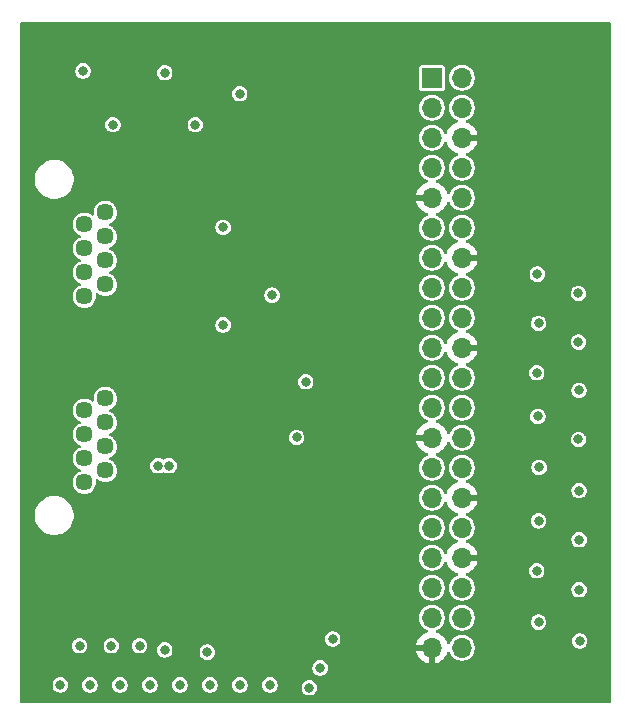
<source format=gbr>
%TF.GenerationSoftware,KiCad,Pcbnew,9.0.0-9.0.0-2~ubuntu24.04.1*%
%TF.CreationDate,2025-03-20T03:38:19-04:00*%
%TF.ProjectId,LVDS_RasPi_Hat,4c564453-5f52-4617-9350-695f4861742e,2*%
%TF.SameCoordinates,Original*%
%TF.FileFunction,Copper,L2,Inr*%
%TF.FilePolarity,Positive*%
%FSLAX46Y46*%
G04 Gerber Fmt 4.6, Leading zero omitted, Abs format (unit mm)*
G04 Created by KiCad (PCBNEW 9.0.0-9.0.0-2~ubuntu24.04.1) date 2025-03-20 03:38:19*
%MOMM*%
%LPD*%
G01*
G04 APERTURE LIST*
%TA.AperFunction,ComponentPad*%
%ADD10R,1.700000X1.700000*%
%TD*%
%TA.AperFunction,ComponentPad*%
%ADD11O,1.700000X1.700000*%
%TD*%
%TA.AperFunction,ComponentPad*%
%ADD12C,1.448000*%
%TD*%
%TA.AperFunction,ViaPad*%
%ADD13C,0.812800*%
%TD*%
G04 APERTURE END LIST*
D10*
%TO.N,+3V3*%
%TO.C,J1*%
X98762500Y-68610000D03*
D11*
%TO.N,+5V*%
X101302500Y-68610000D03*
%TO.N,/TS_BUS_SEL*%
X98762500Y-71150000D03*
%TO.N,+5V*%
X101302500Y-71150000D03*
%TO.N,unconnected-(J1-SCL{slash}GPIO3-Pad5)*%
X98762500Y-73690000D03*
%TO.N,GND*%
X101302500Y-73690000D03*
%TO.N,unconnected-(J1-GCLK0{slash}GPIO4-Pad7)*%
X98762500Y-76230000D03*
%TO.N,/CONFIG8*%
X101302500Y-76230000D03*
%TO.N,GND*%
X98762500Y-78770000D03*
%TO.N,/CONFIG12*%
X101302500Y-78770000D03*
%TO.N,unconnected-(J1-GPIO17-Pad11)*%
X98762500Y-81310000D03*
%TO.N,/CONFIG9*%
X101302500Y-81310000D03*
%TO.N,/CONFIG7*%
X98762500Y-83850000D03*
%TO.N,GND*%
X101302500Y-83850000D03*
%TO.N,/CONFIG6*%
X98762500Y-86390000D03*
%TO.N,/CONFIG11*%
X101302500Y-86390000D03*
%TO.N,+3V3*%
X98762500Y-88930000D03*
%TO.N,/CONFIG13*%
X101302500Y-88930000D03*
%TO.N,/CONFIG5*%
X98762500Y-91470000D03*
%TO.N,GND*%
X101302500Y-91470000D03*
%TO.N,/CONFIG4*%
X98762500Y-94010000D03*
%TO.N,/CONFIG14*%
X101302500Y-94010000D03*
%TO.N,/CONFIG3*%
X98762500Y-96550000D03*
%TO.N,/NIM2*%
X101302500Y-96550000D03*
%TO.N,GND*%
X98762500Y-99090000D03*
%TO.N,/CONFIG15*%
X101302500Y-99090000D03*
%TO.N,/NIM1*%
X98762500Y-101630000D03*
%TO.N,/CONFIG2*%
X101302500Y-101630000D03*
%TO.N,/NIM3*%
X98762500Y-104170000D03*
%TO.N,GND*%
X101302500Y-104170000D03*
%TO.N,/TS_BUS0*%
X98762500Y-106710000D03*
%TO.N,/CONFIG1*%
X101302500Y-106710000D03*
%TO.N,/TS_BUS1*%
X98762500Y-109250000D03*
%TO.N,GND*%
X101302500Y-109250000D03*
%TO.N,/TS_BUS2*%
X98762500Y-111790000D03*
%TO.N,/NIM0*%
X101302500Y-111790000D03*
%TO.N,/TS_BUS3*%
X98762500Y-114330000D03*
%TO.N,/CONFIG0*%
X101302500Y-114330000D03*
%TO.N,GND*%
X98762500Y-116870000D03*
%TO.N,/CONFIG10*%
X101302500Y-116870000D03*
%TD*%
D12*
%TO.N,/Trigger Interface/D1+*%
%TO.C,J2*%
X69340000Y-87117000D03*
%TO.N,/Trigger Interface/D1-*%
X71120000Y-86101000D03*
%TO.N,/Trigger Interface/D2+*%
X69340000Y-85085000D03*
%TO.N,/Trigger Interface/D3-*%
X71120000Y-84069000D03*
%TO.N,/Trigger Interface/D3+*%
X69340000Y-83053000D03*
%TO.N,/Trigger Interface/D2-*%
X71120000Y-82037000D03*
%TO.N,/Trigger Interface/D4+*%
X69340000Y-81021000D03*
%TO.N,/Trigger Interface/D4-*%
X71120000Y-80005000D03*
%TO.N,/Trigger Interface/S1-*%
X69340000Y-102867000D03*
%TO.N,/Trigger Interface/S1+*%
X71120000Y-101851000D03*
%TO.N,/Trigger Interface/S2-*%
X69340000Y-100835000D03*
%TO.N,/Trigger Interface/S3+*%
X71120000Y-99819000D03*
%TO.N,/Trigger Interface/S3-*%
X69340000Y-98803000D03*
%TO.N,/Trigger Interface/S2+*%
X71120000Y-97787000D03*
%TO.N,/Trigger Interface/S4-*%
X69340000Y-96771000D03*
%TO.N,/Trigger Interface/S4+*%
X71120000Y-95755000D03*
%TD*%
D13*
%TO.N,/TS_BUS_SEL*%
X85242400Y-87020400D03*
%TO.N,/CONFIG2*%
X90373200Y-116128800D03*
%TO.N,/CONFIG3*%
X79756000Y-117230500D03*
%TO.N,GND*%
X74726800Y-68630800D03*
X70459600Y-69291200D03*
X82550000Y-85090000D03*
X82550000Y-76835000D03*
%TO.N,/CONFIG15*%
X107797600Y-114706400D03*
%TO.N,/CONFIG14*%
X107645200Y-110337600D03*
%TO.N,/CONFIG13*%
X107797600Y-106121200D03*
%TO.N,/CONFIG12*%
X107848400Y-101600000D03*
%TO.N,/CONFIG11*%
X107746800Y-97282000D03*
%TO.N,/CONFIG4*%
X76149200Y-117043200D03*
%TO.N,/CONFIG5*%
X74015600Y-116687600D03*
%TO.N,/CONFIG10*%
X107645200Y-93573600D03*
%TO.N,/CONFIG9*%
X107797600Y-89408000D03*
%TO.N,/CONFIG8*%
X107696000Y-85242400D03*
%TO.N,/TS_BUS_SEL*%
X76149200Y-68173600D03*
X69240400Y-68021200D03*
%TO.N,/CONFIG1*%
X89306400Y-118567200D03*
%TO.N,/CONFIG0*%
X88392000Y-120243600D03*
%TO.N,GND*%
X64820800Y-120599200D03*
X113131600Y-120700800D03*
X112979200Y-64719200D03*
X64617600Y-64617600D03*
X79552800Y-74117200D03*
X85293200Y-106984800D03*
X66548000Y-109118400D03*
X65328800Y-74726800D03*
%TO.N,/TS_BUS_SEL*%
X82499200Y-69951600D03*
%TO.N,/CONFIG6*%
X71628000Y-116687600D03*
%TO.N,/CONFIG7*%
X68935600Y-116687600D03*
%TO.N,/Trigger Interface/S2-*%
X75576430Y-101447600D03*
%TO.N,/Trigger Interface/S2+*%
X76518770Y-101447600D03*
%TO.N,+3V3*%
X85052500Y-120015000D03*
X82512500Y-120015000D03*
X79972500Y-120015000D03*
X77432500Y-120015000D03*
X74892500Y-120015000D03*
X72352500Y-120015000D03*
X69812500Y-120015000D03*
X67310000Y-120015000D03*
X111180050Y-90984700D03*
%TO.N,GND*%
X109910050Y-90984700D03*
%TO.N,+3V3*%
X111227200Y-95084900D03*
%TO.N,GND*%
X109957200Y-95084900D03*
%TO.N,+3V3*%
X111180050Y-99231150D03*
%TO.N,GND*%
X109910050Y-99231150D03*
%TO.N,+3V3*%
X111227200Y-103558300D03*
%TO.N,GND*%
X109957200Y-103558300D03*
%TO.N,+3V3*%
X111234700Y-107713100D03*
%TO.N,GND*%
X109964700Y-107713100D03*
%TO.N,+3V3*%
X111234700Y-111950800D03*
%TO.N,GND*%
X109964700Y-111950800D03*
%TO.N,+3V3*%
X111272200Y-116295800D03*
%TO.N,GND*%
X110002200Y-116295800D03*
X109910050Y-86867400D03*
%TO.N,+3V3*%
X111180050Y-86867400D03*
%TO.N,GND*%
X74295000Y-71120000D03*
X67310000Y-71120000D03*
%TO.N,+3V3*%
X71755000Y-72574998D03*
%TO.N,GND*%
X72707500Y-70485000D03*
X79692500Y-70485000D03*
%TO.N,+3V3*%
X78740000Y-72574998D03*
X81095002Y-81280000D03*
%TO.N,GND*%
X83502500Y-82232500D03*
X83502500Y-90487500D03*
%TO.N,+3V3*%
X81095002Y-89535000D03*
X88087200Y-94335600D03*
X87312500Y-99060000D03*
%TO.N,GND*%
X87312500Y-100330000D03*
X87680800Y-104140000D03*
X68580000Y-111760000D03*
X71120000Y-111760000D03*
X73660000Y-111760000D03*
X76200000Y-111760000D03*
X78740000Y-111760000D03*
X81280000Y-111760000D03*
X83820000Y-111760000D03*
X86360000Y-111760000D03*
%TD*%
%TA.AperFunction,Conductor*%
%TO.N,GND*%
G36*
X113861539Y-63901185D02*
G01*
X113907294Y-63953989D01*
X113918500Y-64005500D01*
X113918500Y-121414500D01*
X113898815Y-121481539D01*
X113846011Y-121527294D01*
X113794500Y-121538500D01*
X64005500Y-121538500D01*
X63938461Y-121518815D01*
X63892706Y-121466011D01*
X63881500Y-121414500D01*
X63881500Y-120079701D01*
X66653099Y-120079701D01*
X66678343Y-120206605D01*
X66678346Y-120206615D01*
X66727860Y-120326154D01*
X66727861Y-120326156D01*
X66799752Y-120433748D01*
X66799755Y-120433752D01*
X66891247Y-120525244D01*
X66891251Y-120525247D01*
X66998841Y-120597137D01*
X66998842Y-120597137D01*
X66998843Y-120597138D01*
X66998845Y-120597139D01*
X67118384Y-120646653D01*
X67118389Y-120646655D01*
X67118393Y-120646655D01*
X67118394Y-120646656D01*
X67245298Y-120671900D01*
X67245301Y-120671900D01*
X67374701Y-120671900D01*
X67460078Y-120654916D01*
X67501611Y-120646655D01*
X67621159Y-120597137D01*
X67728749Y-120525247D01*
X67820247Y-120433749D01*
X67892137Y-120326159D01*
X67941655Y-120206611D01*
X67966900Y-120079701D01*
X69155599Y-120079701D01*
X69180843Y-120206605D01*
X69180846Y-120206615D01*
X69230360Y-120326154D01*
X69230361Y-120326156D01*
X69302252Y-120433748D01*
X69302255Y-120433752D01*
X69393747Y-120525244D01*
X69393751Y-120525247D01*
X69501341Y-120597137D01*
X69501342Y-120597137D01*
X69501343Y-120597138D01*
X69501345Y-120597139D01*
X69620884Y-120646653D01*
X69620889Y-120646655D01*
X69620893Y-120646655D01*
X69620894Y-120646656D01*
X69747798Y-120671900D01*
X69747801Y-120671900D01*
X69877201Y-120671900D01*
X69962578Y-120654916D01*
X70004111Y-120646655D01*
X70123659Y-120597137D01*
X70231249Y-120525247D01*
X70322747Y-120433749D01*
X70394637Y-120326159D01*
X70444155Y-120206611D01*
X70469400Y-120079701D01*
X71695599Y-120079701D01*
X71720843Y-120206605D01*
X71720846Y-120206615D01*
X71770360Y-120326154D01*
X71770361Y-120326156D01*
X71842252Y-120433748D01*
X71842255Y-120433752D01*
X71933747Y-120525244D01*
X71933751Y-120525247D01*
X72041341Y-120597137D01*
X72041342Y-120597137D01*
X72041343Y-120597138D01*
X72041345Y-120597139D01*
X72160884Y-120646653D01*
X72160889Y-120646655D01*
X72160893Y-120646655D01*
X72160894Y-120646656D01*
X72287798Y-120671900D01*
X72287801Y-120671900D01*
X72417201Y-120671900D01*
X72502578Y-120654916D01*
X72544111Y-120646655D01*
X72663659Y-120597137D01*
X72771249Y-120525247D01*
X72862747Y-120433749D01*
X72934637Y-120326159D01*
X72984155Y-120206611D01*
X73009400Y-120079701D01*
X74235599Y-120079701D01*
X74260843Y-120206605D01*
X74260846Y-120206615D01*
X74310360Y-120326154D01*
X74310361Y-120326156D01*
X74382252Y-120433748D01*
X74382255Y-120433752D01*
X74473747Y-120525244D01*
X74473751Y-120525247D01*
X74581341Y-120597137D01*
X74581342Y-120597137D01*
X74581343Y-120597138D01*
X74581345Y-120597139D01*
X74700884Y-120646653D01*
X74700889Y-120646655D01*
X74700893Y-120646655D01*
X74700894Y-120646656D01*
X74827798Y-120671900D01*
X74827801Y-120671900D01*
X74957201Y-120671900D01*
X75042578Y-120654916D01*
X75084111Y-120646655D01*
X75203659Y-120597137D01*
X75311249Y-120525247D01*
X75402747Y-120433749D01*
X75474637Y-120326159D01*
X75524155Y-120206611D01*
X75549400Y-120079701D01*
X76775599Y-120079701D01*
X76800843Y-120206605D01*
X76800846Y-120206615D01*
X76850360Y-120326154D01*
X76850361Y-120326156D01*
X76922252Y-120433748D01*
X76922255Y-120433752D01*
X77013747Y-120525244D01*
X77013751Y-120525247D01*
X77121341Y-120597137D01*
X77121342Y-120597137D01*
X77121343Y-120597138D01*
X77121345Y-120597139D01*
X77240884Y-120646653D01*
X77240889Y-120646655D01*
X77240893Y-120646655D01*
X77240894Y-120646656D01*
X77367798Y-120671900D01*
X77367801Y-120671900D01*
X77497201Y-120671900D01*
X77582578Y-120654916D01*
X77624111Y-120646655D01*
X77743659Y-120597137D01*
X77851249Y-120525247D01*
X77942747Y-120433749D01*
X78014637Y-120326159D01*
X78064155Y-120206611D01*
X78089400Y-120079701D01*
X79315599Y-120079701D01*
X79340843Y-120206605D01*
X79340846Y-120206615D01*
X79390360Y-120326154D01*
X79390361Y-120326156D01*
X79462252Y-120433748D01*
X79462255Y-120433752D01*
X79553747Y-120525244D01*
X79553751Y-120525247D01*
X79661341Y-120597137D01*
X79661342Y-120597137D01*
X79661343Y-120597138D01*
X79661345Y-120597139D01*
X79780884Y-120646653D01*
X79780889Y-120646655D01*
X79780893Y-120646655D01*
X79780894Y-120646656D01*
X79907798Y-120671900D01*
X79907801Y-120671900D01*
X80037201Y-120671900D01*
X80122578Y-120654916D01*
X80164111Y-120646655D01*
X80283659Y-120597137D01*
X80391249Y-120525247D01*
X80482747Y-120433749D01*
X80554637Y-120326159D01*
X80604155Y-120206611D01*
X80629400Y-120079701D01*
X81855599Y-120079701D01*
X81880843Y-120206605D01*
X81880846Y-120206615D01*
X81930360Y-120326154D01*
X81930361Y-120326156D01*
X82002252Y-120433748D01*
X82002255Y-120433752D01*
X82093747Y-120525244D01*
X82093751Y-120525247D01*
X82201341Y-120597137D01*
X82201342Y-120597137D01*
X82201343Y-120597138D01*
X82201345Y-120597139D01*
X82320884Y-120646653D01*
X82320889Y-120646655D01*
X82320893Y-120646655D01*
X82320894Y-120646656D01*
X82447798Y-120671900D01*
X82447801Y-120671900D01*
X82577201Y-120671900D01*
X82662578Y-120654916D01*
X82704111Y-120646655D01*
X82823659Y-120597137D01*
X82931249Y-120525247D01*
X83022747Y-120433749D01*
X83094637Y-120326159D01*
X83144155Y-120206611D01*
X83169400Y-120079701D01*
X84395599Y-120079701D01*
X84420843Y-120206605D01*
X84420846Y-120206615D01*
X84470360Y-120326154D01*
X84470361Y-120326156D01*
X84542252Y-120433748D01*
X84542255Y-120433752D01*
X84633747Y-120525244D01*
X84633751Y-120525247D01*
X84741341Y-120597137D01*
X84741342Y-120597137D01*
X84741343Y-120597138D01*
X84741345Y-120597139D01*
X84860884Y-120646653D01*
X84860889Y-120646655D01*
X84860893Y-120646655D01*
X84860894Y-120646656D01*
X84987798Y-120671900D01*
X84987801Y-120671900D01*
X85117201Y-120671900D01*
X85202578Y-120654916D01*
X85244111Y-120646655D01*
X85363659Y-120597137D01*
X85471249Y-120525247D01*
X85562747Y-120433749D01*
X85634637Y-120326159D01*
X85642034Y-120308301D01*
X87735099Y-120308301D01*
X87760343Y-120435205D01*
X87760346Y-120435215D01*
X87809860Y-120554754D01*
X87809861Y-120554756D01*
X87881752Y-120662348D01*
X87881755Y-120662352D01*
X87973247Y-120753844D01*
X87973251Y-120753847D01*
X88080841Y-120825737D01*
X88080842Y-120825737D01*
X88080843Y-120825738D01*
X88080845Y-120825739D01*
X88200384Y-120875253D01*
X88200389Y-120875255D01*
X88200393Y-120875255D01*
X88200394Y-120875256D01*
X88327298Y-120900500D01*
X88327301Y-120900500D01*
X88456701Y-120900500D01*
X88542078Y-120883516D01*
X88583611Y-120875255D01*
X88703159Y-120825737D01*
X88810749Y-120753847D01*
X88902247Y-120662349D01*
X88974137Y-120554759D01*
X89023655Y-120435211D01*
X89031916Y-120393678D01*
X89048900Y-120308301D01*
X89048900Y-120178898D01*
X89023656Y-120051994D01*
X89023655Y-120051993D01*
X89023655Y-120051989D01*
X88974137Y-119932441D01*
X88902247Y-119824851D01*
X88902244Y-119824847D01*
X88810752Y-119733355D01*
X88810748Y-119733352D01*
X88703156Y-119661461D01*
X88703154Y-119661460D01*
X88583615Y-119611946D01*
X88583605Y-119611943D01*
X88456701Y-119586700D01*
X88456699Y-119586700D01*
X88327301Y-119586700D01*
X88327299Y-119586700D01*
X88200394Y-119611943D01*
X88200384Y-119611946D01*
X88080845Y-119661460D01*
X88080843Y-119661461D01*
X87973251Y-119733352D01*
X87973247Y-119733355D01*
X87881755Y-119824847D01*
X87881752Y-119824851D01*
X87809861Y-119932443D01*
X87809860Y-119932445D01*
X87760346Y-120051984D01*
X87760343Y-120051994D01*
X87735100Y-120178898D01*
X87735100Y-120178901D01*
X87735100Y-120308299D01*
X87735100Y-120308301D01*
X87735099Y-120308301D01*
X85642034Y-120308301D01*
X85684155Y-120206611D01*
X85709400Y-120079699D01*
X85709400Y-119950301D01*
X85709400Y-119950298D01*
X85684156Y-119823394D01*
X85684155Y-119823393D01*
X85684155Y-119823389D01*
X85634637Y-119703841D01*
X85562747Y-119596251D01*
X85562744Y-119596247D01*
X85471252Y-119504755D01*
X85471248Y-119504752D01*
X85363656Y-119432861D01*
X85363654Y-119432860D01*
X85244115Y-119383346D01*
X85244105Y-119383343D01*
X85117201Y-119358100D01*
X85117199Y-119358100D01*
X84987801Y-119358100D01*
X84987799Y-119358100D01*
X84860894Y-119383343D01*
X84860884Y-119383346D01*
X84741345Y-119432860D01*
X84741343Y-119432861D01*
X84633751Y-119504752D01*
X84633747Y-119504755D01*
X84542255Y-119596247D01*
X84542252Y-119596251D01*
X84470361Y-119703843D01*
X84470360Y-119703845D01*
X84420846Y-119823384D01*
X84420843Y-119823394D01*
X84395600Y-119950298D01*
X84395600Y-119950301D01*
X84395600Y-120079699D01*
X84395600Y-120079701D01*
X84395599Y-120079701D01*
X83169400Y-120079701D01*
X83169400Y-120079699D01*
X83169400Y-119950301D01*
X83169400Y-119950298D01*
X83144156Y-119823394D01*
X83144155Y-119823393D01*
X83144155Y-119823389D01*
X83094637Y-119703841D01*
X83022747Y-119596251D01*
X83022744Y-119596247D01*
X82931252Y-119504755D01*
X82931248Y-119504752D01*
X82823656Y-119432861D01*
X82823654Y-119432860D01*
X82704115Y-119383346D01*
X82704105Y-119383343D01*
X82577201Y-119358100D01*
X82577199Y-119358100D01*
X82447801Y-119358100D01*
X82447799Y-119358100D01*
X82320894Y-119383343D01*
X82320884Y-119383346D01*
X82201345Y-119432860D01*
X82201343Y-119432861D01*
X82093751Y-119504752D01*
X82093747Y-119504755D01*
X82002255Y-119596247D01*
X82002252Y-119596251D01*
X81930361Y-119703843D01*
X81930360Y-119703845D01*
X81880846Y-119823384D01*
X81880843Y-119823394D01*
X81855600Y-119950298D01*
X81855600Y-119950301D01*
X81855600Y-120079699D01*
X81855600Y-120079701D01*
X81855599Y-120079701D01*
X80629400Y-120079701D01*
X80629400Y-120079699D01*
X80629400Y-119950301D01*
X80629400Y-119950298D01*
X80604156Y-119823394D01*
X80604155Y-119823393D01*
X80604155Y-119823389D01*
X80554637Y-119703841D01*
X80482747Y-119596251D01*
X80482744Y-119596247D01*
X80391252Y-119504755D01*
X80391248Y-119504752D01*
X80283656Y-119432861D01*
X80283654Y-119432860D01*
X80164115Y-119383346D01*
X80164105Y-119383343D01*
X80037201Y-119358100D01*
X80037199Y-119358100D01*
X79907801Y-119358100D01*
X79907799Y-119358100D01*
X79780894Y-119383343D01*
X79780884Y-119383346D01*
X79661345Y-119432860D01*
X79661343Y-119432861D01*
X79553751Y-119504752D01*
X79553747Y-119504755D01*
X79462255Y-119596247D01*
X79462252Y-119596251D01*
X79390361Y-119703843D01*
X79390360Y-119703845D01*
X79340846Y-119823384D01*
X79340843Y-119823394D01*
X79315600Y-119950298D01*
X79315600Y-119950301D01*
X79315600Y-120079699D01*
X79315600Y-120079701D01*
X79315599Y-120079701D01*
X78089400Y-120079701D01*
X78089400Y-120079699D01*
X78089400Y-119950301D01*
X78089400Y-119950298D01*
X78064156Y-119823394D01*
X78064155Y-119823393D01*
X78064155Y-119823389D01*
X78014637Y-119703841D01*
X77942747Y-119596251D01*
X77942744Y-119596247D01*
X77851252Y-119504755D01*
X77851248Y-119504752D01*
X77743656Y-119432861D01*
X77743654Y-119432860D01*
X77624115Y-119383346D01*
X77624105Y-119383343D01*
X77497201Y-119358100D01*
X77497199Y-119358100D01*
X77367801Y-119358100D01*
X77367799Y-119358100D01*
X77240894Y-119383343D01*
X77240884Y-119383346D01*
X77121345Y-119432860D01*
X77121343Y-119432861D01*
X77013751Y-119504752D01*
X77013747Y-119504755D01*
X76922255Y-119596247D01*
X76922252Y-119596251D01*
X76850361Y-119703843D01*
X76850360Y-119703845D01*
X76800846Y-119823384D01*
X76800843Y-119823394D01*
X76775600Y-119950298D01*
X76775600Y-119950301D01*
X76775600Y-120079699D01*
X76775600Y-120079701D01*
X76775599Y-120079701D01*
X75549400Y-120079701D01*
X75549400Y-120079699D01*
X75549400Y-119950301D01*
X75549400Y-119950298D01*
X75524156Y-119823394D01*
X75524155Y-119823393D01*
X75524155Y-119823389D01*
X75474637Y-119703841D01*
X75402747Y-119596251D01*
X75402744Y-119596247D01*
X75311252Y-119504755D01*
X75311248Y-119504752D01*
X75203656Y-119432861D01*
X75203654Y-119432860D01*
X75084115Y-119383346D01*
X75084105Y-119383343D01*
X74957201Y-119358100D01*
X74957199Y-119358100D01*
X74827801Y-119358100D01*
X74827799Y-119358100D01*
X74700894Y-119383343D01*
X74700884Y-119383346D01*
X74581345Y-119432860D01*
X74581343Y-119432861D01*
X74473751Y-119504752D01*
X74473747Y-119504755D01*
X74382255Y-119596247D01*
X74382252Y-119596251D01*
X74310361Y-119703843D01*
X74310360Y-119703845D01*
X74260846Y-119823384D01*
X74260843Y-119823394D01*
X74235600Y-119950298D01*
X74235600Y-119950301D01*
X74235600Y-120079699D01*
X74235600Y-120079701D01*
X74235599Y-120079701D01*
X73009400Y-120079701D01*
X73009400Y-120079699D01*
X73009400Y-119950301D01*
X73009400Y-119950298D01*
X72984156Y-119823394D01*
X72984155Y-119823393D01*
X72984155Y-119823389D01*
X72934637Y-119703841D01*
X72862747Y-119596251D01*
X72862744Y-119596247D01*
X72771252Y-119504755D01*
X72771248Y-119504752D01*
X72663656Y-119432861D01*
X72663654Y-119432860D01*
X72544115Y-119383346D01*
X72544105Y-119383343D01*
X72417201Y-119358100D01*
X72417199Y-119358100D01*
X72287801Y-119358100D01*
X72287799Y-119358100D01*
X72160894Y-119383343D01*
X72160884Y-119383346D01*
X72041345Y-119432860D01*
X72041343Y-119432861D01*
X71933751Y-119504752D01*
X71933747Y-119504755D01*
X71842255Y-119596247D01*
X71842252Y-119596251D01*
X71770361Y-119703843D01*
X71770360Y-119703845D01*
X71720846Y-119823384D01*
X71720843Y-119823394D01*
X71695600Y-119950298D01*
X71695600Y-119950301D01*
X71695600Y-120079699D01*
X71695600Y-120079701D01*
X71695599Y-120079701D01*
X70469400Y-120079701D01*
X70469400Y-120079699D01*
X70469400Y-119950301D01*
X70469400Y-119950298D01*
X70444156Y-119823394D01*
X70444155Y-119823393D01*
X70444155Y-119823389D01*
X70394637Y-119703841D01*
X70322747Y-119596251D01*
X70322744Y-119596247D01*
X70231252Y-119504755D01*
X70231248Y-119504752D01*
X70123656Y-119432861D01*
X70123654Y-119432860D01*
X70004115Y-119383346D01*
X70004105Y-119383343D01*
X69877201Y-119358100D01*
X69877199Y-119358100D01*
X69747801Y-119358100D01*
X69747799Y-119358100D01*
X69620894Y-119383343D01*
X69620884Y-119383346D01*
X69501345Y-119432860D01*
X69501343Y-119432861D01*
X69393751Y-119504752D01*
X69393747Y-119504755D01*
X69302255Y-119596247D01*
X69302252Y-119596251D01*
X69230361Y-119703843D01*
X69230360Y-119703845D01*
X69180846Y-119823384D01*
X69180843Y-119823394D01*
X69155600Y-119950298D01*
X69155600Y-119950301D01*
X69155600Y-120079699D01*
X69155600Y-120079701D01*
X69155599Y-120079701D01*
X67966900Y-120079701D01*
X67966900Y-120079699D01*
X67966900Y-119950301D01*
X67966900Y-119950298D01*
X67941656Y-119823394D01*
X67941655Y-119823393D01*
X67941655Y-119823389D01*
X67892137Y-119703841D01*
X67820247Y-119596251D01*
X67820244Y-119596247D01*
X67728752Y-119504755D01*
X67728748Y-119504752D01*
X67621156Y-119432861D01*
X67621154Y-119432860D01*
X67501615Y-119383346D01*
X67501605Y-119383343D01*
X67374701Y-119358100D01*
X67374699Y-119358100D01*
X67245301Y-119358100D01*
X67245299Y-119358100D01*
X67118394Y-119383343D01*
X67118384Y-119383346D01*
X66998845Y-119432860D01*
X66998843Y-119432861D01*
X66891251Y-119504752D01*
X66891247Y-119504755D01*
X66799755Y-119596247D01*
X66799752Y-119596251D01*
X66727861Y-119703843D01*
X66727860Y-119703845D01*
X66678346Y-119823384D01*
X66678343Y-119823394D01*
X66653100Y-119950298D01*
X66653100Y-119950301D01*
X66653100Y-120079699D01*
X66653100Y-120079701D01*
X66653099Y-120079701D01*
X63881500Y-120079701D01*
X63881500Y-118631901D01*
X88649499Y-118631901D01*
X88674743Y-118758805D01*
X88674746Y-118758815D01*
X88724260Y-118878354D01*
X88724261Y-118878356D01*
X88796152Y-118985948D01*
X88796155Y-118985952D01*
X88887647Y-119077444D01*
X88887651Y-119077447D01*
X88995241Y-119149337D01*
X88995242Y-119149337D01*
X88995243Y-119149338D01*
X88995245Y-119149339D01*
X89114784Y-119198853D01*
X89114789Y-119198855D01*
X89114793Y-119198855D01*
X89114794Y-119198856D01*
X89241698Y-119224100D01*
X89241701Y-119224100D01*
X89371101Y-119224100D01*
X89456478Y-119207116D01*
X89498011Y-119198855D01*
X89617559Y-119149337D01*
X89725149Y-119077447D01*
X89816647Y-118985949D01*
X89888537Y-118878359D01*
X89938055Y-118758811D01*
X89963300Y-118631899D01*
X89963300Y-118502501D01*
X89963300Y-118502498D01*
X89938056Y-118375594D01*
X89938055Y-118375593D01*
X89938055Y-118375589D01*
X89888537Y-118256041D01*
X89816647Y-118148451D01*
X89816644Y-118148447D01*
X89725152Y-118056955D01*
X89725148Y-118056952D01*
X89617556Y-117985061D01*
X89617554Y-117985060D01*
X89498015Y-117935546D01*
X89498005Y-117935543D01*
X89371101Y-117910300D01*
X89371099Y-117910300D01*
X89241701Y-117910300D01*
X89241699Y-117910300D01*
X89114794Y-117935543D01*
X89114784Y-117935546D01*
X88995245Y-117985060D01*
X88995243Y-117985061D01*
X88887651Y-118056952D01*
X88887647Y-118056955D01*
X88796155Y-118148447D01*
X88796152Y-118148451D01*
X88724261Y-118256043D01*
X88724260Y-118256045D01*
X88674746Y-118375584D01*
X88674743Y-118375594D01*
X88649500Y-118502498D01*
X88649500Y-118502501D01*
X88649500Y-118631899D01*
X88649500Y-118631901D01*
X88649499Y-118631901D01*
X63881500Y-118631901D01*
X63881500Y-116752301D01*
X68278699Y-116752301D01*
X68303943Y-116879205D01*
X68303946Y-116879215D01*
X68353460Y-116998754D01*
X68353461Y-116998756D01*
X68425352Y-117106348D01*
X68425355Y-117106352D01*
X68516847Y-117197844D01*
X68516851Y-117197847D01*
X68624441Y-117269737D01*
X68624442Y-117269737D01*
X68624443Y-117269738D01*
X68624445Y-117269739D01*
X68679268Y-117292447D01*
X68743989Y-117319255D01*
X68743993Y-117319255D01*
X68743994Y-117319256D01*
X68870898Y-117344500D01*
X68870901Y-117344500D01*
X69000301Y-117344500D01*
X69085678Y-117327516D01*
X69127211Y-117319255D01*
X69246759Y-117269737D01*
X69354349Y-117197847D01*
X69445847Y-117106349D01*
X69517737Y-116998759D01*
X69567255Y-116879211D01*
X69586316Y-116783389D01*
X69592500Y-116752301D01*
X70971099Y-116752301D01*
X70996343Y-116879205D01*
X70996346Y-116879215D01*
X71045860Y-116998754D01*
X71045861Y-116998756D01*
X71117752Y-117106348D01*
X71117755Y-117106352D01*
X71209247Y-117197844D01*
X71209251Y-117197847D01*
X71316841Y-117269737D01*
X71316842Y-117269737D01*
X71316843Y-117269738D01*
X71316845Y-117269739D01*
X71371668Y-117292447D01*
X71436389Y-117319255D01*
X71436393Y-117319255D01*
X71436394Y-117319256D01*
X71563298Y-117344500D01*
X71563301Y-117344500D01*
X71692701Y-117344500D01*
X71778078Y-117327516D01*
X71819611Y-117319255D01*
X71939159Y-117269737D01*
X72046749Y-117197847D01*
X72138247Y-117106349D01*
X72210137Y-116998759D01*
X72259655Y-116879211D01*
X72278716Y-116783389D01*
X72284900Y-116752301D01*
X73358699Y-116752301D01*
X73383943Y-116879205D01*
X73383946Y-116879215D01*
X73433460Y-116998754D01*
X73433461Y-116998756D01*
X73505352Y-117106348D01*
X73505355Y-117106352D01*
X73596847Y-117197844D01*
X73596851Y-117197847D01*
X73704441Y-117269737D01*
X73704442Y-117269737D01*
X73704443Y-117269738D01*
X73704445Y-117269739D01*
X73759268Y-117292447D01*
X73823989Y-117319255D01*
X73823993Y-117319255D01*
X73823994Y-117319256D01*
X73950898Y-117344500D01*
X73950901Y-117344500D01*
X74080301Y-117344500D01*
X74165678Y-117327516D01*
X74207211Y-117319255D01*
X74326759Y-117269737D01*
X74434349Y-117197847D01*
X74524295Y-117107901D01*
X75492299Y-117107901D01*
X75517543Y-117234805D01*
X75517546Y-117234815D01*
X75567060Y-117354354D01*
X75567061Y-117354356D01*
X75638952Y-117461948D01*
X75638955Y-117461952D01*
X75730447Y-117553444D01*
X75730451Y-117553447D01*
X75838041Y-117625337D01*
X75838042Y-117625337D01*
X75838043Y-117625338D01*
X75838045Y-117625339D01*
X75895770Y-117649249D01*
X75957589Y-117674855D01*
X75957593Y-117674855D01*
X75957594Y-117674856D01*
X76084498Y-117700100D01*
X76084501Y-117700100D01*
X76213901Y-117700100D01*
X76299278Y-117683116D01*
X76340811Y-117674855D01*
X76460359Y-117625337D01*
X76567949Y-117553447D01*
X76659447Y-117461949D01*
X76731337Y-117354359D01*
X76755841Y-117295201D01*
X79099099Y-117295201D01*
X79124343Y-117422105D01*
X79124346Y-117422115D01*
X79173860Y-117541654D01*
X79173861Y-117541656D01*
X79245752Y-117649248D01*
X79245755Y-117649252D01*
X79337247Y-117740744D01*
X79337251Y-117740747D01*
X79444841Y-117812637D01*
X79444842Y-117812637D01*
X79444843Y-117812638D01*
X79444845Y-117812639D01*
X79564384Y-117862153D01*
X79564389Y-117862155D01*
X79564393Y-117862155D01*
X79564394Y-117862156D01*
X79691298Y-117887400D01*
X79691301Y-117887400D01*
X79820701Y-117887400D01*
X79906078Y-117870416D01*
X79947611Y-117862155D01*
X80067159Y-117812637D01*
X80174749Y-117740747D01*
X80266247Y-117649249D01*
X80338137Y-117541659D01*
X80387655Y-117422111D01*
X80408115Y-117319255D01*
X80412900Y-117295201D01*
X80412900Y-117165798D01*
X80401229Y-117107128D01*
X80401229Y-117107127D01*
X80387656Y-117038896D01*
X80387656Y-117038894D01*
X80387655Y-117038889D01*
X80362642Y-116978501D01*
X80338139Y-116919345D01*
X80338138Y-116919343D01*
X80266247Y-116811751D01*
X80266244Y-116811747D01*
X80174752Y-116720255D01*
X80174748Y-116720252D01*
X80067156Y-116648361D01*
X80067154Y-116648360D01*
X79947615Y-116598846D01*
X79947605Y-116598843D01*
X79820701Y-116573600D01*
X79820699Y-116573600D01*
X79691301Y-116573600D01*
X79691299Y-116573600D01*
X79564394Y-116598843D01*
X79564384Y-116598846D01*
X79444845Y-116648360D01*
X79444843Y-116648361D01*
X79337251Y-116720252D01*
X79337247Y-116720255D01*
X79245755Y-116811747D01*
X79245752Y-116811751D01*
X79173861Y-116919343D01*
X79173860Y-116919345D01*
X79124346Y-117038884D01*
X79124343Y-117038894D01*
X79099100Y-117165798D01*
X79099100Y-117165801D01*
X79099100Y-117295199D01*
X79099100Y-117295201D01*
X79099099Y-117295201D01*
X76755841Y-117295201D01*
X76780855Y-117234811D01*
X76788208Y-117197847D01*
X76800607Y-117135517D01*
X76800607Y-117135516D01*
X76806099Y-117107903D01*
X76806100Y-117107901D01*
X76806100Y-116978498D01*
X76780856Y-116851594D01*
X76780855Y-116851593D01*
X76780855Y-116851589D01*
X76743107Y-116760456D01*
X76731339Y-116732045D01*
X76731338Y-116732043D01*
X76723461Y-116720255D01*
X76659447Y-116624451D01*
X76659444Y-116624447D01*
X76567952Y-116532955D01*
X76567948Y-116532952D01*
X76460356Y-116461061D01*
X76460354Y-116461060D01*
X76340815Y-116411546D01*
X76340805Y-116411543D01*
X76213901Y-116386300D01*
X76213899Y-116386300D01*
X76084501Y-116386300D01*
X76084499Y-116386300D01*
X75957594Y-116411543D01*
X75957584Y-116411546D01*
X75838045Y-116461060D01*
X75838043Y-116461061D01*
X75730451Y-116532952D01*
X75730447Y-116532955D01*
X75638955Y-116624447D01*
X75638952Y-116624451D01*
X75567061Y-116732043D01*
X75567060Y-116732045D01*
X75517546Y-116851584D01*
X75517543Y-116851594D01*
X75492300Y-116978498D01*
X75492300Y-116978501D01*
X75492300Y-117107899D01*
X75492300Y-117107901D01*
X75492299Y-117107901D01*
X74524295Y-117107901D01*
X74525847Y-117106349D01*
X74597737Y-116998759D01*
X74621045Y-116942489D01*
X74628307Y-116924957D01*
X74639152Y-116898772D01*
X74647255Y-116879211D01*
X74666316Y-116783389D01*
X74672500Y-116752301D01*
X74672500Y-116622898D01*
X74647256Y-116495994D01*
X74647255Y-116495993D01*
X74647255Y-116495989D01*
X74643702Y-116487411D01*
X74597739Y-116376445D01*
X74597738Y-116376443D01*
X74581261Y-116351784D01*
X74525847Y-116268851D01*
X74525844Y-116268847D01*
X74450498Y-116193501D01*
X89716299Y-116193501D01*
X89741543Y-116320405D01*
X89741546Y-116320415D01*
X89791060Y-116439954D01*
X89791061Y-116439956D01*
X89862952Y-116547548D01*
X89862955Y-116547552D01*
X89954447Y-116639044D01*
X89954451Y-116639047D01*
X90062041Y-116710937D01*
X90062042Y-116710937D01*
X90062043Y-116710938D01*
X90062045Y-116710939D01*
X90161903Y-116752301D01*
X90181589Y-116760455D01*
X90181593Y-116760455D01*
X90181594Y-116760456D01*
X90308498Y-116785700D01*
X90308501Y-116785700D01*
X90437901Y-116785700D01*
X90523278Y-116768716D01*
X90564811Y-116760455D01*
X90684359Y-116710937D01*
X90791949Y-116639047D01*
X90810996Y-116620000D01*
X97435269Y-116620000D01*
X98329488Y-116620000D01*
X98296575Y-116677007D01*
X98262500Y-116804174D01*
X98262500Y-116935826D01*
X98296575Y-117062993D01*
X98329488Y-117120000D01*
X97435269Y-117120000D01*
X97445742Y-117186126D01*
X97445742Y-117186129D01*
X97511404Y-117388217D01*
X97607879Y-117577557D01*
X97732772Y-117749459D01*
X97732776Y-117749464D01*
X97883035Y-117899723D01*
X97883040Y-117899727D01*
X98054942Y-118024620D01*
X98244282Y-118121095D01*
X98446371Y-118186757D01*
X98512500Y-118197231D01*
X98512500Y-117303012D01*
X98569507Y-117335925D01*
X98696674Y-117370000D01*
X98828326Y-117370000D01*
X98955493Y-117335925D01*
X99012500Y-117303012D01*
X99012500Y-118197230D01*
X99078626Y-118186757D01*
X99078629Y-118186757D01*
X99280717Y-118121095D01*
X99470057Y-118024620D01*
X99641959Y-117899727D01*
X99641964Y-117899723D01*
X99792223Y-117749464D01*
X99792227Y-117749459D01*
X99917120Y-117577557D01*
X100013596Y-117388215D01*
X100045739Y-117289288D01*
X100085176Y-117231612D01*
X100149534Y-117204413D01*
X100218380Y-117216327D01*
X100269857Y-117263571D01*
X100281600Y-117289284D01*
X100282627Y-117292446D01*
X100348697Y-117422115D01*
X100361268Y-117446788D01*
X100463086Y-117586928D01*
X100585572Y-117709414D01*
X100725712Y-117811232D01*
X100880055Y-117889873D01*
X101044799Y-117943402D01*
X101215889Y-117970500D01*
X101215890Y-117970500D01*
X101389110Y-117970500D01*
X101389111Y-117970500D01*
X101560201Y-117943402D01*
X101724945Y-117889873D01*
X101879288Y-117811232D01*
X102019428Y-117709414D01*
X102141914Y-117586928D01*
X102243732Y-117446788D01*
X102322373Y-117292445D01*
X102375902Y-117127701D01*
X102403000Y-116956611D01*
X102403000Y-116783389D01*
X102375902Y-116612299D01*
X102322373Y-116447555D01*
X102278017Y-116360501D01*
X110615299Y-116360501D01*
X110640543Y-116487405D01*
X110640546Y-116487415D01*
X110690060Y-116606954D01*
X110690061Y-116606956D01*
X110761952Y-116714548D01*
X110761955Y-116714552D01*
X110853447Y-116806044D01*
X110853451Y-116806047D01*
X110961041Y-116877937D01*
X110961042Y-116877937D01*
X110961043Y-116877938D01*
X110961045Y-116877939D01*
X111074558Y-116924957D01*
X111080589Y-116927455D01*
X111080593Y-116927455D01*
X111080594Y-116927456D01*
X111207498Y-116952700D01*
X111207501Y-116952700D01*
X111336901Y-116952700D01*
X111422278Y-116935716D01*
X111463811Y-116927455D01*
X111583359Y-116877937D01*
X111690949Y-116806047D01*
X111782447Y-116714549D01*
X111854337Y-116606959D01*
X111903855Y-116487411D01*
X111918946Y-116411545D01*
X111929100Y-116360501D01*
X111929100Y-116231098D01*
X111903856Y-116104194D01*
X111903855Y-116104193D01*
X111903855Y-116104189D01*
X111873368Y-116030586D01*
X111854339Y-115984645D01*
X111854338Y-115984643D01*
X111822633Y-115937194D01*
X111782447Y-115877051D01*
X111782444Y-115877047D01*
X111690952Y-115785555D01*
X111690948Y-115785552D01*
X111583356Y-115713661D01*
X111583354Y-115713660D01*
X111463815Y-115664146D01*
X111463805Y-115664143D01*
X111336901Y-115638900D01*
X111336899Y-115638900D01*
X111207501Y-115638900D01*
X111207499Y-115638900D01*
X111080594Y-115664143D01*
X111080584Y-115664146D01*
X110961045Y-115713660D01*
X110961043Y-115713661D01*
X110853451Y-115785552D01*
X110853447Y-115785555D01*
X110761955Y-115877047D01*
X110761952Y-115877051D01*
X110690061Y-115984643D01*
X110690060Y-115984645D01*
X110640546Y-116104184D01*
X110640543Y-116104194D01*
X110615300Y-116231098D01*
X110615300Y-116231101D01*
X110615300Y-116360499D01*
X110615300Y-116360501D01*
X110615299Y-116360501D01*
X102278017Y-116360501D01*
X102243732Y-116293212D01*
X102141914Y-116153072D01*
X102019428Y-116030586D01*
X101879288Y-115928768D01*
X101724945Y-115850127D01*
X101560201Y-115796598D01*
X101560199Y-115796597D01*
X101560198Y-115796597D01*
X101428771Y-115775781D01*
X101389111Y-115769500D01*
X101215889Y-115769500D01*
X101176228Y-115775781D01*
X101044802Y-115796597D01*
X100880052Y-115850128D01*
X100725711Y-115928768D01*
X100648810Y-115984641D01*
X100585572Y-116030586D01*
X100585570Y-116030588D01*
X100585569Y-116030588D01*
X100463088Y-116153069D01*
X100463088Y-116153070D01*
X100463086Y-116153072D01*
X100433714Y-116193499D01*
X100361268Y-116293211D01*
X100282628Y-116447550D01*
X100281599Y-116450720D01*
X100280881Y-116451769D01*
X100280766Y-116452048D01*
X100280707Y-116452023D01*
X100242157Y-116508393D01*
X100177797Y-116535587D01*
X100108951Y-116523668D01*
X100057479Y-116476420D01*
X100045739Y-116450711D01*
X100013596Y-116351784D01*
X99917120Y-116162442D01*
X99792227Y-115990540D01*
X99792223Y-115990535D01*
X99641964Y-115840276D01*
X99641959Y-115840272D01*
X99470057Y-115715379D01*
X99280717Y-115618904D01*
X99181787Y-115586760D01*
X99124111Y-115547323D01*
X99096913Y-115482964D01*
X99108828Y-115414118D01*
X99156072Y-115362642D01*
X99181790Y-115350897D01*
X99184945Y-115349873D01*
X99339288Y-115271232D01*
X99479428Y-115169414D01*
X99601914Y-115046928D01*
X99703732Y-114906788D01*
X99782373Y-114752445D01*
X99835902Y-114587701D01*
X99863000Y-114416611D01*
X99863000Y-114243389D01*
X100202000Y-114243389D01*
X100202000Y-114416611D01*
X100229098Y-114587701D01*
X100282627Y-114752445D01*
X100361268Y-114906788D01*
X100463086Y-115046928D01*
X100585572Y-115169414D01*
X100725712Y-115271232D01*
X100880055Y-115349873D01*
X101044799Y-115403402D01*
X101215889Y-115430500D01*
X101215890Y-115430500D01*
X101389110Y-115430500D01*
X101389111Y-115430500D01*
X101560201Y-115403402D01*
X101724945Y-115349873D01*
X101879288Y-115271232D01*
X102019428Y-115169414D01*
X102141914Y-115046928D01*
X102243732Y-114906788D01*
X102312867Y-114771101D01*
X107140699Y-114771101D01*
X107165943Y-114898005D01*
X107165946Y-114898015D01*
X107215460Y-115017554D01*
X107215461Y-115017556D01*
X107287352Y-115125148D01*
X107287355Y-115125152D01*
X107378847Y-115216644D01*
X107378851Y-115216647D01*
X107486441Y-115288537D01*
X107486442Y-115288537D01*
X107486443Y-115288538D01*
X107486445Y-115288539D01*
X107605984Y-115338053D01*
X107605989Y-115338055D01*
X107605993Y-115338055D01*
X107605994Y-115338056D01*
X107732898Y-115363300D01*
X107732901Y-115363300D01*
X107862301Y-115363300D01*
X107947678Y-115346316D01*
X107989211Y-115338055D01*
X108108759Y-115288537D01*
X108216349Y-115216647D01*
X108307847Y-115125149D01*
X108379737Y-115017559D01*
X108429255Y-114898011D01*
X108454500Y-114771099D01*
X108454500Y-114641701D01*
X108454500Y-114641698D01*
X108429256Y-114514794D01*
X108429255Y-114514793D01*
X108429255Y-114514789D01*
X108388589Y-114416611D01*
X108379739Y-114395245D01*
X108379738Y-114395243D01*
X108307847Y-114287651D01*
X108307844Y-114287647D01*
X108216352Y-114196155D01*
X108216348Y-114196152D01*
X108108756Y-114124261D01*
X108108754Y-114124260D01*
X107989215Y-114074746D01*
X107989205Y-114074743D01*
X107862301Y-114049500D01*
X107862299Y-114049500D01*
X107732901Y-114049500D01*
X107732899Y-114049500D01*
X107605994Y-114074743D01*
X107605984Y-114074746D01*
X107486445Y-114124260D01*
X107486443Y-114124261D01*
X107378851Y-114196152D01*
X107378847Y-114196155D01*
X107287355Y-114287647D01*
X107287352Y-114287651D01*
X107215461Y-114395243D01*
X107215460Y-114395245D01*
X107165946Y-114514784D01*
X107165943Y-114514794D01*
X107140700Y-114641698D01*
X107140700Y-114641701D01*
X107140700Y-114771099D01*
X107140700Y-114771101D01*
X107140699Y-114771101D01*
X102312867Y-114771101D01*
X102322373Y-114752445D01*
X102375902Y-114587701D01*
X102403000Y-114416611D01*
X102403000Y-114243389D01*
X102375902Y-114072299D01*
X102322373Y-113907555D01*
X102243732Y-113753212D01*
X102141914Y-113613072D01*
X102019428Y-113490586D01*
X101879288Y-113388768D01*
X101724945Y-113310127D01*
X101560201Y-113256598D01*
X101560199Y-113256597D01*
X101560198Y-113256597D01*
X101428771Y-113235781D01*
X101389111Y-113229500D01*
X101215889Y-113229500D01*
X101176228Y-113235781D01*
X101044802Y-113256597D01*
X100880052Y-113310128D01*
X100725711Y-113388768D01*
X100645756Y-113446859D01*
X100585572Y-113490586D01*
X100585570Y-113490588D01*
X100585569Y-113490588D01*
X100463088Y-113613069D01*
X100463088Y-113613070D01*
X100463086Y-113613072D01*
X100419359Y-113673256D01*
X100361268Y-113753211D01*
X100282628Y-113907552D01*
X100229097Y-114072302D01*
X100209481Y-114196153D01*
X100202000Y-114243389D01*
X99863000Y-114243389D01*
X99835902Y-114072299D01*
X99782373Y-113907555D01*
X99703732Y-113753212D01*
X99601914Y-113613072D01*
X99479428Y-113490586D01*
X99339288Y-113388768D01*
X99184945Y-113310127D01*
X99020201Y-113256598D01*
X99020199Y-113256597D01*
X99020198Y-113256597D01*
X98888771Y-113235781D01*
X98849111Y-113229500D01*
X98675889Y-113229500D01*
X98636228Y-113235781D01*
X98504802Y-113256597D01*
X98340052Y-113310128D01*
X98185711Y-113388768D01*
X98105756Y-113446859D01*
X98045572Y-113490586D01*
X98045570Y-113490588D01*
X98045569Y-113490588D01*
X97923088Y-113613069D01*
X97923088Y-113613070D01*
X97923086Y-113613072D01*
X97879359Y-113673256D01*
X97821268Y-113753211D01*
X97742628Y-113907552D01*
X97689097Y-114072302D01*
X97669481Y-114196153D01*
X97662000Y-114243389D01*
X97662000Y-114416611D01*
X97689098Y-114587701D01*
X97742627Y-114752445D01*
X97821268Y-114906788D01*
X97923086Y-115046928D01*
X98045572Y-115169414D01*
X98185712Y-115271232D01*
X98340055Y-115349873D01*
X98343208Y-115350897D01*
X98344252Y-115351611D01*
X98344548Y-115351734D01*
X98344522Y-115351795D01*
X98400883Y-115390330D01*
X98428085Y-115454688D01*
X98416174Y-115523535D01*
X98368933Y-115575013D01*
X98343212Y-115586760D01*
X98244283Y-115618904D01*
X98054942Y-115715379D01*
X97883040Y-115840272D01*
X97883035Y-115840276D01*
X97732776Y-115990535D01*
X97732772Y-115990540D01*
X97607879Y-116162442D01*
X97511404Y-116351782D01*
X97445742Y-116553870D01*
X97445742Y-116553873D01*
X97435269Y-116620000D01*
X90810996Y-116620000D01*
X90824042Y-116606954D01*
X90861614Y-116569383D01*
X90883444Y-116547552D01*
X90883447Y-116547549D01*
X90955337Y-116439959D01*
X91004855Y-116320411D01*
X91015112Y-116268847D01*
X91030100Y-116193501D01*
X91030100Y-116064098D01*
X91004856Y-115937194D01*
X91004855Y-115937193D01*
X91004855Y-115937189D01*
X90979944Y-115877047D01*
X90955339Y-115817645D01*
X90955338Y-115817643D01*
X90941275Y-115796597D01*
X90883447Y-115710051D01*
X90883444Y-115710047D01*
X90791952Y-115618555D01*
X90791948Y-115618552D01*
X90684356Y-115546661D01*
X90684354Y-115546660D01*
X90564815Y-115497146D01*
X90564805Y-115497143D01*
X90437901Y-115471900D01*
X90437899Y-115471900D01*
X90308501Y-115471900D01*
X90308499Y-115471900D01*
X90181594Y-115497143D01*
X90181584Y-115497146D01*
X90062045Y-115546660D01*
X90062043Y-115546661D01*
X89954451Y-115618552D01*
X89954447Y-115618555D01*
X89862955Y-115710047D01*
X89862952Y-115710051D01*
X89791061Y-115817643D01*
X89791060Y-115817645D01*
X89741546Y-115937184D01*
X89741543Y-115937194D01*
X89716300Y-116064098D01*
X89716300Y-116064101D01*
X89716300Y-116193499D01*
X89716300Y-116193501D01*
X89716299Y-116193501D01*
X74450498Y-116193501D01*
X74434352Y-116177355D01*
X74434348Y-116177352D01*
X74410042Y-116161111D01*
X74326756Y-116105461D01*
X74326754Y-116105460D01*
X74207215Y-116055946D01*
X74207205Y-116055943D01*
X74080301Y-116030700D01*
X74080299Y-116030700D01*
X73950901Y-116030700D01*
X73950899Y-116030700D01*
X73823994Y-116055943D01*
X73823984Y-116055946D01*
X73704445Y-116105460D01*
X73704443Y-116105461D01*
X73596851Y-116177352D01*
X73596847Y-116177355D01*
X73505355Y-116268847D01*
X73505352Y-116268851D01*
X73433461Y-116376443D01*
X73433460Y-116376445D01*
X73383946Y-116495984D01*
X73383943Y-116495994D01*
X73358700Y-116622898D01*
X73358700Y-116622901D01*
X73358700Y-116752299D01*
X73358700Y-116752301D01*
X73358699Y-116752301D01*
X72284900Y-116752301D01*
X72284900Y-116622898D01*
X72259656Y-116495994D01*
X72259655Y-116495993D01*
X72259655Y-116495989D01*
X72256102Y-116487411D01*
X72210139Y-116376445D01*
X72210138Y-116376443D01*
X72193661Y-116351784D01*
X72138247Y-116268851D01*
X72138244Y-116268847D01*
X72046752Y-116177355D01*
X72046748Y-116177352D01*
X71939156Y-116105461D01*
X71939154Y-116105460D01*
X71819615Y-116055946D01*
X71819605Y-116055943D01*
X71692701Y-116030700D01*
X71692699Y-116030700D01*
X71563301Y-116030700D01*
X71563299Y-116030700D01*
X71436394Y-116055943D01*
X71436384Y-116055946D01*
X71316845Y-116105460D01*
X71316843Y-116105461D01*
X71209251Y-116177352D01*
X71209247Y-116177355D01*
X71117755Y-116268847D01*
X71117752Y-116268851D01*
X71045861Y-116376443D01*
X71045860Y-116376445D01*
X70996346Y-116495984D01*
X70996343Y-116495994D01*
X70971100Y-116622898D01*
X70971100Y-116622901D01*
X70971100Y-116752299D01*
X70971100Y-116752301D01*
X70971099Y-116752301D01*
X69592500Y-116752301D01*
X69592500Y-116622898D01*
X69567256Y-116495994D01*
X69567255Y-116495993D01*
X69567255Y-116495989D01*
X69563702Y-116487411D01*
X69517739Y-116376445D01*
X69517738Y-116376443D01*
X69501261Y-116351784D01*
X69445847Y-116268851D01*
X69445844Y-116268847D01*
X69354352Y-116177355D01*
X69354348Y-116177352D01*
X69246756Y-116105461D01*
X69246754Y-116105460D01*
X69127215Y-116055946D01*
X69127205Y-116055943D01*
X69000301Y-116030700D01*
X69000299Y-116030700D01*
X68870901Y-116030700D01*
X68870899Y-116030700D01*
X68743994Y-116055943D01*
X68743984Y-116055946D01*
X68624445Y-116105460D01*
X68624443Y-116105461D01*
X68516851Y-116177352D01*
X68516847Y-116177355D01*
X68425355Y-116268847D01*
X68425352Y-116268851D01*
X68353461Y-116376443D01*
X68353460Y-116376445D01*
X68303946Y-116495984D01*
X68303943Y-116495994D01*
X68278700Y-116622898D01*
X68278700Y-116622901D01*
X68278700Y-116752299D01*
X68278700Y-116752301D01*
X68278699Y-116752301D01*
X63881500Y-116752301D01*
X63881500Y-111703389D01*
X97662000Y-111703389D01*
X97662000Y-111876610D01*
X97683997Y-112015499D01*
X97689098Y-112047701D01*
X97742627Y-112212445D01*
X97821268Y-112366788D01*
X97923086Y-112506928D01*
X98045572Y-112629414D01*
X98185712Y-112731232D01*
X98340055Y-112809873D01*
X98504799Y-112863402D01*
X98675889Y-112890500D01*
X98675890Y-112890500D01*
X98849110Y-112890500D01*
X98849111Y-112890500D01*
X99020201Y-112863402D01*
X99184945Y-112809873D01*
X99339288Y-112731232D01*
X99479428Y-112629414D01*
X99601914Y-112506928D01*
X99703732Y-112366788D01*
X99782373Y-112212445D01*
X99835902Y-112047701D01*
X99863000Y-111876611D01*
X99863000Y-111703389D01*
X99835902Y-111532299D01*
X99782373Y-111367555D01*
X99703732Y-111213212D01*
X99601914Y-111073072D01*
X99479428Y-110950586D01*
X99339288Y-110848768D01*
X99184945Y-110770127D01*
X99020201Y-110716598D01*
X99020199Y-110716597D01*
X99020198Y-110716597D01*
X98888771Y-110695781D01*
X98849111Y-110689500D01*
X98675889Y-110689500D01*
X98636228Y-110695781D01*
X98504802Y-110716597D01*
X98504799Y-110716598D01*
X98345423Y-110768383D01*
X98340052Y-110770128D01*
X98185711Y-110848768D01*
X98105756Y-110906859D01*
X98045572Y-110950586D01*
X98045570Y-110950588D01*
X98045569Y-110950588D01*
X97923088Y-111073069D01*
X97923088Y-111073070D01*
X97923086Y-111073072D01*
X97879359Y-111133256D01*
X97821268Y-111213211D01*
X97742628Y-111367552D01*
X97689097Y-111532302D01*
X97662000Y-111703389D01*
X63881500Y-111703389D01*
X63881500Y-105535097D01*
X65149500Y-105535097D01*
X65149500Y-105794902D01*
X65190140Y-106051493D01*
X65270422Y-106298576D01*
X65388368Y-106530054D01*
X65399686Y-106545632D01*
X65541069Y-106740229D01*
X65724771Y-106923931D01*
X65934949Y-107076634D01*
X66044484Y-107132445D01*
X66166423Y-107194577D01*
X66166425Y-107194577D01*
X66166428Y-107194579D01*
X66413507Y-107274860D01*
X66536546Y-107294347D01*
X66670098Y-107315500D01*
X66670103Y-107315500D01*
X66929902Y-107315500D01*
X67043298Y-107297539D01*
X67186493Y-107274860D01*
X67433572Y-107194579D01*
X67665051Y-107076634D01*
X67875229Y-106923931D01*
X68058931Y-106740229D01*
X68143820Y-106623389D01*
X97662000Y-106623389D01*
X97662000Y-106796610D01*
X97682165Y-106923931D01*
X97689098Y-106967701D01*
X97742627Y-107132445D01*
X97821268Y-107286788D01*
X97923086Y-107426928D01*
X98045572Y-107549414D01*
X98185712Y-107651232D01*
X98340055Y-107729873D01*
X98504799Y-107783402D01*
X98675889Y-107810500D01*
X98675890Y-107810500D01*
X98849110Y-107810500D01*
X98849111Y-107810500D01*
X99020201Y-107783402D01*
X99184945Y-107729873D01*
X99339288Y-107651232D01*
X99479428Y-107549414D01*
X99601914Y-107426928D01*
X99703732Y-107286788D01*
X99782373Y-107132445D01*
X99835902Y-106967701D01*
X99863000Y-106796611D01*
X99863000Y-106623389D01*
X99835902Y-106452299D01*
X99782373Y-106287555D01*
X99703732Y-106133212D01*
X99601914Y-105993072D01*
X99479428Y-105870586D01*
X99339288Y-105768768D01*
X99184945Y-105690127D01*
X99020201Y-105636598D01*
X99020199Y-105636597D01*
X99020198Y-105636597D01*
X98888771Y-105615781D01*
X98849111Y-105609500D01*
X98675889Y-105609500D01*
X98636228Y-105615781D01*
X98504802Y-105636597D01*
X98504799Y-105636598D01*
X98345423Y-105688383D01*
X98340052Y-105690128D01*
X98185711Y-105768768D01*
X98128902Y-105810043D01*
X98045572Y-105870586D01*
X98045570Y-105870588D01*
X98045569Y-105870588D01*
X97923088Y-105993069D01*
X97923088Y-105993070D01*
X97923086Y-105993072D01*
X97880641Y-106051493D01*
X97821268Y-106133211D01*
X97742628Y-106287552D01*
X97689097Y-106452302D01*
X97662000Y-106623389D01*
X68143820Y-106623389D01*
X68211634Y-106530051D01*
X68329579Y-106298572D01*
X68409860Y-106051493D01*
X68438512Y-105870588D01*
X68450500Y-105794902D01*
X68450500Y-105535097D01*
X68417163Y-105324620D01*
X68409860Y-105278507D01*
X68329579Y-105031428D01*
X68329577Y-105031425D01*
X68329577Y-105031423D01*
X68255953Y-104886930D01*
X68211634Y-104799949D01*
X68058931Y-104589771D01*
X67875229Y-104406069D01*
X67723732Y-104296000D01*
X67665054Y-104253368D01*
X67665053Y-104253367D01*
X67665051Y-104253366D01*
X67532169Y-104185659D01*
X67433576Y-104135422D01*
X67273435Y-104083389D01*
X97662000Y-104083389D01*
X97662000Y-104256611D01*
X97689098Y-104427701D01*
X97742627Y-104592445D01*
X97821268Y-104746788D01*
X97923086Y-104886928D01*
X98045572Y-105009414D01*
X98185712Y-105111232D01*
X98340055Y-105189873D01*
X98504799Y-105243402D01*
X98675889Y-105270500D01*
X98675890Y-105270500D01*
X98849110Y-105270500D01*
X98849111Y-105270500D01*
X99020201Y-105243402D01*
X99184945Y-105189873D01*
X99339288Y-105111232D01*
X99479428Y-105009414D01*
X99601914Y-104886928D01*
X99703732Y-104746788D01*
X99782373Y-104592445D01*
X99783396Y-104589294D01*
X99784110Y-104588250D01*
X99784234Y-104587952D01*
X99784296Y-104587977D01*
X99822827Y-104531618D01*
X99887183Y-104504415D01*
X99956030Y-104516323D01*
X100007511Y-104563562D01*
X100019260Y-104589287D01*
X100051404Y-104688217D01*
X100147879Y-104877557D01*
X100272772Y-105049459D01*
X100272776Y-105049464D01*
X100423035Y-105199723D01*
X100423040Y-105199727D01*
X100594942Y-105324620D01*
X100784284Y-105421096D01*
X100883211Y-105453239D01*
X100940887Y-105492676D01*
X100968086Y-105557034D01*
X100956172Y-105625881D01*
X100908928Y-105677357D01*
X100883222Y-105689097D01*
X100882022Y-105689487D01*
X100880050Y-105690128D01*
X100725711Y-105768768D01*
X100668902Y-105810043D01*
X100585572Y-105870586D01*
X100585570Y-105870588D01*
X100585569Y-105870588D01*
X100463088Y-105993069D01*
X100463088Y-105993070D01*
X100463086Y-105993072D01*
X100420641Y-106051493D01*
X100361268Y-106133211D01*
X100282628Y-106287552D01*
X100229097Y-106452302D01*
X100202000Y-106623389D01*
X100202000Y-106796610D01*
X100222165Y-106923931D01*
X100229098Y-106967701D01*
X100282627Y-107132445D01*
X100361268Y-107286788D01*
X100463086Y-107426928D01*
X100585572Y-107549414D01*
X100725712Y-107651232D01*
X100880055Y-107729873D01*
X100883208Y-107730897D01*
X100884252Y-107731611D01*
X100884548Y-107731734D01*
X100884522Y-107731795D01*
X100940883Y-107770330D01*
X100968085Y-107834688D01*
X100956174Y-107903535D01*
X100908933Y-107955013D01*
X100883212Y-107966760D01*
X100784283Y-107998904D01*
X100594942Y-108095379D01*
X100423040Y-108220272D01*
X100423035Y-108220276D01*
X100272776Y-108370535D01*
X100272772Y-108370540D01*
X100147879Y-108542442D01*
X100051404Y-108731783D01*
X100019260Y-108830712D01*
X99979822Y-108888388D01*
X99915464Y-108915586D01*
X99846617Y-108903671D01*
X99795142Y-108856427D01*
X99783398Y-108830712D01*
X99782373Y-108827555D01*
X99703732Y-108673212D01*
X99601914Y-108533072D01*
X99479428Y-108410586D01*
X99339288Y-108308768D01*
X99184945Y-108230127D01*
X99020201Y-108176598D01*
X99020199Y-108176597D01*
X99020198Y-108176597D01*
X98888771Y-108155781D01*
X98849111Y-108149500D01*
X98675889Y-108149500D01*
X98636228Y-108155781D01*
X98504802Y-108176597D01*
X98340052Y-108230128D01*
X98185711Y-108308768D01*
X98136183Y-108344753D01*
X98045572Y-108410586D01*
X98045570Y-108410588D01*
X98045569Y-108410588D01*
X97923088Y-108533069D01*
X97923088Y-108533070D01*
X97923086Y-108533072D01*
X97879359Y-108593256D01*
X97821268Y-108673211D01*
X97742628Y-108827552D01*
X97689097Y-108992302D01*
X97662000Y-109163389D01*
X97662000Y-109336611D01*
X97689098Y-109507701D01*
X97742627Y-109672445D01*
X97821268Y-109826788D01*
X97923086Y-109966928D01*
X98045572Y-110089414D01*
X98185712Y-110191232D01*
X98340055Y-110269873D01*
X98504799Y-110323402D01*
X98675889Y-110350500D01*
X98675890Y-110350500D01*
X98849110Y-110350500D01*
X98849111Y-110350500D01*
X99020201Y-110323402D01*
X99184945Y-110269873D01*
X99339288Y-110191232D01*
X99479428Y-110089414D01*
X99601914Y-109966928D01*
X99703732Y-109826788D01*
X99782373Y-109672445D01*
X99783396Y-109669294D01*
X99784110Y-109668250D01*
X99784234Y-109667952D01*
X99784296Y-109667977D01*
X99822827Y-109611618D01*
X99887183Y-109584415D01*
X99956030Y-109596323D01*
X100007511Y-109643562D01*
X100019260Y-109669287D01*
X100051404Y-109768217D01*
X100147879Y-109957557D01*
X100272772Y-110129459D01*
X100272776Y-110129464D01*
X100423035Y-110279723D01*
X100423040Y-110279727D01*
X100594942Y-110404620D01*
X100784284Y-110501096D01*
X100883211Y-110533239D01*
X100940887Y-110572676D01*
X100968086Y-110637034D01*
X100956172Y-110705881D01*
X100908928Y-110757357D01*
X100883222Y-110769097D01*
X100882022Y-110769487D01*
X100880050Y-110770128D01*
X100725711Y-110848768D01*
X100645756Y-110906859D01*
X100585572Y-110950586D01*
X100585570Y-110950588D01*
X100585569Y-110950588D01*
X100463088Y-111073069D01*
X100463088Y-111073070D01*
X100463086Y-111073072D01*
X100419359Y-111133256D01*
X100361268Y-111213211D01*
X100282628Y-111367552D01*
X100229097Y-111532302D01*
X100202000Y-111703389D01*
X100202000Y-111876610D01*
X100223997Y-112015499D01*
X100229098Y-112047701D01*
X100282627Y-112212445D01*
X100361268Y-112366788D01*
X100463086Y-112506928D01*
X100585572Y-112629414D01*
X100725712Y-112731232D01*
X100880055Y-112809873D01*
X101044799Y-112863402D01*
X101215889Y-112890500D01*
X101215890Y-112890500D01*
X101389110Y-112890500D01*
X101389111Y-112890500D01*
X101560201Y-112863402D01*
X101724945Y-112809873D01*
X101879288Y-112731232D01*
X102019428Y-112629414D01*
X102141914Y-112506928D01*
X102243732Y-112366788D01*
X102322373Y-112212445D01*
X102375902Y-112047701D01*
X102381002Y-112015501D01*
X110577799Y-112015501D01*
X110603043Y-112142405D01*
X110603046Y-112142415D01*
X110652560Y-112261954D01*
X110652561Y-112261956D01*
X110724452Y-112369548D01*
X110724455Y-112369552D01*
X110815947Y-112461044D01*
X110815951Y-112461047D01*
X110923541Y-112532937D01*
X110923542Y-112532937D01*
X110923543Y-112532938D01*
X110923545Y-112532939D01*
X111043084Y-112582453D01*
X111043089Y-112582455D01*
X111043093Y-112582455D01*
X111043094Y-112582456D01*
X111169998Y-112607700D01*
X111170001Y-112607700D01*
X111299401Y-112607700D01*
X111384778Y-112590716D01*
X111426311Y-112582455D01*
X111545859Y-112532937D01*
X111653449Y-112461047D01*
X111744947Y-112369549D01*
X111816837Y-112261959D01*
X111866355Y-112142411D01*
X111874616Y-112100878D01*
X111891600Y-112015501D01*
X111891600Y-111886098D01*
X111866356Y-111759194D01*
X111866355Y-111759193D01*
X111866355Y-111759189D01*
X111816837Y-111639641D01*
X111744947Y-111532051D01*
X111744944Y-111532047D01*
X111653452Y-111440555D01*
X111653448Y-111440552D01*
X111545856Y-111368661D01*
X111545854Y-111368660D01*
X111426315Y-111319146D01*
X111426305Y-111319143D01*
X111299401Y-111293900D01*
X111299399Y-111293900D01*
X111170001Y-111293900D01*
X111169999Y-111293900D01*
X111043094Y-111319143D01*
X111043084Y-111319146D01*
X110923545Y-111368660D01*
X110923543Y-111368661D01*
X110815951Y-111440552D01*
X110815947Y-111440555D01*
X110724455Y-111532047D01*
X110724452Y-111532051D01*
X110652561Y-111639643D01*
X110652560Y-111639645D01*
X110603046Y-111759184D01*
X110603043Y-111759194D01*
X110577800Y-111886098D01*
X110577800Y-111886101D01*
X110577800Y-112015499D01*
X110577800Y-112015501D01*
X110577799Y-112015501D01*
X102381002Y-112015501D01*
X102403000Y-111876611D01*
X102403000Y-111703389D01*
X102375902Y-111532299D01*
X102322373Y-111367555D01*
X102243732Y-111213212D01*
X102141914Y-111073072D01*
X102019428Y-110950586D01*
X101879288Y-110848768D01*
X101877475Y-110847844D01*
X101724946Y-110770127D01*
X101721784Y-110769100D01*
X101720736Y-110768383D01*
X101720452Y-110768266D01*
X101720476Y-110768206D01*
X101664109Y-110729661D01*
X101636913Y-110665302D01*
X101648829Y-110596456D01*
X101696074Y-110544981D01*
X101721788Y-110533239D01*
X101820715Y-110501096D01*
X102010057Y-110404620D01*
X102013249Y-110402301D01*
X106988299Y-110402301D01*
X107013543Y-110529205D01*
X107013546Y-110529215D01*
X107063060Y-110648754D01*
X107063061Y-110648756D01*
X107134952Y-110756348D01*
X107134955Y-110756352D01*
X107226447Y-110847844D01*
X107226451Y-110847847D01*
X107334041Y-110919737D01*
X107334042Y-110919737D01*
X107334043Y-110919738D01*
X107334045Y-110919739D01*
X107453584Y-110969253D01*
X107453589Y-110969255D01*
X107453593Y-110969255D01*
X107453594Y-110969256D01*
X107580498Y-110994500D01*
X107580501Y-110994500D01*
X107709901Y-110994500D01*
X107795278Y-110977516D01*
X107836811Y-110969255D01*
X107956359Y-110919737D01*
X108063949Y-110847847D01*
X108155447Y-110756349D01*
X108227337Y-110648759D01*
X108276855Y-110529211D01*
X108285116Y-110487678D01*
X108302100Y-110402301D01*
X108302100Y-110272898D01*
X108276856Y-110145994D01*
X108276855Y-110145993D01*
X108276855Y-110145989D01*
X108227337Y-110026441D01*
X108155447Y-109918851D01*
X108155444Y-109918847D01*
X108063952Y-109827355D01*
X108063948Y-109827352D01*
X107956356Y-109755461D01*
X107956354Y-109755460D01*
X107836815Y-109705946D01*
X107836805Y-109705943D01*
X107709901Y-109680700D01*
X107709899Y-109680700D01*
X107580501Y-109680700D01*
X107580499Y-109680700D01*
X107453594Y-109705943D01*
X107453584Y-109705946D01*
X107334045Y-109755460D01*
X107334043Y-109755461D01*
X107226451Y-109827352D01*
X107226447Y-109827355D01*
X107134955Y-109918847D01*
X107134952Y-109918851D01*
X107063061Y-110026443D01*
X107063060Y-110026445D01*
X107013546Y-110145984D01*
X107013543Y-110145994D01*
X106988300Y-110272898D01*
X106988300Y-110272901D01*
X106988300Y-110402299D01*
X106988300Y-110402301D01*
X106988299Y-110402301D01*
X102013249Y-110402301D01*
X102181959Y-110279727D01*
X102181964Y-110279723D01*
X102282560Y-110179128D01*
X102332223Y-110129464D01*
X102332227Y-110129459D01*
X102457120Y-109957557D01*
X102553595Y-109768217D01*
X102619257Y-109566129D01*
X102619257Y-109566126D01*
X102629731Y-109500000D01*
X101735512Y-109500000D01*
X101768425Y-109442993D01*
X101802500Y-109315826D01*
X101802500Y-109184174D01*
X101768425Y-109057007D01*
X101735512Y-109000000D01*
X102629731Y-109000000D01*
X102619257Y-108933873D01*
X102619257Y-108933870D01*
X102553595Y-108731782D01*
X102457120Y-108542442D01*
X102332227Y-108370540D01*
X102332223Y-108370535D01*
X102181964Y-108220276D01*
X102181959Y-108220272D01*
X102010057Y-108095379D01*
X101820717Y-107998904D01*
X101721787Y-107966760D01*
X101664111Y-107927323D01*
X101636913Y-107862964D01*
X101648828Y-107794118D01*
X101663804Y-107777801D01*
X110577799Y-107777801D01*
X110603043Y-107904705D01*
X110603046Y-107904715D01*
X110652560Y-108024254D01*
X110652561Y-108024256D01*
X110724452Y-108131848D01*
X110724455Y-108131852D01*
X110815947Y-108223344D01*
X110815951Y-108223347D01*
X110923541Y-108295237D01*
X110923542Y-108295237D01*
X110923543Y-108295238D01*
X110923545Y-108295239D01*
X111043084Y-108344753D01*
X111043089Y-108344755D01*
X111043093Y-108344755D01*
X111043094Y-108344756D01*
X111169998Y-108370000D01*
X111170001Y-108370000D01*
X111299401Y-108370000D01*
X111384778Y-108353016D01*
X111426311Y-108344755D01*
X111545859Y-108295237D01*
X111653449Y-108223347D01*
X111744947Y-108131849D01*
X111816837Y-108024259D01*
X111866355Y-107904711D01*
X111888354Y-107794118D01*
X111891600Y-107777801D01*
X111891600Y-107648398D01*
X111866356Y-107521494D01*
X111866355Y-107521493D01*
X111866355Y-107521489D01*
X111827188Y-107426930D01*
X111816839Y-107401945D01*
X111816838Y-107401943D01*
X111744947Y-107294351D01*
X111744944Y-107294347D01*
X111653452Y-107202855D01*
X111653448Y-107202852D01*
X111545856Y-107130961D01*
X111545854Y-107130960D01*
X111426315Y-107081446D01*
X111426305Y-107081443D01*
X111299401Y-107056200D01*
X111299399Y-107056200D01*
X111170001Y-107056200D01*
X111169999Y-107056200D01*
X111043094Y-107081443D01*
X111043084Y-107081446D01*
X110923545Y-107130960D01*
X110923543Y-107130961D01*
X110815951Y-107202852D01*
X110815947Y-107202855D01*
X110724455Y-107294347D01*
X110724452Y-107294351D01*
X110652561Y-107401943D01*
X110652560Y-107401945D01*
X110603046Y-107521484D01*
X110603043Y-107521494D01*
X110577800Y-107648398D01*
X110577800Y-107648401D01*
X110577800Y-107777799D01*
X110577800Y-107777801D01*
X110577799Y-107777801D01*
X101663804Y-107777801D01*
X101696072Y-107742642D01*
X101721790Y-107730897D01*
X101724945Y-107729873D01*
X101879288Y-107651232D01*
X102019428Y-107549414D01*
X102141914Y-107426928D01*
X102243732Y-107286788D01*
X102322373Y-107132445D01*
X102375902Y-106967701D01*
X102403000Y-106796611D01*
X102403000Y-106623389D01*
X102375902Y-106452299D01*
X102322373Y-106287555D01*
X102270578Y-106185901D01*
X107140699Y-106185901D01*
X107165943Y-106312805D01*
X107165946Y-106312815D01*
X107215460Y-106432354D01*
X107215461Y-106432356D01*
X107287352Y-106539948D01*
X107287355Y-106539952D01*
X107378847Y-106631444D01*
X107378851Y-106631447D01*
X107486441Y-106703337D01*
X107486442Y-106703337D01*
X107486443Y-106703338D01*
X107486445Y-106703339D01*
X107605984Y-106752853D01*
X107605989Y-106752855D01*
X107605993Y-106752855D01*
X107605994Y-106752856D01*
X107732898Y-106778100D01*
X107732901Y-106778100D01*
X107862301Y-106778100D01*
X107947678Y-106761116D01*
X107989211Y-106752855D01*
X108108759Y-106703337D01*
X108216349Y-106631447D01*
X108307847Y-106539949D01*
X108379737Y-106432359D01*
X108429255Y-106312811D01*
X108454500Y-106185899D01*
X108454500Y-106056501D01*
X108454500Y-106056498D01*
X108429256Y-105929594D01*
X108429255Y-105929593D01*
X108429255Y-105929589D01*
X108404816Y-105870588D01*
X108379739Y-105810045D01*
X108379738Y-105810043D01*
X108307847Y-105702451D01*
X108307844Y-105702447D01*
X108216352Y-105610955D01*
X108216348Y-105610952D01*
X108108756Y-105539061D01*
X108108754Y-105539060D01*
X107989215Y-105489546D01*
X107989205Y-105489543D01*
X107862301Y-105464300D01*
X107862299Y-105464300D01*
X107732901Y-105464300D01*
X107732899Y-105464300D01*
X107605994Y-105489543D01*
X107605984Y-105489546D01*
X107486445Y-105539060D01*
X107486443Y-105539061D01*
X107378851Y-105610952D01*
X107378847Y-105610955D01*
X107287355Y-105702447D01*
X107287352Y-105702451D01*
X107215461Y-105810043D01*
X107215460Y-105810045D01*
X107165946Y-105929584D01*
X107165943Y-105929594D01*
X107140700Y-106056498D01*
X107140700Y-106056501D01*
X107140700Y-106185899D01*
X107140700Y-106185901D01*
X107140699Y-106185901D01*
X102270578Y-106185901D01*
X102243732Y-106133212D01*
X102141914Y-105993072D01*
X102019428Y-105870586D01*
X101879288Y-105768768D01*
X101724946Y-105690127D01*
X101721784Y-105689100D01*
X101720736Y-105688383D01*
X101720452Y-105688266D01*
X101720476Y-105688206D01*
X101664109Y-105649661D01*
X101636913Y-105585302D01*
X101648829Y-105516456D01*
X101696074Y-105464981D01*
X101721788Y-105453239D01*
X101820715Y-105421096D01*
X102010057Y-105324620D01*
X102181959Y-105199727D01*
X102181964Y-105199723D01*
X102332223Y-105049464D01*
X102332227Y-105049459D01*
X102457120Y-104877557D01*
X102553595Y-104688217D01*
X102619257Y-104486129D01*
X102619257Y-104486126D01*
X102629731Y-104420000D01*
X101735512Y-104420000D01*
X101768425Y-104362993D01*
X101802500Y-104235826D01*
X101802500Y-104104174D01*
X101768425Y-103977007D01*
X101735512Y-103920000D01*
X102629731Y-103920000D01*
X102619257Y-103853873D01*
X102619257Y-103853870D01*
X102553595Y-103651782D01*
X102538930Y-103623001D01*
X110570299Y-103623001D01*
X110595543Y-103749905D01*
X110595546Y-103749915D01*
X110645060Y-103869454D01*
X110645061Y-103869456D01*
X110716952Y-103977048D01*
X110716955Y-103977052D01*
X110808447Y-104068544D01*
X110808451Y-104068547D01*
X110916041Y-104140437D01*
X110916042Y-104140437D01*
X110916043Y-104140438D01*
X110916045Y-104140439D01*
X111033288Y-104189002D01*
X111035589Y-104189955D01*
X111035593Y-104189955D01*
X111035594Y-104189956D01*
X111162498Y-104215200D01*
X111162501Y-104215200D01*
X111291901Y-104215200D01*
X111377278Y-104198216D01*
X111418811Y-104189955D01*
X111538359Y-104140437D01*
X111645949Y-104068547D01*
X111737447Y-103977049D01*
X111809337Y-103869459D01*
X111858855Y-103749911D01*
X111874751Y-103670000D01*
X111884100Y-103623001D01*
X111884100Y-103493598D01*
X111858856Y-103366694D01*
X111858855Y-103366693D01*
X111858855Y-103366689D01*
X111843076Y-103328594D01*
X111809339Y-103247145D01*
X111809338Y-103247143D01*
X111737447Y-103139551D01*
X111737444Y-103139547D01*
X111645952Y-103048055D01*
X111645948Y-103048052D01*
X111538356Y-102976161D01*
X111538354Y-102976160D01*
X111418815Y-102926646D01*
X111418805Y-102926643D01*
X111291901Y-102901400D01*
X111291899Y-102901400D01*
X111162501Y-102901400D01*
X111162499Y-102901400D01*
X111035594Y-102926643D01*
X111035584Y-102926646D01*
X110916045Y-102976160D01*
X110916043Y-102976161D01*
X110808451Y-103048052D01*
X110808447Y-103048055D01*
X110716955Y-103139547D01*
X110716952Y-103139551D01*
X110645061Y-103247143D01*
X110645060Y-103247145D01*
X110595546Y-103366684D01*
X110595543Y-103366694D01*
X110570300Y-103493598D01*
X110570300Y-103493601D01*
X110570300Y-103622999D01*
X110570300Y-103623001D01*
X110570299Y-103623001D01*
X102538930Y-103623001D01*
X102498577Y-103543804D01*
X102457120Y-103462442D01*
X102332227Y-103290540D01*
X102332223Y-103290535D01*
X102181964Y-103140276D01*
X102181959Y-103140272D01*
X102010057Y-103015379D01*
X101820717Y-102918904D01*
X101721787Y-102886760D01*
X101664111Y-102847323D01*
X101636913Y-102782964D01*
X101648828Y-102714118D01*
X101696072Y-102662642D01*
X101721790Y-102650897D01*
X101724945Y-102649873D01*
X101879288Y-102571232D01*
X102019428Y-102469414D01*
X102141914Y-102346928D01*
X102243732Y-102206788D01*
X102322373Y-102052445D01*
X102375902Y-101887701D01*
X102403000Y-101716611D01*
X102403000Y-101664701D01*
X107191499Y-101664701D01*
X107216743Y-101791605D01*
X107216746Y-101791615D01*
X107266260Y-101911154D01*
X107266261Y-101911156D01*
X107338152Y-102018748D01*
X107338155Y-102018752D01*
X107429647Y-102110244D01*
X107429651Y-102110247D01*
X107537241Y-102182137D01*
X107537242Y-102182137D01*
X107537243Y-102182138D01*
X107537245Y-102182139D01*
X107596754Y-102206788D01*
X107656789Y-102231655D01*
X107656793Y-102231655D01*
X107656794Y-102231656D01*
X107783698Y-102256900D01*
X107783701Y-102256900D01*
X107913101Y-102256900D01*
X107998478Y-102239916D01*
X108040011Y-102231655D01*
X108159559Y-102182137D01*
X108267149Y-102110247D01*
X108358647Y-102018749D01*
X108430537Y-101911159D01*
X108480055Y-101791611D01*
X108498558Y-101698592D01*
X108505300Y-101664701D01*
X108505300Y-101535298D01*
X108480056Y-101408394D01*
X108480055Y-101408393D01*
X108480055Y-101408389D01*
X108469496Y-101382898D01*
X108430539Y-101288845D01*
X108430538Y-101288843D01*
X108358647Y-101181251D01*
X108358644Y-101181247D01*
X108267152Y-101089755D01*
X108267148Y-101089752D01*
X108159556Y-101017861D01*
X108159554Y-101017860D01*
X108040015Y-100968346D01*
X108040005Y-100968343D01*
X107913101Y-100943100D01*
X107913099Y-100943100D01*
X107783701Y-100943100D01*
X107783699Y-100943100D01*
X107656794Y-100968343D01*
X107656784Y-100968346D01*
X107537245Y-101017860D01*
X107537243Y-101017861D01*
X107429651Y-101089752D01*
X107429647Y-101089755D01*
X107338155Y-101181247D01*
X107338152Y-101181251D01*
X107266261Y-101288843D01*
X107266260Y-101288845D01*
X107216746Y-101408384D01*
X107216743Y-101408394D01*
X107191500Y-101535298D01*
X107191500Y-101535301D01*
X107191500Y-101664699D01*
X107191500Y-101664701D01*
X107191499Y-101664701D01*
X102403000Y-101664701D01*
X102403000Y-101543389D01*
X102375902Y-101372299D01*
X102322373Y-101207555D01*
X102243732Y-101053212D01*
X102141914Y-100913072D01*
X102019428Y-100790586D01*
X101879288Y-100688768D01*
X101724945Y-100610127D01*
X101560201Y-100556598D01*
X101560199Y-100556597D01*
X101560198Y-100556597D01*
X101428771Y-100535781D01*
X101389111Y-100529500D01*
X101215889Y-100529500D01*
X101176228Y-100535781D01*
X101044802Y-100556597D01*
X101044799Y-100556598D01*
X100885423Y-100608383D01*
X100880052Y-100610128D01*
X100725711Y-100688768D01*
X100681446Y-100720929D01*
X100585572Y-100790586D01*
X100585570Y-100790588D01*
X100585569Y-100790588D01*
X100463088Y-100913069D01*
X100463088Y-100913070D01*
X100463086Y-100913072D01*
X100436575Y-100949561D01*
X100361268Y-101053211D01*
X100282628Y-101207552D01*
X100229097Y-101372302D01*
X100223381Y-101408394D01*
X100202000Y-101543389D01*
X100202000Y-101716611D01*
X100205723Y-101740117D01*
X100225716Y-101866352D01*
X100229098Y-101887701D01*
X100282627Y-102052445D01*
X100361268Y-102206788D01*
X100463086Y-102346928D01*
X100585572Y-102469414D01*
X100725712Y-102571232D01*
X100880055Y-102649873D01*
X100883208Y-102650897D01*
X100884252Y-102651611D01*
X100884548Y-102651734D01*
X100884522Y-102651795D01*
X100940883Y-102690330D01*
X100968085Y-102754688D01*
X100956174Y-102823535D01*
X100908933Y-102875013D01*
X100883212Y-102886760D01*
X100784283Y-102918904D01*
X100594942Y-103015379D01*
X100423040Y-103140272D01*
X100423035Y-103140276D01*
X100272776Y-103290535D01*
X100272772Y-103290540D01*
X100147879Y-103462442D01*
X100051404Y-103651783D01*
X100019260Y-103750712D01*
X99979822Y-103808388D01*
X99915464Y-103835586D01*
X99846617Y-103823671D01*
X99795142Y-103776427D01*
X99783398Y-103750712D01*
X99782373Y-103747555D01*
X99703732Y-103593212D01*
X99601914Y-103453072D01*
X99479428Y-103330586D01*
X99339288Y-103228768D01*
X99184945Y-103150127D01*
X99020201Y-103096598D01*
X99020199Y-103096597D01*
X99020198Y-103096597D01*
X98888771Y-103075781D01*
X98849111Y-103069500D01*
X98675889Y-103069500D01*
X98636228Y-103075781D01*
X98504802Y-103096597D01*
X98340052Y-103150128D01*
X98185711Y-103228768D01*
X98160418Y-103247145D01*
X98045572Y-103330586D01*
X98045570Y-103330588D01*
X98045569Y-103330588D01*
X97923088Y-103453069D01*
X97923088Y-103453070D01*
X97923086Y-103453072D01*
X97897560Y-103488206D01*
X97821268Y-103593211D01*
X97742628Y-103747552D01*
X97742627Y-103747554D01*
X97742627Y-103747555D01*
X97741860Y-103749915D01*
X97689097Y-103912302D01*
X97666474Y-104055140D01*
X97662000Y-104083389D01*
X67273435Y-104083389D01*
X67186493Y-104055140D01*
X66929902Y-104014500D01*
X66929897Y-104014500D01*
X66670103Y-104014500D01*
X66670098Y-104014500D01*
X66413506Y-104055140D01*
X66166423Y-104135422D01*
X65934945Y-104253368D01*
X65724774Y-104406066D01*
X65724768Y-104406071D01*
X65541071Y-104589768D01*
X65541066Y-104589774D01*
X65388368Y-104799945D01*
X65270422Y-105031423D01*
X65190140Y-105278506D01*
X65149500Y-105535097D01*
X63881500Y-105535097D01*
X63881500Y-96866982D01*
X68365499Y-96866982D01*
X68402948Y-97055244D01*
X68402950Y-97055252D01*
X68476406Y-97232594D01*
X68476407Y-97232595D01*
X68476409Y-97232599D01*
X68499348Y-97266929D01*
X68583056Y-97392206D01*
X68583059Y-97392210D01*
X68718789Y-97527940D01*
X68718793Y-97527943D01*
X68878401Y-97634591D01*
X68878404Y-97634592D01*
X68878405Y-97634593D01*
X68969774Y-97672439D01*
X69024178Y-97716280D01*
X69046243Y-97782574D01*
X69028964Y-97850273D01*
X68977827Y-97897884D01*
X68969774Y-97901561D01*
X68878405Y-97939406D01*
X68878404Y-97939407D01*
X68718793Y-98046056D01*
X68718789Y-98046059D01*
X68583059Y-98181789D01*
X68583056Y-98181793D01*
X68476407Y-98341404D01*
X68476406Y-98341405D01*
X68402950Y-98518747D01*
X68402948Y-98518755D01*
X68365500Y-98707017D01*
X68365500Y-98707018D01*
X68365500Y-98707020D01*
X68365500Y-98898980D01*
X68365500Y-98898982D01*
X68365499Y-98898982D01*
X68402948Y-99087244D01*
X68402950Y-99087252D01*
X68476406Y-99264594D01*
X68476407Y-99264595D01*
X68476409Y-99264599D01*
X68526791Y-99340000D01*
X68583056Y-99424206D01*
X68583059Y-99424210D01*
X68718789Y-99559940D01*
X68718793Y-99559943D01*
X68878401Y-99666591D01*
X68878404Y-99666592D01*
X68878405Y-99666593D01*
X68969774Y-99704439D01*
X69024178Y-99748280D01*
X69046243Y-99814574D01*
X69028964Y-99882273D01*
X68977827Y-99929884D01*
X68969774Y-99933561D01*
X68878405Y-99971406D01*
X68878404Y-99971407D01*
X68718793Y-100078056D01*
X68718789Y-100078059D01*
X68583059Y-100213789D01*
X68583056Y-100213793D01*
X68476407Y-100373404D01*
X68476406Y-100373405D01*
X68402950Y-100550747D01*
X68402948Y-100550755D01*
X68365500Y-100739017D01*
X68365500Y-100739018D01*
X68365500Y-100739020D01*
X68365500Y-100930980D01*
X68365500Y-100930982D01*
X68365499Y-100930982D01*
X68402948Y-101119244D01*
X68402950Y-101119252D01*
X68476406Y-101296594D01*
X68476407Y-101296595D01*
X68476409Y-101296599D01*
X68547829Y-101403485D01*
X68583056Y-101456206D01*
X68583059Y-101456210D01*
X68718789Y-101591940D01*
X68718793Y-101591943D01*
X68878401Y-101698591D01*
X68878404Y-101698592D01*
X68878405Y-101698593D01*
X68969774Y-101736439D01*
X69024178Y-101780280D01*
X69046243Y-101846574D01*
X69028964Y-101914273D01*
X68977827Y-101961884D01*
X68969774Y-101965561D01*
X68878405Y-102003406D01*
X68878404Y-102003407D01*
X68718793Y-102110056D01*
X68718789Y-102110059D01*
X68583059Y-102245789D01*
X68583056Y-102245793D01*
X68476407Y-102405404D01*
X68476406Y-102405405D01*
X68402950Y-102582747D01*
X68402948Y-102582755D01*
X68365500Y-102771017D01*
X68365500Y-102771018D01*
X68365500Y-102771020D01*
X68365500Y-102962980D01*
X68365500Y-102962982D01*
X68365499Y-102962982D01*
X68402948Y-103151244D01*
X68402950Y-103151252D01*
X68476406Y-103328594D01*
X68476407Y-103328595D01*
X68476409Y-103328599D01*
X68501864Y-103366694D01*
X68583056Y-103488206D01*
X68583059Y-103488210D01*
X68718789Y-103623940D01*
X68718793Y-103623943D01*
X68878401Y-103730591D01*
X68878404Y-103730592D01*
X68878405Y-103730593D01*
X68926978Y-103750712D01*
X69055749Y-103804050D01*
X69101851Y-103813220D01*
X69244017Y-103841500D01*
X69244020Y-103841500D01*
X69435982Y-103841500D01*
X69530758Y-103822647D01*
X69624251Y-103804050D01*
X69801599Y-103730591D01*
X69961207Y-103623943D01*
X70096943Y-103488207D01*
X70203591Y-103328599D01*
X70277050Y-103151251D01*
X70311878Y-102976161D01*
X70314500Y-102962982D01*
X70314500Y-102771018D01*
X70307244Y-102734543D01*
X70313471Y-102664951D01*
X70356333Y-102609773D01*
X70422222Y-102586528D01*
X70490220Y-102602595D01*
X70497752Y-102607248D01*
X70561540Y-102649870D01*
X70658401Y-102714591D01*
X70658402Y-102714591D01*
X70658403Y-102714592D01*
X70658405Y-102714593D01*
X70696809Y-102730500D01*
X70835749Y-102788050D01*
X70881851Y-102797220D01*
X71024017Y-102825500D01*
X71024020Y-102825500D01*
X71215982Y-102825500D01*
X71310758Y-102806647D01*
X71404251Y-102788050D01*
X71581599Y-102714591D01*
X71741207Y-102607943D01*
X71876943Y-102472207D01*
X71983591Y-102312599D01*
X72057050Y-102135251D01*
X72078038Y-102029737D01*
X72094500Y-101946982D01*
X72094500Y-101755017D01*
X72057051Y-101566755D01*
X72057050Y-101566749D01*
X72034497Y-101512301D01*
X74919529Y-101512301D01*
X74944773Y-101639205D01*
X74944776Y-101639215D01*
X74994290Y-101758754D01*
X74994291Y-101758756D01*
X75066182Y-101866348D01*
X75066185Y-101866352D01*
X75157677Y-101957844D01*
X75157681Y-101957847D01*
X75265271Y-102029737D01*
X75265272Y-102029737D01*
X75265273Y-102029738D01*
X75265275Y-102029739D01*
X75384814Y-102079253D01*
X75384819Y-102079255D01*
X75384823Y-102079255D01*
X75384824Y-102079256D01*
X75511728Y-102104500D01*
X75511731Y-102104500D01*
X75641131Y-102104500D01*
X75726508Y-102087516D01*
X75768041Y-102079255D01*
X75887589Y-102029737D01*
X75978709Y-101968851D01*
X76045387Y-101947974D01*
X76112767Y-101966458D01*
X76116490Y-101968851D01*
X76207611Y-102029737D01*
X76207612Y-102029737D01*
X76207613Y-102029738D01*
X76207615Y-102029739D01*
X76327154Y-102079253D01*
X76327159Y-102079255D01*
X76327163Y-102079255D01*
X76327164Y-102079256D01*
X76454068Y-102104500D01*
X76454071Y-102104500D01*
X76583471Y-102104500D01*
X76668848Y-102087516D01*
X76710381Y-102079255D01*
X76829929Y-102029737D01*
X76937519Y-101957847D01*
X77029017Y-101866349D01*
X77100907Y-101758759D01*
X77150425Y-101639211D01*
X77175670Y-101512299D01*
X77175670Y-101382901D01*
X77175670Y-101382898D01*
X77150426Y-101255994D01*
X77150425Y-101255993D01*
X77150425Y-101255989D01*
X77100907Y-101136441D01*
X77029017Y-101028851D01*
X77029014Y-101028847D01*
X76937522Y-100937355D01*
X76937518Y-100937352D01*
X76829926Y-100865461D01*
X76829924Y-100865460D01*
X76710385Y-100815946D01*
X76710375Y-100815943D01*
X76583471Y-100790700D01*
X76583469Y-100790700D01*
X76454071Y-100790700D01*
X76454069Y-100790700D01*
X76327164Y-100815943D01*
X76327154Y-100815946D01*
X76207615Y-100865460D01*
X76116490Y-100926348D01*
X76049813Y-100947225D01*
X75982433Y-100928740D01*
X75978710Y-100926348D01*
X75936692Y-100898273D01*
X75887589Y-100865463D01*
X75887585Y-100865461D01*
X75887583Y-100865460D01*
X75887584Y-100865460D01*
X75768045Y-100815946D01*
X75768035Y-100815943D01*
X75641131Y-100790700D01*
X75641129Y-100790700D01*
X75511731Y-100790700D01*
X75511729Y-100790700D01*
X75384824Y-100815943D01*
X75384814Y-100815946D01*
X75265275Y-100865460D01*
X75265273Y-100865461D01*
X75157681Y-100937352D01*
X75157677Y-100937355D01*
X75066185Y-101028847D01*
X75066182Y-101028851D01*
X74994291Y-101136443D01*
X74994290Y-101136445D01*
X74944776Y-101255984D01*
X74944773Y-101255994D01*
X74919530Y-101382898D01*
X74919530Y-101382901D01*
X74919530Y-101512299D01*
X74919530Y-101512301D01*
X74919529Y-101512301D01*
X72034497Y-101512301D01*
X71983591Y-101389401D01*
X71876943Y-101229793D01*
X71876940Y-101229789D01*
X71741210Y-101094059D01*
X71741206Y-101094056D01*
X71668036Y-101045165D01*
X71581599Y-100987409D01*
X71581596Y-100987407D01*
X71581595Y-100987407D01*
X71581594Y-100987406D01*
X71490225Y-100949561D01*
X71435821Y-100905721D01*
X71413756Y-100839427D01*
X71431035Y-100771727D01*
X71482172Y-100724117D01*
X71490225Y-100720439D01*
X71581594Y-100682593D01*
X71581593Y-100682593D01*
X71581599Y-100682591D01*
X71741207Y-100575943D01*
X71876943Y-100440207D01*
X71983591Y-100280599D01*
X72057050Y-100103251D01*
X72075647Y-100009758D01*
X72094500Y-99914982D01*
X72094500Y-99723017D01*
X72064111Y-99570247D01*
X72057050Y-99534749D01*
X71989290Y-99371159D01*
X71983593Y-99357405D01*
X71983592Y-99357404D01*
X71983591Y-99357401D01*
X71876943Y-99197793D01*
X71876940Y-99197789D01*
X71803852Y-99124701D01*
X86655599Y-99124701D01*
X86680843Y-99251605D01*
X86680846Y-99251615D01*
X86730360Y-99371154D01*
X86730361Y-99371156D01*
X86802252Y-99478748D01*
X86802255Y-99478752D01*
X86893747Y-99570244D01*
X86893751Y-99570247D01*
X87001341Y-99642137D01*
X87001342Y-99642137D01*
X87001343Y-99642138D01*
X87001345Y-99642139D01*
X87060381Y-99666592D01*
X87120889Y-99691655D01*
X87120893Y-99691655D01*
X87120894Y-99691656D01*
X87247798Y-99716900D01*
X87247801Y-99716900D01*
X87377201Y-99716900D01*
X87462578Y-99699916D01*
X87504111Y-99691655D01*
X87623659Y-99642137D01*
X87731249Y-99570247D01*
X87822747Y-99478749D01*
X87894637Y-99371159D01*
X87944155Y-99251611D01*
X87961095Y-99166451D01*
X87969400Y-99124701D01*
X87969400Y-98995298D01*
X87950693Y-98901256D01*
X87950693Y-98901255D01*
X87947468Y-98885045D01*
X87944155Y-98868389D01*
X87932396Y-98840000D01*
X97435269Y-98840000D01*
X98329488Y-98840000D01*
X98296575Y-98897007D01*
X98262500Y-99024174D01*
X98262500Y-99155826D01*
X98296575Y-99282993D01*
X98329488Y-99340000D01*
X97435269Y-99340000D01*
X97445742Y-99406126D01*
X97445742Y-99406129D01*
X97511404Y-99608217D01*
X97607879Y-99797557D01*
X97732772Y-99969459D01*
X97732776Y-99969464D01*
X97883035Y-100119723D01*
X97883040Y-100119727D01*
X98054942Y-100244620D01*
X98244284Y-100341096D01*
X98343211Y-100373239D01*
X98400887Y-100412676D01*
X98428086Y-100477034D01*
X98416172Y-100545881D01*
X98368928Y-100597357D01*
X98343222Y-100609097D01*
X98342022Y-100609487D01*
X98340050Y-100610128D01*
X98185711Y-100688768D01*
X98141446Y-100720929D01*
X98045572Y-100790586D01*
X98045570Y-100790588D01*
X98045569Y-100790588D01*
X97923088Y-100913069D01*
X97923088Y-100913070D01*
X97923086Y-100913072D01*
X97896575Y-100949561D01*
X97821268Y-101053211D01*
X97742628Y-101207552D01*
X97689097Y-101372302D01*
X97683381Y-101408394D01*
X97662000Y-101543389D01*
X97662000Y-101716611D01*
X97665723Y-101740117D01*
X97685716Y-101866352D01*
X97689098Y-101887701D01*
X97742627Y-102052445D01*
X97821268Y-102206788D01*
X97923086Y-102346928D01*
X98045572Y-102469414D01*
X98185712Y-102571232D01*
X98340055Y-102649873D01*
X98504799Y-102703402D01*
X98675889Y-102730500D01*
X98675890Y-102730500D01*
X98849110Y-102730500D01*
X98849111Y-102730500D01*
X99020201Y-102703402D01*
X99184945Y-102649873D01*
X99339288Y-102571232D01*
X99479428Y-102469414D01*
X99601914Y-102346928D01*
X99703732Y-102206788D01*
X99782373Y-102052445D01*
X99835902Y-101887701D01*
X99863000Y-101716611D01*
X99863000Y-101543389D01*
X99835902Y-101372299D01*
X99782373Y-101207555D01*
X99703732Y-101053212D01*
X99601914Y-100913072D01*
X99479428Y-100790586D01*
X99339288Y-100688768D01*
X99321187Y-100679545D01*
X99184946Y-100610127D01*
X99181784Y-100609100D01*
X99180736Y-100608383D01*
X99180452Y-100608266D01*
X99180476Y-100608206D01*
X99124109Y-100569661D01*
X99096913Y-100505302D01*
X99108829Y-100436456D01*
X99156074Y-100384981D01*
X99181788Y-100373239D01*
X99280715Y-100341096D01*
X99470057Y-100244620D01*
X99641959Y-100119727D01*
X99641964Y-100119723D01*
X99792223Y-99969464D01*
X99792227Y-99969459D01*
X99917120Y-99797557D01*
X100013596Y-99608215D01*
X100045739Y-99509288D01*
X100085176Y-99451612D01*
X100149534Y-99424413D01*
X100218380Y-99436327D01*
X100269857Y-99483571D01*
X100281600Y-99509284D01*
X100282627Y-99512446D01*
X100312078Y-99570247D01*
X100361268Y-99666788D01*
X100463086Y-99806928D01*
X100585572Y-99929414D01*
X100725712Y-100031232D01*
X100880055Y-100109873D01*
X101044799Y-100163402D01*
X101215889Y-100190500D01*
X101215890Y-100190500D01*
X101389110Y-100190500D01*
X101389111Y-100190500D01*
X101560201Y-100163402D01*
X101724945Y-100109873D01*
X101879288Y-100031232D01*
X102019428Y-99929414D01*
X102141914Y-99806928D01*
X102243732Y-99666788D01*
X102322373Y-99512445D01*
X102375902Y-99347701D01*
X102384114Y-99295851D01*
X110523149Y-99295851D01*
X110548393Y-99422755D01*
X110548396Y-99422765D01*
X110597910Y-99542304D01*
X110597911Y-99542306D01*
X110669802Y-99649898D01*
X110669805Y-99649902D01*
X110761297Y-99741394D01*
X110761301Y-99741397D01*
X110868891Y-99813287D01*
X110868892Y-99813287D01*
X110868893Y-99813288D01*
X110868895Y-99813289D01*
X110893371Y-99823427D01*
X110988439Y-99862805D01*
X110988443Y-99862805D01*
X110988444Y-99862806D01*
X111115348Y-99888050D01*
X111115351Y-99888050D01*
X111244751Y-99888050D01*
X111330128Y-99871066D01*
X111371661Y-99862805D01*
X111491209Y-99813287D01*
X111598799Y-99741397D01*
X111690297Y-99649899D01*
X111762187Y-99542309D01*
X111811705Y-99422761D01*
X111821971Y-99371154D01*
X111836950Y-99295851D01*
X111836950Y-99166448D01*
X111811706Y-99039544D01*
X111811705Y-99039543D01*
X111811705Y-99039539D01*
X111776858Y-98955410D01*
X111762189Y-98919995D01*
X111762188Y-98919993D01*
X111758480Y-98914444D01*
X111690297Y-98812401D01*
X111690294Y-98812397D01*
X111598802Y-98720905D01*
X111598798Y-98720902D01*
X111491206Y-98649011D01*
X111491204Y-98649010D01*
X111371665Y-98599496D01*
X111371655Y-98599493D01*
X111244751Y-98574250D01*
X111244749Y-98574250D01*
X111115351Y-98574250D01*
X111115349Y-98574250D01*
X110988444Y-98599493D01*
X110988434Y-98599496D01*
X110868895Y-98649010D01*
X110868893Y-98649011D01*
X110761301Y-98720902D01*
X110761297Y-98720905D01*
X110669805Y-98812397D01*
X110669802Y-98812401D01*
X110597911Y-98919993D01*
X110597910Y-98919995D01*
X110548396Y-99039534D01*
X110548393Y-99039544D01*
X110523150Y-99166448D01*
X110523150Y-99166451D01*
X110523150Y-99295849D01*
X110523150Y-99295851D01*
X110523149Y-99295851D01*
X102384114Y-99295851D01*
X102403000Y-99176611D01*
X102403000Y-99003389D01*
X102375902Y-98832299D01*
X102322373Y-98667555D01*
X102243732Y-98513212D01*
X102141914Y-98373072D01*
X102019428Y-98250586D01*
X101879288Y-98148768D01*
X101724945Y-98070127D01*
X101560201Y-98016598D01*
X101560199Y-98016597D01*
X101560198Y-98016597D01*
X101428771Y-97995781D01*
X101389111Y-97989500D01*
X101215889Y-97989500D01*
X101176228Y-97995781D01*
X101044802Y-98016597D01*
X100880052Y-98070128D01*
X100725711Y-98148768D01*
X100680257Y-98181793D01*
X100585572Y-98250586D01*
X100585570Y-98250588D01*
X100585569Y-98250588D01*
X100463088Y-98373069D01*
X100463088Y-98373070D01*
X100463086Y-98373072D01*
X100437560Y-98408206D01*
X100361268Y-98513211D01*
X100282628Y-98667550D01*
X100281599Y-98670720D01*
X100280881Y-98671769D01*
X100280766Y-98672048D01*
X100280707Y-98672023D01*
X100242157Y-98728393D01*
X100177797Y-98755587D01*
X100108951Y-98743668D01*
X100057479Y-98696420D01*
X100045739Y-98670711D01*
X100013596Y-98571784D01*
X99917120Y-98382442D01*
X99792227Y-98210540D01*
X99792223Y-98210535D01*
X99641964Y-98060276D01*
X99641959Y-98060272D01*
X99470057Y-97935379D01*
X99280717Y-97838904D01*
X99181787Y-97806760D01*
X99124111Y-97767323D01*
X99096913Y-97702964D01*
X99108828Y-97634118D01*
X99156072Y-97582642D01*
X99181790Y-97570897D01*
X99184945Y-97569873D01*
X99339288Y-97491232D01*
X99479428Y-97389414D01*
X99601914Y-97266928D01*
X99703732Y-97126788D01*
X99782373Y-96972445D01*
X99835902Y-96807701D01*
X99863000Y-96636611D01*
X99863000Y-96463389D01*
X100202000Y-96463389D01*
X100202000Y-96636611D01*
X100205218Y-96656929D01*
X100228040Y-96801026D01*
X100229098Y-96807701D01*
X100282627Y-96972445D01*
X100361268Y-97126788D01*
X100463086Y-97266928D01*
X100585572Y-97389414D01*
X100725712Y-97491232D01*
X100880055Y-97569873D01*
X101044799Y-97623402D01*
X101215889Y-97650500D01*
X101215890Y-97650500D01*
X101389110Y-97650500D01*
X101389111Y-97650500D01*
X101560201Y-97623402D01*
X101724945Y-97569873D01*
X101879288Y-97491232D01*
X102019428Y-97389414D01*
X102062141Y-97346701D01*
X107089899Y-97346701D01*
X107115143Y-97473605D01*
X107115146Y-97473615D01*
X107164660Y-97593154D01*
X107164661Y-97593156D01*
X107236552Y-97700748D01*
X107236555Y-97700752D01*
X107328047Y-97792244D01*
X107328051Y-97792247D01*
X107435641Y-97864137D01*
X107435642Y-97864137D01*
X107435643Y-97864138D01*
X107435645Y-97864139D01*
X107517114Y-97897884D01*
X107555189Y-97913655D01*
X107555193Y-97913655D01*
X107555194Y-97913656D01*
X107682098Y-97938900D01*
X107682101Y-97938900D01*
X107811501Y-97938900D01*
X107909238Y-97919458D01*
X107938411Y-97913655D01*
X108057959Y-97864137D01*
X108165549Y-97792247D01*
X108257047Y-97700749D01*
X108328937Y-97593159D01*
X108378455Y-97473611D01*
X108403700Y-97346699D01*
X108403700Y-97217301D01*
X108403700Y-97217298D01*
X108378456Y-97090394D01*
X108378455Y-97090393D01*
X108378455Y-97090389D01*
X108363901Y-97055252D01*
X108328939Y-96970845D01*
X108328938Y-96970843D01*
X108297243Y-96923409D01*
X108257047Y-96863251D01*
X108257044Y-96863247D01*
X108165552Y-96771755D01*
X108165548Y-96771752D01*
X108057956Y-96699861D01*
X108057954Y-96699860D01*
X107938415Y-96650346D01*
X107938405Y-96650343D01*
X107811501Y-96625100D01*
X107811499Y-96625100D01*
X107682101Y-96625100D01*
X107682099Y-96625100D01*
X107555194Y-96650343D01*
X107555184Y-96650346D01*
X107435645Y-96699860D01*
X107435643Y-96699861D01*
X107328051Y-96771752D01*
X107328047Y-96771755D01*
X107236555Y-96863247D01*
X107236552Y-96863251D01*
X107164661Y-96970843D01*
X107164660Y-96970845D01*
X107115146Y-97090384D01*
X107115143Y-97090394D01*
X107089900Y-97217298D01*
X107089900Y-97217301D01*
X107089900Y-97346699D01*
X107089900Y-97346701D01*
X107089899Y-97346701D01*
X102062141Y-97346701D01*
X102141914Y-97266928D01*
X102243732Y-97126788D01*
X102322373Y-96972445D01*
X102375902Y-96807701D01*
X102403000Y-96636611D01*
X102403000Y-96463389D01*
X102375902Y-96292299D01*
X102322373Y-96127555D01*
X102243732Y-95973212D01*
X102141914Y-95833072D01*
X102019428Y-95710586D01*
X101879288Y-95608768D01*
X101724945Y-95530127D01*
X101560201Y-95476598D01*
X101560199Y-95476597D01*
X101560198Y-95476597D01*
X101428771Y-95455781D01*
X101389111Y-95449500D01*
X101215889Y-95449500D01*
X101176228Y-95455781D01*
X101044802Y-95476597D01*
X100880052Y-95530128D01*
X100725711Y-95608768D01*
X100656550Y-95659017D01*
X100585572Y-95710586D01*
X100585570Y-95710588D01*
X100585569Y-95710588D01*
X100463088Y-95833069D01*
X100463088Y-95833070D01*
X100463086Y-95833072D01*
X100423572Y-95887458D01*
X100361268Y-95973211D01*
X100282628Y-96127552D01*
X100229097Y-96292302D01*
X100215808Y-96376206D01*
X100202000Y-96463389D01*
X99863000Y-96463389D01*
X99835902Y-96292299D01*
X99782373Y-96127555D01*
X99703732Y-95973212D01*
X99601914Y-95833072D01*
X99479428Y-95710586D01*
X99339288Y-95608768D01*
X99184945Y-95530127D01*
X99020201Y-95476598D01*
X99020199Y-95476597D01*
X99020198Y-95476597D01*
X98888771Y-95455781D01*
X98849111Y-95449500D01*
X98675889Y-95449500D01*
X98636228Y-95455781D01*
X98504802Y-95476597D01*
X98340052Y-95530128D01*
X98185711Y-95608768D01*
X98116550Y-95659017D01*
X98045572Y-95710586D01*
X98045570Y-95710588D01*
X98045569Y-95710588D01*
X97923088Y-95833069D01*
X97923088Y-95833070D01*
X97923086Y-95833072D01*
X97883572Y-95887458D01*
X97821268Y-95973211D01*
X97742628Y-96127552D01*
X97689097Y-96292302D01*
X97675808Y-96376206D01*
X97662000Y-96463389D01*
X97662000Y-96636611D01*
X97665218Y-96656929D01*
X97688040Y-96801026D01*
X97689098Y-96807701D01*
X97742627Y-96972445D01*
X97821268Y-97126788D01*
X97923086Y-97266928D01*
X98045572Y-97389414D01*
X98185712Y-97491232D01*
X98340055Y-97569873D01*
X98343208Y-97570897D01*
X98344252Y-97571611D01*
X98344548Y-97571734D01*
X98344522Y-97571795D01*
X98400883Y-97610330D01*
X98428085Y-97674688D01*
X98416174Y-97743535D01*
X98368933Y-97795013D01*
X98343212Y-97806760D01*
X98244283Y-97838904D01*
X98054942Y-97935379D01*
X97883040Y-98060272D01*
X97883035Y-98060276D01*
X97732776Y-98210535D01*
X97732772Y-98210540D01*
X97607879Y-98382442D01*
X97511404Y-98571782D01*
X97445742Y-98773870D01*
X97445742Y-98773873D01*
X97435269Y-98840000D01*
X87932396Y-98840000D01*
X87929507Y-98833026D01*
X87894639Y-98748845D01*
X87894638Y-98748843D01*
X87875970Y-98720905D01*
X87822747Y-98641251D01*
X87822744Y-98641247D01*
X87731252Y-98549755D01*
X87731248Y-98549752D01*
X87623656Y-98477861D01*
X87623654Y-98477860D01*
X87504115Y-98428346D01*
X87504105Y-98428343D01*
X87377201Y-98403100D01*
X87377199Y-98403100D01*
X87247801Y-98403100D01*
X87247799Y-98403100D01*
X87120894Y-98428343D01*
X87120884Y-98428346D01*
X87001345Y-98477860D01*
X87001343Y-98477861D01*
X86893751Y-98549752D01*
X86893747Y-98549755D01*
X86802255Y-98641247D01*
X86802252Y-98641251D01*
X86730361Y-98748843D01*
X86730360Y-98748845D01*
X86680846Y-98868384D01*
X86680843Y-98868394D01*
X86655600Y-98995298D01*
X86655600Y-98995301D01*
X86655600Y-99124699D01*
X86655600Y-99124701D01*
X86655599Y-99124701D01*
X71803852Y-99124701D01*
X71741210Y-99062059D01*
X71741206Y-99062056D01*
X71653405Y-99003389D01*
X71581599Y-98955409D01*
X71581596Y-98955407D01*
X71581595Y-98955407D01*
X71581594Y-98955406D01*
X71490225Y-98917561D01*
X71435821Y-98873721D01*
X71413756Y-98807427D01*
X71431035Y-98739727D01*
X71482172Y-98692117D01*
X71490225Y-98688439D01*
X71581594Y-98650593D01*
X71581593Y-98650593D01*
X71581599Y-98650591D01*
X71741207Y-98543943D01*
X71876943Y-98408207D01*
X71983591Y-98248599D01*
X72057050Y-98071251D01*
X72075647Y-97977758D01*
X72094500Y-97882982D01*
X72094500Y-97691017D01*
X72057051Y-97502755D01*
X72057050Y-97502749D01*
X72010106Y-97389414D01*
X71983593Y-97325405D01*
X71983592Y-97325404D01*
X71983591Y-97325401D01*
X71876943Y-97165793D01*
X71876940Y-97165789D01*
X71741210Y-97030059D01*
X71741206Y-97030056D01*
X71668036Y-96981165D01*
X71581599Y-96923409D01*
X71581596Y-96923407D01*
X71581595Y-96923407D01*
X71581594Y-96923406D01*
X71490225Y-96885561D01*
X71435821Y-96841721D01*
X71413756Y-96775427D01*
X71431035Y-96707727D01*
X71482172Y-96660117D01*
X71490225Y-96656439D01*
X71581594Y-96618593D01*
X71581593Y-96618593D01*
X71581599Y-96618591D01*
X71741207Y-96511943D01*
X71876943Y-96376207D01*
X71983591Y-96216599D01*
X72057050Y-96039251D01*
X72075647Y-95945758D01*
X72094500Y-95850982D01*
X72094500Y-95659017D01*
X72057051Y-95470755D01*
X72057050Y-95470749D01*
X71983591Y-95293401D01*
X71887506Y-95149601D01*
X110570299Y-95149601D01*
X110595543Y-95276505D01*
X110595546Y-95276515D01*
X110645060Y-95396054D01*
X110645061Y-95396056D01*
X110716952Y-95503648D01*
X110716955Y-95503652D01*
X110808447Y-95595144D01*
X110808451Y-95595147D01*
X110916041Y-95667037D01*
X110916042Y-95667037D01*
X110916043Y-95667038D01*
X110916045Y-95667039D01*
X111021178Y-95710586D01*
X111035589Y-95716555D01*
X111035593Y-95716555D01*
X111035594Y-95716556D01*
X111162498Y-95741800D01*
X111162501Y-95741800D01*
X111291901Y-95741800D01*
X111377278Y-95724816D01*
X111418811Y-95716555D01*
X111538359Y-95667037D01*
X111645949Y-95595147D01*
X111737447Y-95503649D01*
X111809337Y-95396059D01*
X111858855Y-95276511D01*
X111884100Y-95149599D01*
X111884100Y-95020201D01*
X111884100Y-95020198D01*
X111858856Y-94893294D01*
X111858855Y-94893293D01*
X111858855Y-94893289D01*
X111858076Y-94891409D01*
X111809339Y-94773745D01*
X111809338Y-94773743D01*
X111796381Y-94754352D01*
X111737447Y-94666151D01*
X111737444Y-94666147D01*
X111645952Y-94574655D01*
X111645948Y-94574652D01*
X111538356Y-94502761D01*
X111538354Y-94502760D01*
X111418815Y-94453246D01*
X111418805Y-94453243D01*
X111291901Y-94428000D01*
X111291899Y-94428000D01*
X111162501Y-94428000D01*
X111162499Y-94428000D01*
X111035594Y-94453243D01*
X111035584Y-94453246D01*
X110916045Y-94502760D01*
X110916043Y-94502761D01*
X110808451Y-94574652D01*
X110808447Y-94574655D01*
X110716955Y-94666147D01*
X110716952Y-94666151D01*
X110645061Y-94773743D01*
X110645060Y-94773745D01*
X110595546Y-94893284D01*
X110595543Y-94893294D01*
X110570300Y-95020198D01*
X110570300Y-95020201D01*
X110570300Y-95149599D01*
X110570300Y-95149601D01*
X110570299Y-95149601D01*
X71887506Y-95149601D01*
X71876943Y-95133793D01*
X71876940Y-95133789D01*
X71741210Y-94998059D01*
X71741206Y-94998056D01*
X71671125Y-94951229D01*
X71581599Y-94891409D01*
X71581596Y-94891407D01*
X71581595Y-94891407D01*
X71581594Y-94891406D01*
X71404252Y-94817950D01*
X71404244Y-94817948D01*
X71215982Y-94780500D01*
X71215980Y-94780500D01*
X71024020Y-94780500D01*
X71024018Y-94780500D01*
X70835755Y-94817948D01*
X70835747Y-94817950D01*
X70658405Y-94891406D01*
X70658404Y-94891407D01*
X70498793Y-94998056D01*
X70498789Y-94998059D01*
X70363059Y-95133789D01*
X70363056Y-95133793D01*
X70256407Y-95293404D01*
X70256406Y-95293405D01*
X70182950Y-95470747D01*
X70182948Y-95470755D01*
X70145500Y-95659017D01*
X70145500Y-95850984D01*
X70152755Y-95887458D01*
X70146528Y-95957050D01*
X70103664Y-96012227D01*
X70037774Y-96035471D01*
X69969777Y-96019403D01*
X69962247Y-96014751D01*
X69801596Y-95907407D01*
X69801594Y-95907406D01*
X69624252Y-95833950D01*
X69624244Y-95833948D01*
X69435982Y-95796500D01*
X69435980Y-95796500D01*
X69244020Y-95796500D01*
X69244018Y-95796500D01*
X69055755Y-95833948D01*
X69055747Y-95833950D01*
X68878405Y-95907406D01*
X68878404Y-95907407D01*
X68718793Y-96014056D01*
X68718789Y-96014059D01*
X68583059Y-96149789D01*
X68583056Y-96149793D01*
X68476407Y-96309404D01*
X68476406Y-96309405D01*
X68402950Y-96486747D01*
X68402948Y-96486755D01*
X68365500Y-96675017D01*
X68365500Y-96675018D01*
X68365500Y-96675020D01*
X68365500Y-96866980D01*
X68365500Y-96866982D01*
X68365499Y-96866982D01*
X63881500Y-96866982D01*
X63881500Y-94400301D01*
X87430299Y-94400301D01*
X87455543Y-94527205D01*
X87455546Y-94527215D01*
X87505060Y-94646754D01*
X87505061Y-94646756D01*
X87576952Y-94754348D01*
X87576955Y-94754352D01*
X87668447Y-94845844D01*
X87668451Y-94845847D01*
X87776041Y-94917737D01*
X87776042Y-94917737D01*
X87776043Y-94917738D01*
X87776045Y-94917739D01*
X87895584Y-94967253D01*
X87895589Y-94967255D01*
X87895593Y-94967255D01*
X87895594Y-94967256D01*
X88022498Y-94992500D01*
X88022501Y-94992500D01*
X88151901Y-94992500D01*
X88237278Y-94975516D01*
X88278811Y-94967255D01*
X88398359Y-94917737D01*
X88505949Y-94845847D01*
X88597447Y-94754349D01*
X88669337Y-94646759D01*
X88718855Y-94527211D01*
X88744100Y-94400299D01*
X88744100Y-94270901D01*
X88744100Y-94270898D01*
X88718856Y-94143994D01*
X88718855Y-94143993D01*
X88718855Y-94143989D01*
X88693944Y-94083847D01*
X88669339Y-94024445D01*
X88669338Y-94024443D01*
X88647895Y-93992352D01*
X88601816Y-93923389D01*
X97662000Y-93923389D01*
X97662000Y-94096610D01*
X97679207Y-94205255D01*
X97689098Y-94267701D01*
X97742627Y-94432445D01*
X97821268Y-94586788D01*
X97923086Y-94726928D01*
X98045572Y-94849414D01*
X98185712Y-94951232D01*
X98340055Y-95029873D01*
X98504799Y-95083402D01*
X98675889Y-95110500D01*
X98675890Y-95110500D01*
X98849110Y-95110500D01*
X98849111Y-95110500D01*
X99020201Y-95083402D01*
X99184945Y-95029873D01*
X99339288Y-94951232D01*
X99479428Y-94849414D01*
X99601914Y-94726928D01*
X99703732Y-94586788D01*
X99782373Y-94432445D01*
X99835902Y-94267701D01*
X99863000Y-94096611D01*
X99863000Y-93923389D01*
X99835902Y-93752299D01*
X99782373Y-93587555D01*
X99703732Y-93433212D01*
X99601914Y-93293072D01*
X99479428Y-93170586D01*
X99339288Y-93068768D01*
X99184945Y-92990127D01*
X99020201Y-92936598D01*
X99020199Y-92936597D01*
X99020198Y-92936597D01*
X98888771Y-92915781D01*
X98849111Y-92909500D01*
X98675889Y-92909500D01*
X98636228Y-92915781D01*
X98504802Y-92936597D01*
X98504799Y-92936598D01*
X98345423Y-92988383D01*
X98340052Y-92990128D01*
X98185711Y-93068768D01*
X98105756Y-93126859D01*
X98045572Y-93170586D01*
X98045570Y-93170588D01*
X98045569Y-93170588D01*
X97923088Y-93293069D01*
X97923088Y-93293070D01*
X97923086Y-93293072D01*
X97879359Y-93353256D01*
X97821268Y-93433211D01*
X97742628Y-93587552D01*
X97742627Y-93587554D01*
X97742627Y-93587555D01*
X97715862Y-93669927D01*
X97689097Y-93752302D01*
X97662000Y-93923389D01*
X88601816Y-93923389D01*
X88597447Y-93916851D01*
X88597444Y-93916847D01*
X88505952Y-93825355D01*
X88505948Y-93825352D01*
X88398356Y-93753461D01*
X88398354Y-93753460D01*
X88278815Y-93703946D01*
X88278805Y-93703943D01*
X88151901Y-93678700D01*
X88151899Y-93678700D01*
X88022501Y-93678700D01*
X88022499Y-93678700D01*
X87895594Y-93703943D01*
X87895584Y-93703946D01*
X87776045Y-93753460D01*
X87776043Y-93753461D01*
X87668451Y-93825352D01*
X87668447Y-93825355D01*
X87576955Y-93916847D01*
X87576952Y-93916851D01*
X87505061Y-94024443D01*
X87505060Y-94024445D01*
X87455546Y-94143984D01*
X87455543Y-94143994D01*
X87430300Y-94270898D01*
X87430300Y-94270901D01*
X87430300Y-94400299D01*
X87430300Y-94400301D01*
X87430299Y-94400301D01*
X63881500Y-94400301D01*
X63881500Y-91383389D01*
X97662000Y-91383389D01*
X97662000Y-91556610D01*
X97671462Y-91616355D01*
X97689098Y-91727701D01*
X97742627Y-91892445D01*
X97821268Y-92046788D01*
X97923086Y-92186928D01*
X98045572Y-92309414D01*
X98185712Y-92411232D01*
X98340055Y-92489873D01*
X98504799Y-92543402D01*
X98675889Y-92570500D01*
X98675890Y-92570500D01*
X98849110Y-92570500D01*
X98849111Y-92570500D01*
X99020201Y-92543402D01*
X99184945Y-92489873D01*
X99339288Y-92411232D01*
X99479428Y-92309414D01*
X99601914Y-92186928D01*
X99703732Y-92046788D01*
X99782373Y-91892445D01*
X99783396Y-91889294D01*
X99784110Y-91888250D01*
X99784234Y-91887952D01*
X99784296Y-91887977D01*
X99822827Y-91831618D01*
X99887183Y-91804415D01*
X99956030Y-91816323D01*
X100007511Y-91863562D01*
X100019260Y-91889287D01*
X100051404Y-91988217D01*
X100147879Y-92177557D01*
X100272772Y-92349459D01*
X100272776Y-92349464D01*
X100423035Y-92499723D01*
X100423040Y-92499727D01*
X100594942Y-92624620D01*
X100784284Y-92721096D01*
X100883211Y-92753239D01*
X100940887Y-92792676D01*
X100968086Y-92857034D01*
X100956172Y-92925881D01*
X100908928Y-92977357D01*
X100883222Y-92989097D01*
X100882022Y-92989487D01*
X100880050Y-92990128D01*
X100725711Y-93068768D01*
X100645756Y-93126859D01*
X100585572Y-93170586D01*
X100585570Y-93170588D01*
X100585569Y-93170588D01*
X100463088Y-93293069D01*
X100463088Y-93293070D01*
X100463086Y-93293072D01*
X100419359Y-93353256D01*
X100361268Y-93433211D01*
X100282628Y-93587552D01*
X100282627Y-93587554D01*
X100282627Y-93587555D01*
X100255862Y-93669927D01*
X100229097Y-93752302D01*
X100202000Y-93923389D01*
X100202000Y-94096610D01*
X100219207Y-94205255D01*
X100229098Y-94267701D01*
X100282627Y-94432445D01*
X100361268Y-94586788D01*
X100463086Y-94726928D01*
X100585572Y-94849414D01*
X100725712Y-94951232D01*
X100880055Y-95029873D01*
X101044799Y-95083402D01*
X101215889Y-95110500D01*
X101215890Y-95110500D01*
X101389110Y-95110500D01*
X101389111Y-95110500D01*
X101560201Y-95083402D01*
X101724945Y-95029873D01*
X101879288Y-94951232D01*
X102019428Y-94849414D01*
X102141914Y-94726928D01*
X102243732Y-94586788D01*
X102322373Y-94432445D01*
X102375902Y-94267701D01*
X102403000Y-94096611D01*
X102403000Y-93923389D01*
X102375902Y-93752299D01*
X102338862Y-93638301D01*
X106988299Y-93638301D01*
X107013543Y-93765205D01*
X107013546Y-93765215D01*
X107063060Y-93884754D01*
X107063061Y-93884756D01*
X107134952Y-93992348D01*
X107134955Y-93992352D01*
X107226447Y-94083844D01*
X107226451Y-94083847D01*
X107334041Y-94155737D01*
X107334042Y-94155737D01*
X107334043Y-94155738D01*
X107334045Y-94155739D01*
X107453584Y-94205253D01*
X107453589Y-94205255D01*
X107453593Y-94205255D01*
X107453594Y-94205256D01*
X107580498Y-94230500D01*
X107580501Y-94230500D01*
X107709901Y-94230500D01*
X107795278Y-94213516D01*
X107836811Y-94205255D01*
X107956359Y-94155737D01*
X108063949Y-94083847D01*
X108155447Y-93992349D01*
X108227337Y-93884759D01*
X108276855Y-93765211D01*
X108302100Y-93638299D01*
X108302100Y-93508901D01*
X108302100Y-93508898D01*
X108276856Y-93381994D01*
X108276855Y-93381993D01*
X108276855Y-93381989D01*
X108240024Y-93293070D01*
X108227339Y-93262445D01*
X108227338Y-93262443D01*
X108155447Y-93154851D01*
X108155444Y-93154847D01*
X108063952Y-93063355D01*
X108063948Y-93063352D01*
X107956356Y-92991461D01*
X107956354Y-92991460D01*
X107836815Y-92941946D01*
X107836805Y-92941943D01*
X107709901Y-92916700D01*
X107709899Y-92916700D01*
X107580501Y-92916700D01*
X107580499Y-92916700D01*
X107453594Y-92941943D01*
X107453584Y-92941946D01*
X107334045Y-92991460D01*
X107334043Y-92991461D01*
X107226451Y-93063352D01*
X107226447Y-93063355D01*
X107134955Y-93154847D01*
X107134952Y-93154851D01*
X107063061Y-93262443D01*
X107063060Y-93262445D01*
X107013546Y-93381984D01*
X107013543Y-93381994D01*
X106988300Y-93508898D01*
X106988300Y-93508901D01*
X106988300Y-93638299D01*
X106988300Y-93638301D01*
X106988299Y-93638301D01*
X102338862Y-93638301D01*
X102322373Y-93587555D01*
X102322370Y-93587549D01*
X102307878Y-93559105D01*
X102307877Y-93559104D01*
X102243731Y-93433211D01*
X102141914Y-93293072D01*
X102019428Y-93170586D01*
X101879288Y-93068768D01*
X101868658Y-93063352D01*
X101724946Y-92990127D01*
X101721784Y-92989100D01*
X101720736Y-92988383D01*
X101720452Y-92988266D01*
X101720476Y-92988206D01*
X101664109Y-92949661D01*
X101636913Y-92885302D01*
X101648829Y-92816456D01*
X101696074Y-92764981D01*
X101721788Y-92753239D01*
X101820715Y-92721096D01*
X102010057Y-92624620D01*
X102181959Y-92499727D01*
X102181964Y-92499723D01*
X102332223Y-92349464D01*
X102332227Y-92349459D01*
X102457120Y-92177557D01*
X102553595Y-91988217D01*
X102619257Y-91786129D01*
X102619257Y-91786126D01*
X102629731Y-91720000D01*
X101735512Y-91720000D01*
X101768425Y-91662993D01*
X101802500Y-91535826D01*
X101802500Y-91404174D01*
X101768425Y-91277007D01*
X101735512Y-91220000D01*
X102629731Y-91220000D01*
X102619257Y-91153873D01*
X102619257Y-91153870D01*
X102585313Y-91049401D01*
X110523149Y-91049401D01*
X110548393Y-91176305D01*
X110548396Y-91176315D01*
X110597910Y-91295854D01*
X110597911Y-91295856D01*
X110669802Y-91403448D01*
X110669805Y-91403452D01*
X110761297Y-91494944D01*
X110761301Y-91494947D01*
X110868891Y-91566837D01*
X110868892Y-91566837D01*
X110868893Y-91566838D01*
X110868895Y-91566839D01*
X110939297Y-91596000D01*
X110988439Y-91616355D01*
X110988443Y-91616355D01*
X110988444Y-91616356D01*
X111115348Y-91641600D01*
X111115351Y-91641600D01*
X111244751Y-91641600D01*
X111330128Y-91624616D01*
X111371661Y-91616355D01*
X111491209Y-91566837D01*
X111598799Y-91494947D01*
X111690297Y-91403449D01*
X111762187Y-91295859D01*
X111811705Y-91176311D01*
X111836950Y-91049399D01*
X111836950Y-90920001D01*
X111836950Y-90919998D01*
X111811706Y-90793094D01*
X111811705Y-90793093D01*
X111811705Y-90793089D01*
X111762187Y-90673541D01*
X111690297Y-90565951D01*
X111690294Y-90565947D01*
X111598802Y-90474455D01*
X111598798Y-90474452D01*
X111491206Y-90402561D01*
X111491204Y-90402560D01*
X111371665Y-90353046D01*
X111371655Y-90353043D01*
X111244751Y-90327800D01*
X111244749Y-90327800D01*
X111115351Y-90327800D01*
X111115349Y-90327800D01*
X110988444Y-90353043D01*
X110988434Y-90353046D01*
X110868895Y-90402560D01*
X110868893Y-90402561D01*
X110761301Y-90474452D01*
X110761297Y-90474455D01*
X110669805Y-90565947D01*
X110669802Y-90565951D01*
X110597911Y-90673543D01*
X110597910Y-90673545D01*
X110548396Y-90793084D01*
X110548393Y-90793094D01*
X110523150Y-90919998D01*
X110523150Y-90920001D01*
X110523150Y-91049399D01*
X110523150Y-91049401D01*
X110523149Y-91049401D01*
X102585313Y-91049401D01*
X102553740Y-90952227D01*
X102553739Y-90952225D01*
X102553596Y-90951785D01*
X102457120Y-90762442D01*
X102332227Y-90590540D01*
X102332223Y-90590535D01*
X102181964Y-90440276D01*
X102181959Y-90440272D01*
X102010057Y-90315379D01*
X101820717Y-90218904D01*
X101721787Y-90186760D01*
X101664111Y-90147323D01*
X101636913Y-90082964D01*
X101648828Y-90014118D01*
X101696072Y-89962642D01*
X101721790Y-89950897D01*
X101724945Y-89949873D01*
X101879288Y-89871232D01*
X102019428Y-89769414D01*
X102141914Y-89646928D01*
X102243732Y-89506788D01*
X102261100Y-89472701D01*
X107140699Y-89472701D01*
X107165943Y-89599605D01*
X107165946Y-89599615D01*
X107215460Y-89719154D01*
X107215461Y-89719156D01*
X107287352Y-89826748D01*
X107287355Y-89826752D01*
X107378847Y-89918244D01*
X107378851Y-89918247D01*
X107486441Y-89990137D01*
X107486442Y-89990137D01*
X107486443Y-89990138D01*
X107486445Y-89990139D01*
X107605984Y-90039653D01*
X107605989Y-90039655D01*
X107605993Y-90039655D01*
X107605994Y-90039656D01*
X107732898Y-90064900D01*
X107732901Y-90064900D01*
X107862301Y-90064900D01*
X107961114Y-90045244D01*
X107989211Y-90039655D01*
X108108759Y-89990137D01*
X108216349Y-89918247D01*
X108307847Y-89826749D01*
X108379737Y-89719159D01*
X108429255Y-89599611D01*
X108454500Y-89472699D01*
X108454500Y-89343301D01*
X108454500Y-89343298D01*
X108429256Y-89216394D01*
X108429255Y-89216393D01*
X108429255Y-89216389D01*
X108417371Y-89187698D01*
X108379739Y-89096845D01*
X108379738Y-89096843D01*
X108326128Y-89016611D01*
X108307847Y-88989251D01*
X108307844Y-88989247D01*
X108216352Y-88897755D01*
X108216348Y-88897752D01*
X108108756Y-88825861D01*
X108108754Y-88825860D01*
X107989215Y-88776346D01*
X107989205Y-88776343D01*
X107862301Y-88751100D01*
X107862299Y-88751100D01*
X107732901Y-88751100D01*
X107732899Y-88751100D01*
X107605994Y-88776343D01*
X107605984Y-88776346D01*
X107486445Y-88825860D01*
X107486443Y-88825861D01*
X107378851Y-88897752D01*
X107378847Y-88897755D01*
X107287355Y-88989247D01*
X107287352Y-88989251D01*
X107215461Y-89096843D01*
X107215460Y-89096845D01*
X107165946Y-89216384D01*
X107165943Y-89216394D01*
X107140700Y-89343298D01*
X107140700Y-89343301D01*
X107140700Y-89472699D01*
X107140700Y-89472701D01*
X107140699Y-89472701D01*
X102261100Y-89472701D01*
X102322373Y-89352445D01*
X102375902Y-89187701D01*
X102403000Y-89016611D01*
X102403000Y-88843389D01*
X102375902Y-88672299D01*
X102322373Y-88507555D01*
X102243732Y-88353212D01*
X102141914Y-88213072D01*
X102019428Y-88090586D01*
X101879288Y-87988768D01*
X101724945Y-87910127D01*
X101560201Y-87856598D01*
X101560199Y-87856597D01*
X101560198Y-87856597D01*
X101428771Y-87835781D01*
X101389111Y-87829500D01*
X101215889Y-87829500D01*
X101176228Y-87835781D01*
X101044802Y-87856597D01*
X100880052Y-87910128D01*
X100725711Y-87988768D01*
X100645756Y-88046859D01*
X100585572Y-88090586D01*
X100585570Y-88090588D01*
X100585569Y-88090588D01*
X100463088Y-88213069D01*
X100463088Y-88213070D01*
X100463086Y-88213072D01*
X100419359Y-88273256D01*
X100361268Y-88353211D01*
X100282628Y-88507552D01*
X100229097Y-88672302D01*
X100204776Y-88825860D01*
X100202000Y-88843389D01*
X100202000Y-89016611D01*
X100203290Y-89024753D01*
X100229097Y-89187697D01*
X100229097Y-89187699D01*
X100229098Y-89187701D01*
X100282627Y-89352445D01*
X100361268Y-89506788D01*
X100463086Y-89646928D01*
X100585572Y-89769414D01*
X100725712Y-89871232D01*
X100880055Y-89949873D01*
X100883208Y-89950897D01*
X100884252Y-89951611D01*
X100884548Y-89951734D01*
X100884522Y-89951795D01*
X100940883Y-89990330D01*
X100968085Y-90054688D01*
X100956174Y-90123535D01*
X100908933Y-90175013D01*
X100883212Y-90186760D01*
X100784283Y-90218904D01*
X100594942Y-90315379D01*
X100423040Y-90440272D01*
X100423035Y-90440276D01*
X100272776Y-90590535D01*
X100272772Y-90590540D01*
X100147879Y-90762442D01*
X100051404Y-90951783D01*
X100019260Y-91050712D01*
X99979822Y-91108388D01*
X99915464Y-91135586D01*
X99846617Y-91123671D01*
X99795142Y-91076427D01*
X99783398Y-91050712D01*
X99782373Y-91047555D01*
X99703732Y-90893212D01*
X99601914Y-90753072D01*
X99479428Y-90630586D01*
X99339288Y-90528768D01*
X99184945Y-90450127D01*
X99020201Y-90396598D01*
X99020199Y-90396597D01*
X99020198Y-90396597D01*
X98888771Y-90375781D01*
X98849111Y-90369500D01*
X98675889Y-90369500D01*
X98636228Y-90375781D01*
X98504802Y-90396597D01*
X98340052Y-90450128D01*
X98185711Y-90528768D01*
X98134534Y-90565951D01*
X98045572Y-90630586D01*
X98045570Y-90630588D01*
X98045569Y-90630588D01*
X97923088Y-90753069D01*
X97923088Y-90753070D01*
X97923086Y-90753072D01*
X97894012Y-90793089D01*
X97821268Y-90893211D01*
X97742628Y-91047552D01*
X97689097Y-91212302D01*
X97662000Y-91383389D01*
X63881500Y-91383389D01*
X63881500Y-89599701D01*
X80438101Y-89599701D01*
X80463345Y-89726605D01*
X80463348Y-89726615D01*
X80512862Y-89846154D01*
X80512863Y-89846156D01*
X80584754Y-89953748D01*
X80584757Y-89953752D01*
X80676249Y-90045244D01*
X80676253Y-90045247D01*
X80783843Y-90117137D01*
X80783844Y-90117137D01*
X80783845Y-90117138D01*
X80783847Y-90117139D01*
X80799289Y-90123535D01*
X80903391Y-90166655D01*
X80903395Y-90166655D01*
X80903396Y-90166656D01*
X81030300Y-90191900D01*
X81030303Y-90191900D01*
X81159703Y-90191900D01*
X81245080Y-90174916D01*
X81286613Y-90166655D01*
X81406161Y-90117137D01*
X81513751Y-90045247D01*
X81605249Y-89953749D01*
X81677139Y-89846159D01*
X81726657Y-89726611D01*
X81742507Y-89646929D01*
X81751902Y-89599701D01*
X81751902Y-89470298D01*
X81726658Y-89343394D01*
X81726657Y-89343393D01*
X81726657Y-89343389D01*
X81677139Y-89223841D01*
X81605249Y-89116251D01*
X81605246Y-89116247D01*
X81513754Y-89024755D01*
X81513750Y-89024752D01*
X81406158Y-88952861D01*
X81286617Y-88903346D01*
X81286607Y-88903343D01*
X81159703Y-88878100D01*
X81159701Y-88878100D01*
X81030303Y-88878100D01*
X81030301Y-88878100D01*
X80903396Y-88903343D01*
X80903386Y-88903346D01*
X80783847Y-88952860D01*
X80783845Y-88952861D01*
X80676253Y-89024752D01*
X80676249Y-89024755D01*
X80584757Y-89116247D01*
X80584754Y-89116251D01*
X80512863Y-89223843D01*
X80512862Y-89223845D01*
X80463348Y-89343384D01*
X80463345Y-89343394D01*
X80438102Y-89470298D01*
X80438102Y-89470301D01*
X80438102Y-89599699D01*
X80438102Y-89599701D01*
X80438101Y-89599701D01*
X63881500Y-89599701D01*
X63881500Y-88843389D01*
X97662000Y-88843389D01*
X97662000Y-89016611D01*
X97663290Y-89024753D01*
X97689097Y-89187697D01*
X97689097Y-89187699D01*
X97689098Y-89187701D01*
X97742627Y-89352445D01*
X97821268Y-89506788D01*
X97923086Y-89646928D01*
X98045572Y-89769414D01*
X98185712Y-89871232D01*
X98340055Y-89949873D01*
X98504799Y-90003402D01*
X98675889Y-90030500D01*
X98675890Y-90030500D01*
X98849110Y-90030500D01*
X98849111Y-90030500D01*
X99020201Y-90003402D01*
X99184945Y-89949873D01*
X99339288Y-89871232D01*
X99479428Y-89769414D01*
X99601914Y-89646928D01*
X99703732Y-89506788D01*
X99782373Y-89352445D01*
X99835902Y-89187701D01*
X99863000Y-89016611D01*
X99863000Y-88843389D01*
X99835902Y-88672299D01*
X99782373Y-88507555D01*
X99703732Y-88353212D01*
X99601914Y-88213072D01*
X99479428Y-88090586D01*
X99339288Y-87988768D01*
X99184945Y-87910127D01*
X99020201Y-87856598D01*
X99020199Y-87856597D01*
X99020198Y-87856597D01*
X98888771Y-87835781D01*
X98849111Y-87829500D01*
X98675889Y-87829500D01*
X98636228Y-87835781D01*
X98504802Y-87856597D01*
X98340052Y-87910128D01*
X98185711Y-87988768D01*
X98105756Y-88046859D01*
X98045572Y-88090586D01*
X98045570Y-88090588D01*
X98045569Y-88090588D01*
X97923088Y-88213069D01*
X97923088Y-88213070D01*
X97923086Y-88213072D01*
X97879359Y-88273256D01*
X97821268Y-88353211D01*
X97742628Y-88507552D01*
X97689097Y-88672302D01*
X97664776Y-88825860D01*
X97662000Y-88843389D01*
X63881500Y-88843389D01*
X63881500Y-81116982D01*
X68365499Y-81116982D01*
X68402948Y-81305244D01*
X68402950Y-81305252D01*
X68476406Y-81482594D01*
X68476407Y-81482595D01*
X68476409Y-81482599D01*
X68533273Y-81567701D01*
X68583056Y-81642206D01*
X68583059Y-81642210D01*
X68718789Y-81777940D01*
X68718793Y-81777943D01*
X68878401Y-81884591D01*
X68878404Y-81884592D01*
X68878405Y-81884593D01*
X68969774Y-81922439D01*
X69024178Y-81966280D01*
X69046243Y-82032574D01*
X69028964Y-82100273D01*
X68977827Y-82147884D01*
X68969774Y-82151561D01*
X68878405Y-82189406D01*
X68878404Y-82189407D01*
X68718793Y-82296056D01*
X68718789Y-82296059D01*
X68583059Y-82431789D01*
X68583056Y-82431793D01*
X68476407Y-82591404D01*
X68476406Y-82591405D01*
X68402950Y-82768747D01*
X68402948Y-82768755D01*
X68365500Y-82957017D01*
X68365500Y-82957018D01*
X68365500Y-82957020D01*
X68365500Y-83148980D01*
X68365500Y-83148982D01*
X68365499Y-83148982D01*
X68402948Y-83337244D01*
X68402950Y-83337252D01*
X68476406Y-83514594D01*
X68476407Y-83514595D01*
X68476409Y-83514599D01*
X68477069Y-83515586D01*
X68583056Y-83674206D01*
X68583059Y-83674210D01*
X68718789Y-83809940D01*
X68718793Y-83809943D01*
X68878401Y-83916591D01*
X68878404Y-83916592D01*
X68878405Y-83916593D01*
X68969774Y-83954439D01*
X69024178Y-83998280D01*
X69046243Y-84064574D01*
X69028964Y-84132273D01*
X68977827Y-84179884D01*
X68969774Y-84183561D01*
X68878405Y-84221406D01*
X68878404Y-84221407D01*
X68718793Y-84328056D01*
X68718789Y-84328059D01*
X68583059Y-84463789D01*
X68583056Y-84463793D01*
X68476407Y-84623404D01*
X68476406Y-84623405D01*
X68402950Y-84800747D01*
X68402948Y-84800755D01*
X68365500Y-84989017D01*
X68365500Y-84989018D01*
X68365500Y-84989020D01*
X68365500Y-85180980D01*
X68365500Y-85180982D01*
X68365499Y-85180982D01*
X68402948Y-85369244D01*
X68402950Y-85369252D01*
X68476406Y-85546594D01*
X68476407Y-85546595D01*
X68476409Y-85546599D01*
X68481058Y-85553556D01*
X68583056Y-85706206D01*
X68583059Y-85706210D01*
X68718789Y-85841940D01*
X68718793Y-85841943D01*
X68878401Y-85948591D01*
X68878404Y-85948592D01*
X68878405Y-85948593D01*
X68969774Y-85986439D01*
X69024178Y-86030280D01*
X69046243Y-86096574D01*
X69028964Y-86164273D01*
X68977827Y-86211884D01*
X68969774Y-86215561D01*
X68878405Y-86253406D01*
X68878404Y-86253407D01*
X68718793Y-86360056D01*
X68718789Y-86360059D01*
X68583059Y-86495789D01*
X68583056Y-86495793D01*
X68476407Y-86655404D01*
X68476406Y-86655405D01*
X68402950Y-86832747D01*
X68402948Y-86832755D01*
X68365500Y-87021017D01*
X68365500Y-87021018D01*
X68365500Y-87021020D01*
X68365500Y-87212980D01*
X68365500Y-87212982D01*
X68365499Y-87212982D01*
X68402948Y-87401244D01*
X68402950Y-87401252D01*
X68476406Y-87578594D01*
X68476407Y-87578595D01*
X68476409Y-87578599D01*
X68525492Y-87652056D01*
X68583056Y-87738206D01*
X68583059Y-87738210D01*
X68718789Y-87873940D01*
X68718793Y-87873943D01*
X68878401Y-87980591D01*
X68878404Y-87980592D01*
X68878405Y-87980593D01*
X68898142Y-87988768D01*
X69055749Y-88054050D01*
X69101851Y-88063220D01*
X69244017Y-88091500D01*
X69244020Y-88091500D01*
X69435982Y-88091500D01*
X69530758Y-88072647D01*
X69624251Y-88054050D01*
X69801599Y-87980591D01*
X69961207Y-87873943D01*
X70096943Y-87738207D01*
X70203591Y-87578599D01*
X70277050Y-87401251D01*
X70314500Y-87212980D01*
X70314500Y-87085101D01*
X84585499Y-87085101D01*
X84610743Y-87212005D01*
X84610746Y-87212015D01*
X84660260Y-87331554D01*
X84660261Y-87331556D01*
X84732152Y-87439148D01*
X84732155Y-87439152D01*
X84823647Y-87530644D01*
X84823651Y-87530647D01*
X84931241Y-87602537D01*
X84931242Y-87602537D01*
X84931243Y-87602538D01*
X84931245Y-87602539D01*
X85050784Y-87652053D01*
X85050789Y-87652055D01*
X85050793Y-87652055D01*
X85050794Y-87652056D01*
X85177698Y-87677300D01*
X85177701Y-87677300D01*
X85307101Y-87677300D01*
X85392478Y-87660316D01*
X85434011Y-87652055D01*
X85553559Y-87602537D01*
X85661149Y-87530647D01*
X85752647Y-87439149D01*
X85824537Y-87331559D01*
X85874055Y-87212011D01*
X85882316Y-87170478D01*
X85899300Y-87085101D01*
X85899300Y-86955698D01*
X85874056Y-86828794D01*
X85874055Y-86828793D01*
X85874055Y-86828789D01*
X85829908Y-86722207D01*
X85824539Y-86709245D01*
X85824538Y-86709243D01*
X85802181Y-86675784D01*
X85752647Y-86601651D01*
X85752644Y-86601647D01*
X85661152Y-86510155D01*
X85661148Y-86510152D01*
X85553556Y-86438261D01*
X85553554Y-86438260D01*
X85492758Y-86413078D01*
X85434015Y-86388746D01*
X85434005Y-86388743D01*
X85307101Y-86363500D01*
X85307099Y-86363500D01*
X85177701Y-86363500D01*
X85177699Y-86363500D01*
X85050794Y-86388743D01*
X85050784Y-86388746D01*
X84931245Y-86438260D01*
X84931243Y-86438261D01*
X84823651Y-86510152D01*
X84823647Y-86510155D01*
X84732155Y-86601647D01*
X84732152Y-86601651D01*
X84660261Y-86709243D01*
X84660260Y-86709245D01*
X84610746Y-86828784D01*
X84610743Y-86828794D01*
X84585500Y-86955698D01*
X84585500Y-86955701D01*
X84585500Y-87085099D01*
X84585500Y-87085101D01*
X84585499Y-87085101D01*
X70314500Y-87085101D01*
X70314500Y-87021020D01*
X70314499Y-87021017D01*
X70307244Y-86984543D01*
X70313471Y-86914951D01*
X70356333Y-86859773D01*
X70422222Y-86836528D01*
X70490220Y-86852595D01*
X70497752Y-86857248D01*
X70584110Y-86914951D01*
X70658401Y-86964591D01*
X70658402Y-86964591D01*
X70658403Y-86964592D01*
X70658405Y-86964593D01*
X70706570Y-86984543D01*
X70835749Y-87038050D01*
X70881851Y-87047220D01*
X71024017Y-87075500D01*
X71024020Y-87075500D01*
X71215982Y-87075500D01*
X71310758Y-87056647D01*
X71404251Y-87038050D01*
X71581599Y-86964591D01*
X71741207Y-86857943D01*
X71876943Y-86722207D01*
X71983591Y-86562599D01*
X72057050Y-86385251D01*
X72073334Y-86303389D01*
X97662000Y-86303389D01*
X97662000Y-86476611D01*
X97665038Y-86495793D01*
X97689097Y-86647697D01*
X97689097Y-86647699D01*
X97689098Y-86647701D01*
X97742627Y-86812445D01*
X97821268Y-86966788D01*
X97923086Y-87106928D01*
X98045572Y-87229414D01*
X98185712Y-87331232D01*
X98340055Y-87409873D01*
X98504799Y-87463402D01*
X98675889Y-87490500D01*
X98675890Y-87490500D01*
X98849110Y-87490500D01*
X98849111Y-87490500D01*
X99020201Y-87463402D01*
X99184945Y-87409873D01*
X99339288Y-87331232D01*
X99479428Y-87229414D01*
X99601914Y-87106928D01*
X99703732Y-86966788D01*
X99782373Y-86812445D01*
X99835902Y-86647701D01*
X99863000Y-86476611D01*
X99863000Y-86303389D01*
X99835902Y-86132299D01*
X99782373Y-85967555D01*
X99703732Y-85813212D01*
X99601914Y-85673072D01*
X99479428Y-85550586D01*
X99339288Y-85448768D01*
X99184945Y-85370127D01*
X99020201Y-85316598D01*
X99020199Y-85316597D01*
X99020198Y-85316597D01*
X98884878Y-85295165D01*
X98849111Y-85289500D01*
X98675889Y-85289500D01*
X98640122Y-85295165D01*
X98504802Y-85316597D01*
X98504799Y-85316598D01*
X98345423Y-85368383D01*
X98340052Y-85370128D01*
X98185711Y-85448768D01*
X98105756Y-85506859D01*
X98045572Y-85550586D01*
X98045570Y-85550588D01*
X98045569Y-85550588D01*
X97923088Y-85673069D01*
X97923088Y-85673070D01*
X97923086Y-85673072D01*
X97899013Y-85706206D01*
X97821268Y-85813211D01*
X97742628Y-85967552D01*
X97689097Y-86132302D01*
X97669916Y-86253407D01*
X97662000Y-86303389D01*
X72073334Y-86303389D01*
X72076940Y-86285260D01*
X72094500Y-86196982D01*
X72094500Y-86005017D01*
X72061447Y-85838854D01*
X72057050Y-85816749D01*
X71997537Y-85673069D01*
X71983593Y-85639405D01*
X71983592Y-85639404D01*
X71983591Y-85639401D01*
X71876943Y-85479793D01*
X71876940Y-85479789D01*
X71741210Y-85344059D01*
X71741206Y-85344056D01*
X71668036Y-85295165D01*
X71581599Y-85237409D01*
X71581596Y-85237407D01*
X71581595Y-85237407D01*
X71581594Y-85237406D01*
X71490225Y-85199561D01*
X71435821Y-85155721D01*
X71413756Y-85089427D01*
X71431035Y-85021727D01*
X71482172Y-84974117D01*
X71490225Y-84970439D01*
X71581594Y-84932593D01*
X71581593Y-84932593D01*
X71581599Y-84932591D01*
X71741207Y-84825943D01*
X71876943Y-84690207D01*
X71983591Y-84530599D01*
X72057050Y-84353251D01*
X72078869Y-84243562D01*
X72094500Y-84164982D01*
X72094500Y-83973017D01*
X72094499Y-83973015D01*
X72057053Y-83784761D01*
X72057049Y-83784747D01*
X72048202Y-83763389D01*
X97662000Y-83763389D01*
X97662000Y-83936610D01*
X97683669Y-84073427D01*
X97689098Y-84107701D01*
X97741175Y-84267977D01*
X97742628Y-84272447D01*
X97771316Y-84328751D01*
X97821268Y-84426788D01*
X97923086Y-84566928D01*
X98045572Y-84689414D01*
X98185712Y-84791232D01*
X98340055Y-84869873D01*
X98504799Y-84923402D01*
X98675889Y-84950500D01*
X98675890Y-84950500D01*
X98849110Y-84950500D01*
X98849111Y-84950500D01*
X99020201Y-84923402D01*
X99184945Y-84869873D01*
X99339288Y-84791232D01*
X99479428Y-84689414D01*
X99601914Y-84566928D01*
X99703732Y-84426788D01*
X99782373Y-84272445D01*
X99783396Y-84269294D01*
X99784110Y-84268250D01*
X99784234Y-84267952D01*
X99784296Y-84267977D01*
X99822827Y-84211618D01*
X99887183Y-84184415D01*
X99956030Y-84196323D01*
X100007511Y-84243562D01*
X100019260Y-84269287D01*
X100051404Y-84368217D01*
X100147879Y-84557557D01*
X100272772Y-84729459D01*
X100272776Y-84729464D01*
X100423035Y-84879723D01*
X100423040Y-84879727D01*
X100594942Y-85004620D01*
X100784284Y-85101096D01*
X100883211Y-85133239D01*
X100940887Y-85172676D01*
X100968086Y-85237034D01*
X100956172Y-85305881D01*
X100908928Y-85357357D01*
X100883222Y-85369097D01*
X100882022Y-85369487D01*
X100880050Y-85370128D01*
X100725711Y-85448768D01*
X100645756Y-85506859D01*
X100585572Y-85550586D01*
X100585570Y-85550588D01*
X100585569Y-85550588D01*
X100463088Y-85673069D01*
X100463088Y-85673070D01*
X100463086Y-85673072D01*
X100439013Y-85706206D01*
X100361268Y-85813211D01*
X100282628Y-85967552D01*
X100229097Y-86132302D01*
X100209916Y-86253407D01*
X100202000Y-86303389D01*
X100202000Y-86476611D01*
X100205038Y-86495793D01*
X100229097Y-86647697D01*
X100229097Y-86647699D01*
X100229098Y-86647701D01*
X100282627Y-86812445D01*
X100361268Y-86966788D01*
X100463086Y-87106928D01*
X100585572Y-87229414D01*
X100725712Y-87331232D01*
X100880055Y-87409873D01*
X101044799Y-87463402D01*
X101215889Y-87490500D01*
X101215890Y-87490500D01*
X101389110Y-87490500D01*
X101389111Y-87490500D01*
X101560201Y-87463402D01*
X101724945Y-87409873D01*
X101879288Y-87331232D01*
X102019428Y-87229414D01*
X102141914Y-87106928D01*
X102243732Y-86966788D01*
X102261406Y-86932101D01*
X110523149Y-86932101D01*
X110548393Y-87059005D01*
X110548396Y-87059015D01*
X110597910Y-87178554D01*
X110597911Y-87178556D01*
X110669802Y-87286148D01*
X110669805Y-87286152D01*
X110761297Y-87377644D01*
X110761301Y-87377647D01*
X110868891Y-87449537D01*
X110868892Y-87449537D01*
X110868893Y-87449538D01*
X110868895Y-87449539D01*
X110902364Y-87463402D01*
X110988439Y-87499055D01*
X110988443Y-87499055D01*
X110988444Y-87499056D01*
X111115348Y-87524300D01*
X111115351Y-87524300D01*
X111244751Y-87524300D01*
X111330128Y-87507316D01*
X111371661Y-87499055D01*
X111491209Y-87449537D01*
X111598799Y-87377647D01*
X111690297Y-87286149D01*
X111762187Y-87178559D01*
X111811705Y-87059011D01*
X111830050Y-86966788D01*
X111836950Y-86932101D01*
X111836950Y-86802698D01*
X111811706Y-86675794D01*
X111811705Y-86675793D01*
X111811705Y-86675789D01*
X111800071Y-86647701D01*
X111762189Y-86556245D01*
X111762188Y-86556243D01*
X111721796Y-86495793D01*
X111690297Y-86448651D01*
X111690294Y-86448647D01*
X111598802Y-86357155D01*
X111598798Y-86357152D01*
X111491206Y-86285261D01*
X111491204Y-86285260D01*
X111371665Y-86235746D01*
X111371655Y-86235743D01*
X111244751Y-86210500D01*
X111244749Y-86210500D01*
X111115351Y-86210500D01*
X111115349Y-86210500D01*
X110988444Y-86235743D01*
X110988434Y-86235746D01*
X110868895Y-86285260D01*
X110868893Y-86285261D01*
X110761301Y-86357152D01*
X110761297Y-86357155D01*
X110669805Y-86448647D01*
X110669802Y-86448651D01*
X110597911Y-86556243D01*
X110597910Y-86556245D01*
X110548396Y-86675784D01*
X110548393Y-86675794D01*
X110523150Y-86802698D01*
X110523150Y-86802701D01*
X110523150Y-86932099D01*
X110523150Y-86932101D01*
X110523149Y-86932101D01*
X102261406Y-86932101D01*
X102322373Y-86812445D01*
X102375902Y-86647701D01*
X102403000Y-86476611D01*
X102403000Y-86303389D01*
X102375902Y-86132299D01*
X102322373Y-85967555D01*
X102243732Y-85813212D01*
X102141914Y-85673072D01*
X102019428Y-85550586D01*
X101879288Y-85448768D01*
X101724946Y-85370127D01*
X101721784Y-85369100D01*
X101720736Y-85368383D01*
X101720452Y-85368266D01*
X101720476Y-85368206D01*
X101699327Y-85353744D01*
X101675071Y-85341421D01*
X101670909Y-85334311D01*
X101664109Y-85329661D01*
X101654576Y-85307101D01*
X107039099Y-85307101D01*
X107064343Y-85434005D01*
X107064346Y-85434015D01*
X107113860Y-85553554D01*
X107113861Y-85553556D01*
X107185752Y-85661148D01*
X107185755Y-85661152D01*
X107277247Y-85752644D01*
X107277251Y-85752647D01*
X107384841Y-85824537D01*
X107384842Y-85824537D01*
X107384843Y-85824538D01*
X107384845Y-85824539D01*
X107426863Y-85841943D01*
X107504389Y-85874055D01*
X107504393Y-85874055D01*
X107504394Y-85874056D01*
X107631298Y-85899300D01*
X107631301Y-85899300D01*
X107760701Y-85899300D01*
X107846078Y-85882316D01*
X107887611Y-85874055D01*
X108007159Y-85824537D01*
X108114749Y-85752647D01*
X108206247Y-85661149D01*
X108278137Y-85553559D01*
X108327655Y-85434011D01*
X108335916Y-85392478D01*
X108352900Y-85307101D01*
X108352900Y-85177698D01*
X108327656Y-85050794D01*
X108327655Y-85050793D01*
X108327655Y-85050789D01*
X108309124Y-85006050D01*
X108278139Y-84931245D01*
X108278138Y-84931243D01*
X108277003Y-84929545D01*
X108206247Y-84823651D01*
X108206244Y-84823647D01*
X108114752Y-84732155D01*
X108114748Y-84732152D01*
X108007156Y-84660261D01*
X108007154Y-84660260D01*
X107887615Y-84610746D01*
X107887605Y-84610743D01*
X107760701Y-84585500D01*
X107760699Y-84585500D01*
X107631301Y-84585500D01*
X107631299Y-84585500D01*
X107504394Y-84610743D01*
X107504384Y-84610746D01*
X107384845Y-84660260D01*
X107384843Y-84660261D01*
X107277251Y-84732152D01*
X107277247Y-84732155D01*
X107185755Y-84823647D01*
X107185752Y-84823651D01*
X107113861Y-84931243D01*
X107113860Y-84931245D01*
X107064346Y-85050784D01*
X107064343Y-85050794D01*
X107039100Y-85177698D01*
X107039100Y-85177701D01*
X107039100Y-85307099D01*
X107039100Y-85307101D01*
X107039099Y-85307101D01*
X101654576Y-85307101D01*
X101653518Y-85304597D01*
X101639777Y-85281121D01*
X101640119Y-85272891D01*
X101636913Y-85265302D01*
X101641553Y-85238491D01*
X101642686Y-85211312D01*
X101647423Y-85204573D01*
X101648829Y-85196456D01*
X101667224Y-85176413D01*
X101682874Y-85154157D01*
X101692305Y-85149087D01*
X101696074Y-85144981D01*
X101713334Y-85136329D01*
X101903831Y-85058746D01*
X102010057Y-85004620D01*
X102181959Y-84879727D01*
X102181964Y-84879723D01*
X102332223Y-84729464D01*
X102332227Y-84729459D01*
X102457120Y-84557557D01*
X102553595Y-84368217D01*
X102619257Y-84166129D01*
X102619257Y-84166126D01*
X102629731Y-84100000D01*
X101735512Y-84100000D01*
X101768425Y-84042993D01*
X101802500Y-83915826D01*
X101802500Y-83784174D01*
X101768425Y-83657007D01*
X101735512Y-83600000D01*
X102629731Y-83600000D01*
X102619257Y-83533873D01*
X102619257Y-83533870D01*
X102553595Y-83331782D01*
X102457120Y-83142442D01*
X102332227Y-82970540D01*
X102332223Y-82970535D01*
X102181964Y-82820276D01*
X102181959Y-82820272D01*
X102010057Y-82695379D01*
X101820717Y-82598904D01*
X101721787Y-82566760D01*
X101664111Y-82527323D01*
X101636913Y-82462964D01*
X101648828Y-82394118D01*
X101696072Y-82342642D01*
X101721790Y-82330897D01*
X101724945Y-82329873D01*
X101879288Y-82251232D01*
X102019428Y-82149414D01*
X102141914Y-82026928D01*
X102243732Y-81886788D01*
X102322373Y-81732445D01*
X102375902Y-81567701D01*
X102403000Y-81396611D01*
X102403000Y-81223389D01*
X102375902Y-81052299D01*
X102322373Y-80887555D01*
X102243732Y-80733212D01*
X102141914Y-80593072D01*
X102019428Y-80470586D01*
X101879288Y-80368768D01*
X101724945Y-80290127D01*
X101560201Y-80236598D01*
X101560199Y-80236597D01*
X101560198Y-80236597D01*
X101428771Y-80215781D01*
X101389111Y-80209500D01*
X101215889Y-80209500D01*
X101176228Y-80215781D01*
X101044802Y-80236597D01*
X101044799Y-80236598D01*
X100885423Y-80288383D01*
X100880052Y-80290128D01*
X100725711Y-80368768D01*
X100645756Y-80426859D01*
X100585572Y-80470586D01*
X100585570Y-80470588D01*
X100585569Y-80470588D01*
X100463088Y-80593069D01*
X100463088Y-80593070D01*
X100463086Y-80593072D01*
X100439013Y-80626206D01*
X100361268Y-80733211D01*
X100282628Y-80887552D01*
X100229097Y-81052302D01*
X100209916Y-81173407D01*
X100202000Y-81223389D01*
X100202000Y-81396611D01*
X100205038Y-81415793D01*
X100215618Y-81482595D01*
X100229098Y-81567701D01*
X100282627Y-81732445D01*
X100361268Y-81886788D01*
X100463086Y-82026928D01*
X100585572Y-82149414D01*
X100725712Y-82251232D01*
X100880055Y-82329873D01*
X100883208Y-82330897D01*
X100884252Y-82331611D01*
X100884548Y-82331734D01*
X100884522Y-82331795D01*
X100940883Y-82370330D01*
X100968085Y-82434688D01*
X100956174Y-82503535D01*
X100908933Y-82555013D01*
X100883212Y-82566760D01*
X100784283Y-82598904D01*
X100594942Y-82695379D01*
X100423040Y-82820272D01*
X100423035Y-82820276D01*
X100272776Y-82970535D01*
X100272772Y-82970540D01*
X100147879Y-83142442D01*
X100051404Y-83331783D01*
X100019260Y-83430712D01*
X99979822Y-83488388D01*
X99915464Y-83515586D01*
X99846617Y-83503671D01*
X99795142Y-83456427D01*
X99783398Y-83430712D01*
X99782373Y-83427555D01*
X99703732Y-83273212D01*
X99601914Y-83133072D01*
X99479428Y-83010586D01*
X99339288Y-82908768D01*
X99184945Y-82830127D01*
X99020201Y-82776598D01*
X99020199Y-82776597D01*
X99020198Y-82776597D01*
X98888771Y-82755781D01*
X98849111Y-82749500D01*
X98675889Y-82749500D01*
X98636228Y-82755781D01*
X98504802Y-82776597D01*
X98340052Y-82830128D01*
X98185711Y-82908768D01*
X98144199Y-82938929D01*
X98045572Y-83010586D01*
X98045570Y-83010588D01*
X98045569Y-83010588D01*
X97923088Y-83133069D01*
X97923088Y-83133070D01*
X97923086Y-83133072D01*
X97911527Y-83148982D01*
X97821268Y-83273211D01*
X97742628Y-83427552D01*
X97689097Y-83592302D01*
X97662000Y-83763389D01*
X72048202Y-83763389D01*
X71983591Y-83607401D01*
X71876943Y-83447793D01*
X71876940Y-83447789D01*
X71741210Y-83312059D01*
X71741206Y-83312056D01*
X71668036Y-83263165D01*
X71581599Y-83205409D01*
X71581596Y-83205407D01*
X71581595Y-83205407D01*
X71581594Y-83205406D01*
X71490225Y-83167561D01*
X71435821Y-83123721D01*
X71413756Y-83057427D01*
X71431035Y-82989727D01*
X71482172Y-82942117D01*
X71490225Y-82938439D01*
X71581594Y-82900593D01*
X71581593Y-82900593D01*
X71581599Y-82900591D01*
X71741207Y-82793943D01*
X71876943Y-82658207D01*
X71983591Y-82498599D01*
X72057050Y-82321251D01*
X72075647Y-82227758D01*
X72094500Y-82132982D01*
X72094500Y-81941017D01*
X72057051Y-81752755D01*
X72057050Y-81752749D01*
X71983591Y-81575401D01*
X71876943Y-81415793D01*
X71876940Y-81415789D01*
X71805852Y-81344701D01*
X80438101Y-81344701D01*
X80463345Y-81471605D01*
X80463348Y-81471615D01*
X80512862Y-81591154D01*
X80512863Y-81591156D01*
X80584754Y-81698748D01*
X80584757Y-81698752D01*
X80676249Y-81790244D01*
X80676253Y-81790247D01*
X80783843Y-81862137D01*
X80783844Y-81862137D01*
X80783845Y-81862138D01*
X80783847Y-81862139D01*
X80903386Y-81911653D01*
X80903391Y-81911655D01*
X80903395Y-81911655D01*
X80903396Y-81911656D01*
X81030300Y-81936900D01*
X81030303Y-81936900D01*
X81159703Y-81936900D01*
X81245080Y-81919916D01*
X81286613Y-81911655D01*
X81406161Y-81862137D01*
X81513751Y-81790247D01*
X81605249Y-81698749D01*
X81677139Y-81591159D01*
X81726657Y-81471611D01*
X81751902Y-81344699D01*
X81751902Y-81215301D01*
X81751902Y-81215298D01*
X81726658Y-81088394D01*
X81726657Y-81088393D01*
X81726657Y-81088389D01*
X81715934Y-81062500D01*
X81677141Y-80968845D01*
X81677140Y-80968843D01*
X81669712Y-80957727D01*
X81605249Y-80861251D01*
X81605246Y-80861247D01*
X81513754Y-80769755D01*
X81513750Y-80769752D01*
X81406158Y-80697861D01*
X81406156Y-80697860D01*
X81286617Y-80648346D01*
X81286607Y-80648343D01*
X81159703Y-80623100D01*
X81159701Y-80623100D01*
X81030303Y-80623100D01*
X81030301Y-80623100D01*
X80903396Y-80648343D01*
X80903386Y-80648346D01*
X80783847Y-80697860D01*
X80783845Y-80697861D01*
X80676253Y-80769752D01*
X80676249Y-80769755D01*
X80584757Y-80861247D01*
X80584754Y-80861251D01*
X80512863Y-80968843D01*
X80512862Y-80968845D01*
X80463348Y-81088384D01*
X80463345Y-81088394D01*
X80438102Y-81215298D01*
X80438102Y-81215301D01*
X80438102Y-81344699D01*
X80438102Y-81344701D01*
X80438101Y-81344701D01*
X71805852Y-81344701D01*
X71741210Y-81280059D01*
X71741206Y-81280056D01*
X71644294Y-81215301D01*
X71581599Y-81173409D01*
X71581596Y-81173407D01*
X71581595Y-81173407D01*
X71581594Y-81173406D01*
X71490225Y-81135561D01*
X71435821Y-81091721D01*
X71413756Y-81025427D01*
X71431035Y-80957727D01*
X71482172Y-80910117D01*
X71490225Y-80906439D01*
X71581594Y-80868593D01*
X71581593Y-80868593D01*
X71581599Y-80868591D01*
X71741207Y-80761943D01*
X71876943Y-80626207D01*
X71983591Y-80466599D01*
X72057050Y-80289251D01*
X72077727Y-80185302D01*
X72094500Y-80100982D01*
X72094500Y-79909017D01*
X72057051Y-79720755D01*
X72057050Y-79720749D01*
X71983591Y-79543401D01*
X71876943Y-79383793D01*
X71876940Y-79383789D01*
X71741210Y-79248059D01*
X71741206Y-79248056D01*
X71653248Y-79189284D01*
X71581599Y-79141409D01*
X71581596Y-79141407D01*
X71581595Y-79141407D01*
X71581594Y-79141406D01*
X71404252Y-79067950D01*
X71404244Y-79067948D01*
X71215982Y-79030500D01*
X71215980Y-79030500D01*
X71024020Y-79030500D01*
X71024018Y-79030500D01*
X70835755Y-79067948D01*
X70835747Y-79067950D01*
X70658405Y-79141406D01*
X70658404Y-79141407D01*
X70498793Y-79248056D01*
X70498789Y-79248059D01*
X70363059Y-79383789D01*
X70363056Y-79383793D01*
X70256407Y-79543404D01*
X70256406Y-79543405D01*
X70182950Y-79720747D01*
X70182948Y-79720755D01*
X70145500Y-79909017D01*
X70145500Y-80100984D01*
X70152755Y-80137458D01*
X70146528Y-80207050D01*
X70103664Y-80262227D01*
X70037774Y-80285471D01*
X69969777Y-80269403D01*
X69962247Y-80264751D01*
X69801596Y-80157407D01*
X69801594Y-80157406D01*
X69624252Y-80083950D01*
X69624244Y-80083948D01*
X69435982Y-80046500D01*
X69435980Y-80046500D01*
X69244020Y-80046500D01*
X69244018Y-80046500D01*
X69055755Y-80083948D01*
X69055747Y-80083950D01*
X68878405Y-80157406D01*
X68878404Y-80157407D01*
X68718793Y-80264056D01*
X68718789Y-80264059D01*
X68583059Y-80399789D01*
X68583056Y-80399793D01*
X68476407Y-80559404D01*
X68476406Y-80559405D01*
X68402950Y-80736747D01*
X68402948Y-80736755D01*
X68365500Y-80925017D01*
X68365500Y-80925018D01*
X68365500Y-80925020D01*
X68365500Y-81116980D01*
X68365500Y-81116982D01*
X68365499Y-81116982D01*
X63881500Y-81116982D01*
X63881500Y-77085097D01*
X65149500Y-77085097D01*
X65149500Y-77344902D01*
X65190140Y-77601493D01*
X65270422Y-77848576D01*
X65312209Y-77930586D01*
X65388366Y-78080051D01*
X65541069Y-78290229D01*
X65724771Y-78473931D01*
X65934949Y-78626634D01*
X66082445Y-78701787D01*
X66166423Y-78744577D01*
X66166425Y-78744577D01*
X66166428Y-78744579D01*
X66413507Y-78824860D01*
X66545706Y-78845797D01*
X66670098Y-78865500D01*
X66670103Y-78865500D01*
X66929902Y-78865500D01*
X67043298Y-78847539D01*
X67186493Y-78824860D01*
X67433572Y-78744579D01*
X67665051Y-78626634D01*
X67811820Y-78520000D01*
X97435269Y-78520000D01*
X98329488Y-78520000D01*
X98296575Y-78577007D01*
X98262500Y-78704174D01*
X98262500Y-78835826D01*
X98296575Y-78962993D01*
X98329488Y-79020000D01*
X97435269Y-79020000D01*
X97445742Y-79086126D01*
X97445742Y-79086129D01*
X97511404Y-79288217D01*
X97607879Y-79477557D01*
X97732772Y-79649459D01*
X97732776Y-79649464D01*
X97883035Y-79799723D01*
X97883040Y-79799727D01*
X98054942Y-79924620D01*
X98244284Y-80021096D01*
X98343211Y-80053239D01*
X98400887Y-80092676D01*
X98428086Y-80157034D01*
X98416172Y-80225881D01*
X98368928Y-80277357D01*
X98343222Y-80289097D01*
X98342022Y-80289487D01*
X98340050Y-80290128D01*
X98185711Y-80368768D01*
X98105756Y-80426859D01*
X98045572Y-80470586D01*
X98045570Y-80470588D01*
X98045569Y-80470588D01*
X97923088Y-80593069D01*
X97923088Y-80593070D01*
X97923086Y-80593072D01*
X97899013Y-80626206D01*
X97821268Y-80733211D01*
X97742628Y-80887552D01*
X97689097Y-81052302D01*
X97669916Y-81173407D01*
X97662000Y-81223389D01*
X97662000Y-81396611D01*
X97665038Y-81415793D01*
X97675618Y-81482595D01*
X97689098Y-81567701D01*
X97742627Y-81732445D01*
X97821268Y-81886788D01*
X97923086Y-82026928D01*
X98045572Y-82149414D01*
X98185712Y-82251232D01*
X98340055Y-82329873D01*
X98504799Y-82383402D01*
X98675889Y-82410500D01*
X98675890Y-82410500D01*
X98849110Y-82410500D01*
X98849111Y-82410500D01*
X99020201Y-82383402D01*
X99184945Y-82329873D01*
X99339288Y-82251232D01*
X99479428Y-82149414D01*
X99601914Y-82026928D01*
X99703732Y-81886788D01*
X99782373Y-81732445D01*
X99835902Y-81567701D01*
X99863000Y-81396611D01*
X99863000Y-81223389D01*
X99835902Y-81052299D01*
X99782373Y-80887555D01*
X99703732Y-80733212D01*
X99601914Y-80593072D01*
X99479428Y-80470586D01*
X99339288Y-80368768D01*
X99184946Y-80290127D01*
X99181784Y-80289100D01*
X99180736Y-80288383D01*
X99180452Y-80288266D01*
X99180476Y-80288206D01*
X99124109Y-80249661D01*
X99096913Y-80185302D01*
X99108829Y-80116456D01*
X99156074Y-80064981D01*
X99181788Y-80053239D01*
X99280715Y-80021096D01*
X99470057Y-79924620D01*
X99641959Y-79799727D01*
X99641964Y-79799723D01*
X99792223Y-79649464D01*
X99792227Y-79649459D01*
X99917120Y-79477557D01*
X100013596Y-79288215D01*
X100045739Y-79189288D01*
X100085176Y-79131612D01*
X100149534Y-79104413D01*
X100218380Y-79116327D01*
X100269857Y-79163571D01*
X100281600Y-79189284D01*
X100282627Y-79192446D01*
X100322143Y-79270000D01*
X100361268Y-79346788D01*
X100463086Y-79486928D01*
X100585572Y-79609414D01*
X100725712Y-79711232D01*
X100880055Y-79789873D01*
X101044799Y-79843402D01*
X101215889Y-79870500D01*
X101215890Y-79870500D01*
X101389110Y-79870500D01*
X101389111Y-79870500D01*
X101560201Y-79843402D01*
X101724945Y-79789873D01*
X101879288Y-79711232D01*
X102019428Y-79609414D01*
X102141914Y-79486928D01*
X102243732Y-79346788D01*
X102322373Y-79192445D01*
X102375902Y-79027701D01*
X102403000Y-78856611D01*
X102403000Y-78683389D01*
X102375902Y-78512299D01*
X102322373Y-78347555D01*
X102243732Y-78193212D01*
X102141914Y-78053072D01*
X102019428Y-77930586D01*
X101879288Y-77828768D01*
X101724945Y-77750127D01*
X101560201Y-77696598D01*
X101560199Y-77696597D01*
X101560198Y-77696597D01*
X101428771Y-77675781D01*
X101389111Y-77669500D01*
X101215889Y-77669500D01*
X101176228Y-77675781D01*
X101044802Y-77696597D01*
X100880052Y-77750128D01*
X100725711Y-77828768D01*
X100645756Y-77886859D01*
X100585572Y-77930586D01*
X100585570Y-77930588D01*
X100585569Y-77930588D01*
X100463088Y-78053069D01*
X100463088Y-78053070D01*
X100463086Y-78053072D01*
X100419359Y-78113256D01*
X100361268Y-78193211D01*
X100282628Y-78347550D01*
X100281599Y-78350720D01*
X100280881Y-78351769D01*
X100280766Y-78352048D01*
X100280707Y-78352023D01*
X100242157Y-78408393D01*
X100177797Y-78435587D01*
X100108951Y-78423668D01*
X100057479Y-78376420D01*
X100045739Y-78350711D01*
X100013596Y-78251784D01*
X99917120Y-78062442D01*
X99792227Y-77890540D01*
X99792223Y-77890535D01*
X99641964Y-77740276D01*
X99641959Y-77740272D01*
X99470057Y-77615379D01*
X99280717Y-77518904D01*
X99181787Y-77486760D01*
X99124111Y-77447323D01*
X99096913Y-77382964D01*
X99108828Y-77314118D01*
X99156072Y-77262642D01*
X99181790Y-77250897D01*
X99184945Y-77249873D01*
X99339288Y-77171232D01*
X99479428Y-77069414D01*
X99601914Y-76946928D01*
X99703732Y-76806788D01*
X99782373Y-76652445D01*
X99835902Y-76487701D01*
X99863000Y-76316611D01*
X99863000Y-76143389D01*
X99835902Y-75972299D01*
X99782373Y-75807555D01*
X99703732Y-75653212D01*
X99601914Y-75513072D01*
X99479428Y-75390586D01*
X99339288Y-75288768D01*
X99184945Y-75210127D01*
X99020201Y-75156598D01*
X99020199Y-75156597D01*
X99020198Y-75156597D01*
X98888771Y-75135781D01*
X98849111Y-75129500D01*
X98675889Y-75129500D01*
X98636228Y-75135781D01*
X98504802Y-75156597D01*
X98504799Y-75156598D01*
X98345423Y-75208383D01*
X98340052Y-75210128D01*
X98185711Y-75288768D01*
X98105756Y-75346859D01*
X98045572Y-75390586D01*
X98045570Y-75390588D01*
X98045569Y-75390588D01*
X97923088Y-75513069D01*
X97923088Y-75513070D01*
X97923086Y-75513072D01*
X97885721Y-75564500D01*
X97821268Y-75653211D01*
X97742628Y-75807552D01*
X97689097Y-75972302D01*
X97662573Y-76139771D01*
X97662000Y-76143389D01*
X97662000Y-76316611D01*
X97689098Y-76487701D01*
X97742627Y-76652445D01*
X97821268Y-76806788D01*
X97923086Y-76946928D01*
X98045572Y-77069414D01*
X98185712Y-77171232D01*
X98340055Y-77249873D01*
X98343208Y-77250897D01*
X98344252Y-77251611D01*
X98344548Y-77251734D01*
X98344522Y-77251795D01*
X98400883Y-77290330D01*
X98428085Y-77354688D01*
X98416174Y-77423535D01*
X98368933Y-77475013D01*
X98343212Y-77486760D01*
X98244283Y-77518904D01*
X98054942Y-77615379D01*
X97883040Y-77740272D01*
X97883035Y-77740276D01*
X97732776Y-77890535D01*
X97732772Y-77890540D01*
X97607879Y-78062442D01*
X97511404Y-78251782D01*
X97445742Y-78453870D01*
X97445742Y-78453873D01*
X97435269Y-78520000D01*
X67811820Y-78520000D01*
X67875229Y-78473931D01*
X68058931Y-78290229D01*
X68211634Y-78080051D01*
X68329579Y-77848572D01*
X68409860Y-77601493D01*
X68444471Y-77382964D01*
X68450500Y-77344902D01*
X68450500Y-77085097D01*
X68428616Y-76946928D01*
X68409860Y-76828507D01*
X68329579Y-76581428D01*
X68329577Y-76581425D01*
X68329577Y-76581423D01*
X68281820Y-76487697D01*
X68211634Y-76349949D01*
X68058931Y-76139771D01*
X67875229Y-75956069D01*
X67665051Y-75803366D01*
X67592764Y-75766534D01*
X67433576Y-75685422D01*
X67186493Y-75605140D01*
X66929902Y-75564500D01*
X66929897Y-75564500D01*
X66670103Y-75564500D01*
X66670098Y-75564500D01*
X66413506Y-75605140D01*
X66166423Y-75685422D01*
X65934945Y-75803368D01*
X65724774Y-75956066D01*
X65724768Y-75956071D01*
X65541071Y-76139768D01*
X65541066Y-76139774D01*
X65388368Y-76349945D01*
X65270422Y-76581423D01*
X65190140Y-76828506D01*
X65149500Y-77085097D01*
X63881500Y-77085097D01*
X63881500Y-73603389D01*
X97662000Y-73603389D01*
X97662000Y-73776611D01*
X97689098Y-73947701D01*
X97742627Y-74112445D01*
X97821268Y-74266788D01*
X97923086Y-74406928D01*
X98045572Y-74529414D01*
X98185712Y-74631232D01*
X98340055Y-74709873D01*
X98504799Y-74763402D01*
X98675889Y-74790500D01*
X98675890Y-74790500D01*
X98849110Y-74790500D01*
X98849111Y-74790500D01*
X99020201Y-74763402D01*
X99184945Y-74709873D01*
X99339288Y-74631232D01*
X99479428Y-74529414D01*
X99601914Y-74406928D01*
X99703732Y-74266788D01*
X99782373Y-74112445D01*
X99783396Y-74109294D01*
X99784110Y-74108250D01*
X99784234Y-74107952D01*
X99784296Y-74107977D01*
X99822827Y-74051618D01*
X99887183Y-74024415D01*
X99956030Y-74036323D01*
X100007511Y-74083562D01*
X100019260Y-74109287D01*
X100051404Y-74208217D01*
X100147879Y-74397557D01*
X100272772Y-74569459D01*
X100272776Y-74569464D01*
X100423035Y-74719723D01*
X100423040Y-74719727D01*
X100594942Y-74844620D01*
X100784284Y-74941096D01*
X100883211Y-74973239D01*
X100940887Y-75012676D01*
X100968086Y-75077034D01*
X100956172Y-75145881D01*
X100908928Y-75197357D01*
X100883222Y-75209097D01*
X100882022Y-75209487D01*
X100880050Y-75210128D01*
X100725711Y-75288768D01*
X100645756Y-75346859D01*
X100585572Y-75390586D01*
X100585570Y-75390588D01*
X100585569Y-75390588D01*
X100463088Y-75513069D01*
X100463088Y-75513070D01*
X100463086Y-75513072D01*
X100425721Y-75564500D01*
X100361268Y-75653211D01*
X100282628Y-75807552D01*
X100229097Y-75972302D01*
X100202573Y-76139771D01*
X100202000Y-76143389D01*
X100202000Y-76316611D01*
X100229098Y-76487701D01*
X100282627Y-76652445D01*
X100361268Y-76806788D01*
X100463086Y-76946928D01*
X100585572Y-77069414D01*
X100725712Y-77171232D01*
X100880055Y-77249873D01*
X101044799Y-77303402D01*
X101215889Y-77330500D01*
X101215890Y-77330500D01*
X101389110Y-77330500D01*
X101389111Y-77330500D01*
X101560201Y-77303402D01*
X101724945Y-77249873D01*
X101879288Y-77171232D01*
X102019428Y-77069414D01*
X102141914Y-76946928D01*
X102243732Y-76806788D01*
X102322373Y-76652445D01*
X102375902Y-76487701D01*
X102403000Y-76316611D01*
X102403000Y-76143389D01*
X102375902Y-75972299D01*
X102322373Y-75807555D01*
X102243732Y-75653212D01*
X102141914Y-75513072D01*
X102019428Y-75390586D01*
X101879288Y-75288768D01*
X101724946Y-75210127D01*
X101721784Y-75209100D01*
X101720736Y-75208383D01*
X101720452Y-75208266D01*
X101720476Y-75208206D01*
X101664109Y-75169661D01*
X101636913Y-75105302D01*
X101648829Y-75036456D01*
X101696074Y-74984981D01*
X101721788Y-74973239D01*
X101820715Y-74941096D01*
X102010057Y-74844620D01*
X102181959Y-74719727D01*
X102181964Y-74719723D01*
X102332223Y-74569464D01*
X102332227Y-74569459D01*
X102457120Y-74397557D01*
X102553595Y-74208217D01*
X102619257Y-74006129D01*
X102619257Y-74006126D01*
X102629731Y-73940000D01*
X101735512Y-73940000D01*
X101768425Y-73882993D01*
X101802500Y-73755826D01*
X101802500Y-73624174D01*
X101768425Y-73497007D01*
X101735512Y-73440000D01*
X102629731Y-73440000D01*
X102619257Y-73373873D01*
X102619257Y-73373870D01*
X102553595Y-73171782D01*
X102457120Y-72982442D01*
X102332227Y-72810540D01*
X102332223Y-72810535D01*
X102181964Y-72660276D01*
X102181959Y-72660272D01*
X102010057Y-72535379D01*
X101820717Y-72438904D01*
X101721787Y-72406760D01*
X101664111Y-72367323D01*
X101636913Y-72302964D01*
X101648828Y-72234118D01*
X101696072Y-72182642D01*
X101721790Y-72170897D01*
X101724945Y-72169873D01*
X101879288Y-72091232D01*
X102019428Y-71989414D01*
X102141914Y-71866928D01*
X102243732Y-71726788D01*
X102322373Y-71572445D01*
X102375902Y-71407701D01*
X102403000Y-71236611D01*
X102403000Y-71063389D01*
X102375902Y-70892299D01*
X102322373Y-70727555D01*
X102243732Y-70573212D01*
X102141914Y-70433072D01*
X102019428Y-70310586D01*
X101879288Y-70208768D01*
X101724945Y-70130127D01*
X101560201Y-70076598D01*
X101560199Y-70076597D01*
X101560198Y-70076597D01*
X101428771Y-70055781D01*
X101389111Y-70049500D01*
X101215889Y-70049500D01*
X101176228Y-70055781D01*
X101044802Y-70076597D01*
X100880052Y-70130128D01*
X100725711Y-70208768D01*
X100651407Y-70262754D01*
X100585572Y-70310586D01*
X100585570Y-70310588D01*
X100585569Y-70310588D01*
X100463088Y-70433069D01*
X100463088Y-70433070D01*
X100463086Y-70433072D01*
X100442182Y-70461844D01*
X100361268Y-70573211D01*
X100282628Y-70727552D01*
X100229097Y-70892302D01*
X100202000Y-71063389D01*
X100202000Y-71236611D01*
X100229098Y-71407701D01*
X100282627Y-71572445D01*
X100361268Y-71726788D01*
X100463086Y-71866928D01*
X100585572Y-71989414D01*
X100725712Y-72091232D01*
X100880055Y-72169873D01*
X100883208Y-72170897D01*
X100884252Y-72171611D01*
X100884548Y-72171734D01*
X100884522Y-72171795D01*
X100940883Y-72210330D01*
X100968085Y-72274688D01*
X100956174Y-72343535D01*
X100908933Y-72395013D01*
X100883212Y-72406760D01*
X100784283Y-72438904D01*
X100594942Y-72535379D01*
X100423040Y-72660272D01*
X100423035Y-72660276D01*
X100272776Y-72810535D01*
X100272772Y-72810540D01*
X100147879Y-72982442D01*
X100051404Y-73171783D01*
X100019260Y-73270712D01*
X99979822Y-73328388D01*
X99915464Y-73355586D01*
X99846617Y-73343671D01*
X99795142Y-73296427D01*
X99783398Y-73270712D01*
X99782373Y-73267555D01*
X99703732Y-73113212D01*
X99601914Y-72973072D01*
X99479428Y-72850586D01*
X99339288Y-72748768D01*
X99184945Y-72670127D01*
X99020201Y-72616598D01*
X99020199Y-72616597D01*
X99020198Y-72616597D01*
X98888771Y-72595781D01*
X98849111Y-72589500D01*
X98675889Y-72589500D01*
X98636228Y-72595781D01*
X98504802Y-72616597D01*
X98340052Y-72670128D01*
X98185711Y-72748768D01*
X98105756Y-72806859D01*
X98045572Y-72850586D01*
X98045570Y-72850588D01*
X98045569Y-72850588D01*
X97923088Y-72973069D01*
X97923088Y-72973070D01*
X97923086Y-72973072D01*
X97908065Y-72993747D01*
X97821268Y-73113211D01*
X97742628Y-73267552D01*
X97689097Y-73432302D01*
X97662000Y-73603389D01*
X63881500Y-73603389D01*
X63881500Y-72639699D01*
X71098099Y-72639699D01*
X71123343Y-72766603D01*
X71123346Y-72766613D01*
X71172860Y-72886152D01*
X71172861Y-72886154D01*
X71244752Y-72993746D01*
X71244755Y-72993750D01*
X71336247Y-73085242D01*
X71336251Y-73085245D01*
X71443841Y-73157135D01*
X71443842Y-73157135D01*
X71443843Y-73157136D01*
X71443845Y-73157137D01*
X71563384Y-73206651D01*
X71563389Y-73206653D01*
X71563393Y-73206653D01*
X71563394Y-73206654D01*
X71690298Y-73231898D01*
X71690301Y-73231898D01*
X71819701Y-73231898D01*
X71905078Y-73214914D01*
X71946611Y-73206653D01*
X72066159Y-73157135D01*
X72173749Y-73085245D01*
X72265247Y-72993747D01*
X72337137Y-72886157D01*
X72386655Y-72766609D01*
X72405847Y-72670127D01*
X72411900Y-72639699D01*
X78083099Y-72639699D01*
X78108343Y-72766603D01*
X78108346Y-72766613D01*
X78157860Y-72886152D01*
X78157861Y-72886154D01*
X78229752Y-72993746D01*
X78229755Y-72993750D01*
X78321247Y-73085242D01*
X78321251Y-73085245D01*
X78428841Y-73157135D01*
X78428842Y-73157135D01*
X78428843Y-73157136D01*
X78428845Y-73157137D01*
X78548384Y-73206651D01*
X78548389Y-73206653D01*
X78548393Y-73206653D01*
X78548394Y-73206654D01*
X78675298Y-73231898D01*
X78675301Y-73231898D01*
X78804701Y-73231898D01*
X78890078Y-73214914D01*
X78931611Y-73206653D01*
X79051159Y-73157135D01*
X79158749Y-73085245D01*
X79250247Y-72993747D01*
X79322137Y-72886157D01*
X79371655Y-72766609D01*
X79390847Y-72670127D01*
X79396900Y-72639699D01*
X79396900Y-72510296D01*
X79371656Y-72383392D01*
X79371655Y-72383391D01*
X79371655Y-72383387D01*
X79322137Y-72263839D01*
X79250247Y-72156249D01*
X79250244Y-72156245D01*
X79158752Y-72064753D01*
X79158748Y-72064750D01*
X79051156Y-71992859D01*
X79051154Y-71992858D01*
X78931615Y-71943344D01*
X78931605Y-71943341D01*
X78804701Y-71918098D01*
X78804699Y-71918098D01*
X78675301Y-71918098D01*
X78675299Y-71918098D01*
X78548394Y-71943341D01*
X78548384Y-71943344D01*
X78428845Y-71992858D01*
X78428843Y-71992859D01*
X78321251Y-72064750D01*
X78321247Y-72064753D01*
X78229755Y-72156245D01*
X78229752Y-72156249D01*
X78157861Y-72263841D01*
X78157860Y-72263843D01*
X78108346Y-72383382D01*
X78108343Y-72383392D01*
X78083100Y-72510296D01*
X78083100Y-72510299D01*
X78083100Y-72639697D01*
X78083100Y-72639699D01*
X78083099Y-72639699D01*
X72411900Y-72639699D01*
X72411900Y-72510296D01*
X72386656Y-72383392D01*
X72386655Y-72383391D01*
X72386655Y-72383387D01*
X72337137Y-72263839D01*
X72265247Y-72156249D01*
X72265244Y-72156245D01*
X72173752Y-72064753D01*
X72173748Y-72064750D01*
X72066156Y-71992859D01*
X72066154Y-71992858D01*
X71946615Y-71943344D01*
X71946605Y-71943341D01*
X71819701Y-71918098D01*
X71819699Y-71918098D01*
X71690301Y-71918098D01*
X71690299Y-71918098D01*
X71563394Y-71943341D01*
X71563384Y-71943344D01*
X71443845Y-71992858D01*
X71443843Y-71992859D01*
X71336251Y-72064750D01*
X71336247Y-72064753D01*
X71244755Y-72156245D01*
X71244752Y-72156249D01*
X71172861Y-72263841D01*
X71172860Y-72263843D01*
X71123346Y-72383382D01*
X71123343Y-72383392D01*
X71098100Y-72510296D01*
X71098100Y-72510299D01*
X71098100Y-72639697D01*
X71098100Y-72639699D01*
X71098099Y-72639699D01*
X63881500Y-72639699D01*
X63881500Y-71063389D01*
X97662000Y-71063389D01*
X97662000Y-71236611D01*
X97689098Y-71407701D01*
X97742627Y-71572445D01*
X97821268Y-71726788D01*
X97923086Y-71866928D01*
X98045572Y-71989414D01*
X98185712Y-72091232D01*
X98340055Y-72169873D01*
X98504799Y-72223402D01*
X98675889Y-72250500D01*
X98675890Y-72250500D01*
X98849110Y-72250500D01*
X98849111Y-72250500D01*
X99020201Y-72223402D01*
X99184945Y-72169873D01*
X99339288Y-72091232D01*
X99479428Y-71989414D01*
X99601914Y-71866928D01*
X99703732Y-71726788D01*
X99782373Y-71572445D01*
X99835902Y-71407701D01*
X99863000Y-71236611D01*
X99863000Y-71063389D01*
X99835902Y-70892299D01*
X99782373Y-70727555D01*
X99703732Y-70573212D01*
X99601914Y-70433072D01*
X99479428Y-70310586D01*
X99339288Y-70208768D01*
X99184945Y-70130127D01*
X99020201Y-70076598D01*
X99020199Y-70076597D01*
X99020198Y-70076597D01*
X98888771Y-70055781D01*
X98849111Y-70049500D01*
X98675889Y-70049500D01*
X98636228Y-70055781D01*
X98504802Y-70076597D01*
X98340052Y-70130128D01*
X98185711Y-70208768D01*
X98111407Y-70262754D01*
X98045572Y-70310586D01*
X98045570Y-70310588D01*
X98045569Y-70310588D01*
X97923088Y-70433069D01*
X97923088Y-70433070D01*
X97923086Y-70433072D01*
X97902182Y-70461844D01*
X97821268Y-70573211D01*
X97742628Y-70727552D01*
X97689097Y-70892302D01*
X97662000Y-71063389D01*
X63881500Y-71063389D01*
X63881500Y-70016301D01*
X81842299Y-70016301D01*
X81867543Y-70143205D01*
X81867546Y-70143215D01*
X81917060Y-70262754D01*
X81917061Y-70262756D01*
X81988952Y-70370348D01*
X81988955Y-70370352D01*
X82080447Y-70461844D01*
X82080451Y-70461847D01*
X82188041Y-70533737D01*
X82188042Y-70533737D01*
X82188043Y-70533738D01*
X82188045Y-70533739D01*
X82283340Y-70573211D01*
X82307589Y-70583255D01*
X82307593Y-70583255D01*
X82307594Y-70583256D01*
X82434498Y-70608500D01*
X82434501Y-70608500D01*
X82563901Y-70608500D01*
X82649278Y-70591516D01*
X82690811Y-70583255D01*
X82810359Y-70533737D01*
X82917949Y-70461847D01*
X83009447Y-70370349D01*
X83081337Y-70262759D01*
X83130855Y-70143211D01*
X83139116Y-70101678D01*
X83156100Y-70016301D01*
X83156100Y-69886898D01*
X83130856Y-69759994D01*
X83130855Y-69759993D01*
X83130855Y-69759989D01*
X83110356Y-69710499D01*
X83081339Y-69640445D01*
X83081338Y-69640443D01*
X83074275Y-69629873D01*
X83009447Y-69532851D01*
X83009444Y-69532847D01*
X82917952Y-69441355D01*
X82917948Y-69441352D01*
X82810356Y-69369461D01*
X82810354Y-69369460D01*
X82690815Y-69319946D01*
X82690805Y-69319943D01*
X82563901Y-69294700D01*
X82563899Y-69294700D01*
X82434501Y-69294700D01*
X82434499Y-69294700D01*
X82307594Y-69319943D01*
X82307584Y-69319946D01*
X82188045Y-69369460D01*
X82188043Y-69369461D01*
X82080451Y-69441352D01*
X82080447Y-69441355D01*
X81988955Y-69532847D01*
X81988952Y-69532851D01*
X81917061Y-69640443D01*
X81917060Y-69640445D01*
X81867546Y-69759984D01*
X81867543Y-69759994D01*
X81842300Y-69886898D01*
X81842300Y-69886901D01*
X81842300Y-70016299D01*
X81842300Y-70016301D01*
X81842299Y-70016301D01*
X63881500Y-70016301D01*
X63881500Y-68085901D01*
X68583499Y-68085901D01*
X68608743Y-68212805D01*
X68608746Y-68212815D01*
X68658260Y-68332354D01*
X68658261Y-68332356D01*
X68730152Y-68439948D01*
X68730155Y-68439952D01*
X68821647Y-68531444D01*
X68821651Y-68531447D01*
X68929241Y-68603337D01*
X68929242Y-68603337D01*
X68929243Y-68603338D01*
X68929245Y-68603339D01*
X69048784Y-68652853D01*
X69048789Y-68652855D01*
X69048793Y-68652855D01*
X69048794Y-68652856D01*
X69175698Y-68678100D01*
X69175701Y-68678100D01*
X69305101Y-68678100D01*
X69390478Y-68661116D01*
X69432011Y-68652855D01*
X69551559Y-68603337D01*
X69659149Y-68531447D01*
X69750647Y-68439949D01*
X69822537Y-68332359D01*
X69861497Y-68238301D01*
X75492299Y-68238301D01*
X75517543Y-68365205D01*
X75517546Y-68365215D01*
X75567060Y-68484754D01*
X75567061Y-68484756D01*
X75638952Y-68592348D01*
X75638955Y-68592352D01*
X75730447Y-68683844D01*
X75730451Y-68683847D01*
X75838041Y-68755737D01*
X75838042Y-68755737D01*
X75838043Y-68755738D01*
X75838045Y-68755739D01*
X75957584Y-68805253D01*
X75957589Y-68805255D01*
X75957593Y-68805255D01*
X75957594Y-68805256D01*
X76084498Y-68830500D01*
X76084501Y-68830500D01*
X76213901Y-68830500D01*
X76299278Y-68813516D01*
X76340811Y-68805255D01*
X76460359Y-68755737D01*
X76567949Y-68683847D01*
X76659447Y-68592349D01*
X76731337Y-68484759D01*
X76780855Y-68365211D01*
X76806100Y-68238299D01*
X76806100Y-68108901D01*
X76806100Y-68108898D01*
X76780856Y-67981994D01*
X76780855Y-67981993D01*
X76780855Y-67981989D01*
X76744024Y-67893070D01*
X76731339Y-67862445D01*
X76731338Y-67862443D01*
X76688362Y-67798125D01*
X76659447Y-67754850D01*
X76639918Y-67735321D01*
X97662000Y-67735321D01*
X97662000Y-69484678D01*
X97676532Y-69557735D01*
X97676533Y-69557739D01*
X97676534Y-69557740D01*
X97731899Y-69640601D01*
X97814760Y-69695966D01*
X97814764Y-69695967D01*
X97887821Y-69710499D01*
X97887824Y-69710500D01*
X97887826Y-69710500D01*
X99637176Y-69710500D01*
X99637177Y-69710499D01*
X99710240Y-69695966D01*
X99793101Y-69640601D01*
X99848466Y-69557740D01*
X99863000Y-69484674D01*
X99863000Y-68523389D01*
X100202000Y-68523389D01*
X100202000Y-68696610D01*
X100219207Y-68805255D01*
X100229098Y-68867701D01*
X100282627Y-69032445D01*
X100361268Y-69186788D01*
X100463086Y-69326928D01*
X100585572Y-69449414D01*
X100725712Y-69551232D01*
X100880055Y-69629873D01*
X101044799Y-69683402D01*
X101215889Y-69710500D01*
X101215890Y-69710500D01*
X101389110Y-69710500D01*
X101389111Y-69710500D01*
X101560201Y-69683402D01*
X101724945Y-69629873D01*
X101879288Y-69551232D01*
X102019428Y-69449414D01*
X102141914Y-69326928D01*
X102243732Y-69186788D01*
X102322373Y-69032445D01*
X102375902Y-68867701D01*
X102403000Y-68696611D01*
X102403000Y-68523389D01*
X102375902Y-68352299D01*
X102322373Y-68187555D01*
X102243732Y-68033212D01*
X102141914Y-67893072D01*
X102019428Y-67770586D01*
X101879288Y-67668768D01*
X101724945Y-67590127D01*
X101560201Y-67536598D01*
X101560199Y-67536597D01*
X101560198Y-67536597D01*
X101428771Y-67515781D01*
X101389111Y-67509500D01*
X101215889Y-67509500D01*
X101176228Y-67515781D01*
X101044802Y-67536597D01*
X100880052Y-67590128D01*
X100725711Y-67668768D01*
X100668902Y-67710043D01*
X100585572Y-67770586D01*
X100585570Y-67770588D01*
X100585569Y-67770588D01*
X100463088Y-67893069D01*
X100463088Y-67893070D01*
X100463086Y-67893072D01*
X100419359Y-67953256D01*
X100361268Y-68033211D01*
X100282628Y-68187552D01*
X100282627Y-68187554D01*
X100282627Y-68187555D01*
X100255862Y-68269927D01*
X100229097Y-68352302D01*
X100202000Y-68523389D01*
X99863000Y-68523389D01*
X99863000Y-67735326D01*
X99863000Y-67735323D01*
X99862999Y-67735321D01*
X99848467Y-67662264D01*
X99848466Y-67662260D01*
X99793101Y-67579399D01*
X99710240Y-67524034D01*
X99710239Y-67524033D01*
X99710235Y-67524032D01*
X99637177Y-67509500D01*
X99637174Y-67509500D01*
X97887826Y-67509500D01*
X97887823Y-67509500D01*
X97814764Y-67524032D01*
X97814760Y-67524033D01*
X97731899Y-67579399D01*
X97676533Y-67662260D01*
X97676532Y-67662264D01*
X97662000Y-67735321D01*
X76639918Y-67735321D01*
X76567952Y-67663355D01*
X76567948Y-67663352D01*
X76460356Y-67591461D01*
X76460354Y-67591460D01*
X76340815Y-67541946D01*
X76340805Y-67541943D01*
X76213901Y-67516700D01*
X76213899Y-67516700D01*
X76084501Y-67516700D01*
X76084499Y-67516700D01*
X75957594Y-67541943D01*
X75957584Y-67541946D01*
X75838045Y-67591460D01*
X75838043Y-67591461D01*
X75730451Y-67663352D01*
X75730447Y-67663355D01*
X75638955Y-67754847D01*
X75638952Y-67754851D01*
X75567061Y-67862443D01*
X75567060Y-67862445D01*
X75517546Y-67981984D01*
X75517543Y-67981994D01*
X75492300Y-68108898D01*
X75492300Y-68108901D01*
X75492300Y-68238299D01*
X75492300Y-68238301D01*
X75492299Y-68238301D01*
X69861497Y-68238301D01*
X69872055Y-68212811D01*
X69897300Y-68085899D01*
X69897300Y-67956501D01*
X69897300Y-67956498D01*
X69872056Y-67829594D01*
X69872055Y-67829593D01*
X69872055Y-67829589D01*
X69847616Y-67770588D01*
X69822539Y-67710045D01*
X69822538Y-67710043D01*
X69750647Y-67602451D01*
X69750644Y-67602447D01*
X69659152Y-67510955D01*
X69659148Y-67510952D01*
X69551556Y-67439061D01*
X69551554Y-67439060D01*
X69432015Y-67389546D01*
X69432005Y-67389543D01*
X69305101Y-67364300D01*
X69305099Y-67364300D01*
X69175701Y-67364300D01*
X69175699Y-67364300D01*
X69048794Y-67389543D01*
X69048784Y-67389546D01*
X68929245Y-67439060D01*
X68929243Y-67439061D01*
X68821651Y-67510952D01*
X68821647Y-67510955D01*
X68730155Y-67602447D01*
X68730152Y-67602451D01*
X68658261Y-67710043D01*
X68658260Y-67710045D01*
X68608746Y-67829584D01*
X68608743Y-67829594D01*
X68583500Y-67956498D01*
X68583500Y-67956501D01*
X68583500Y-68085899D01*
X68583500Y-68085901D01*
X68583499Y-68085901D01*
X63881500Y-68085901D01*
X63881500Y-64005500D01*
X63901185Y-63938461D01*
X63953989Y-63892706D01*
X64005500Y-63881500D01*
X113794500Y-63881500D01*
X113861539Y-63901185D01*
G37*
%TD.AperFunction*%
%TD*%
M02*

</source>
